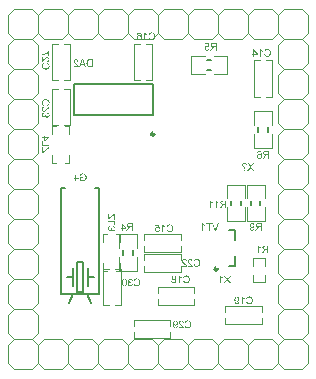
<source format=gbo>
G04*
G04 #@! TF.GenerationSoftware,Altium Limited,Altium Designer,20.0.11 (256)*
G04*
G04 Layer_Color=32896*
%FSLAX25Y25*%
%MOIN*%
G70*
G01*
G75*
%ADD10C,0.00984*%
%ADD13C,0.00394*%
%ADD14C,0.00787*%
%ADD15C,0.00500*%
G36*
X36526Y41241D02*
X36191D01*
Y42358D01*
X35761D01*
X35721Y42354D01*
X35692D01*
X35667Y42351D01*
X35648Y42347D01*
X35634D01*
X35627Y42344D01*
X35623D01*
X35565Y42325D01*
X35539Y42314D01*
X35517Y42303D01*
X35495Y42292D01*
X35481Y42285D01*
X35474Y42282D01*
X35470Y42278D01*
X35441Y42256D01*
X35412Y42231D01*
X35357Y42176D01*
X35332Y42151D01*
X35313Y42129D01*
X35303Y42114D01*
X35299Y42110D01*
X35263Y42060D01*
X35223Y42005D01*
X35182Y41947D01*
X35142Y41892D01*
X35110Y41841D01*
X35084Y41801D01*
X35073Y41787D01*
X35066Y41776D01*
X35059Y41768D01*
Y41765D01*
X34727Y41241D01*
X34312D01*
X34746Y41925D01*
X34797Y41998D01*
X34844Y42063D01*
X34891Y42118D01*
X34931Y42169D01*
X34968Y42205D01*
X34997Y42234D01*
X35015Y42252D01*
X35022Y42260D01*
X35052Y42282D01*
X35084Y42307D01*
X35150Y42347D01*
X35179Y42362D01*
X35201Y42376D01*
X35215Y42384D01*
X35223Y42387D01*
X35157Y42398D01*
X35095Y42409D01*
X35041Y42427D01*
X34986Y42442D01*
X34939Y42460D01*
X34895Y42482D01*
X34855Y42500D01*
X34819Y42518D01*
X34789Y42540D01*
X34760Y42558D01*
X34738Y42573D01*
X34720Y42587D01*
X34706Y42598D01*
X34695Y42609D01*
X34691Y42613D01*
X34688Y42617D01*
X34658Y42653D01*
X34629Y42689D01*
X34585Y42766D01*
X34556Y42842D01*
X34535Y42915D01*
X34520Y42977D01*
X34516Y43002D01*
Y43028D01*
X34513Y43046D01*
Y43061D01*
Y43068D01*
Y43071D01*
X34516Y43148D01*
X34527Y43217D01*
X34545Y43283D01*
X34564Y43337D01*
X34585Y43385D01*
X34600Y43421D01*
X34615Y43443D01*
X34618Y43446D01*
Y43450D01*
X34662Y43508D01*
X34706Y43559D01*
X34753Y43603D01*
X34797Y43636D01*
X34837Y43661D01*
X34870Y43676D01*
X34891Y43687D01*
X34895Y43690D01*
X34899D01*
X34931Y43701D01*
X34971Y43712D01*
X35052Y43730D01*
X35139Y43741D01*
X35219Y43752D01*
X35295Y43756D01*
X35328D01*
X35357Y43759D01*
X36526D01*
Y41241D01*
D02*
G37*
G36*
X34222Y42129D02*
Y41845D01*
X33126D01*
Y41241D01*
X32816D01*
Y41845D01*
X32474D01*
Y42129D01*
X32816D01*
Y43759D01*
X33068D01*
X34222Y42129D01*
D02*
G37*
G36*
X73817Y63778D02*
X73879Y63774D01*
X73988Y63752D01*
X74039Y63738D01*
X74083Y63723D01*
X74126Y63705D01*
X74166Y63687D01*
X74199Y63668D01*
X74228Y63650D01*
X74254Y63636D01*
X74276Y63621D01*
X74294Y63610D01*
X74305Y63599D01*
X74312Y63596D01*
X74316Y63592D01*
X74352Y63556D01*
X74388Y63516D01*
X74443Y63428D01*
X74487Y63337D01*
X74519Y63253D01*
X74534Y63210D01*
X74541Y63173D01*
X74552Y63141D01*
X74556Y63112D01*
X74563Y63086D01*
Y63068D01*
X74567Y63057D01*
Y63053D01*
X74250Y63013D01*
X74232Y63104D01*
X74207Y63184D01*
X74177Y63250D01*
X74148Y63304D01*
X74123Y63345D01*
X74101Y63377D01*
X74086Y63392D01*
X74079Y63399D01*
X74024Y63443D01*
X73970Y63472D01*
X73915Y63494D01*
X73864Y63512D01*
X73817Y63519D01*
X73781Y63523D01*
X73766Y63526D01*
X73748D01*
X73675Y63519D01*
X73606Y63505D01*
X73548Y63483D01*
X73497Y63457D01*
X73457Y63432D01*
X73427Y63410D01*
X73409Y63395D01*
X73402Y63388D01*
X73355Y63334D01*
X73318Y63279D01*
X73293Y63228D01*
X73278Y63177D01*
X73267Y63137D01*
X73264Y63101D01*
X73260Y63079D01*
Y63075D01*
Y63072D01*
X73264Y63035D01*
X73267Y62999D01*
X73275Y62970D01*
X73286Y62940D01*
X73296Y62919D01*
X73304Y62900D01*
X73307Y62889D01*
X73311Y62886D01*
X73333Y62853D01*
X73366Y62817D01*
X73398Y62777D01*
X73435Y62740D01*
X73468Y62711D01*
X73497Y62682D01*
X73515Y62667D01*
X73519Y62660D01*
X73522D01*
X73577Y62609D01*
X73624Y62565D01*
X73664Y62529D01*
X73693Y62500D01*
X73715Y62475D01*
X73733Y62460D01*
X73741Y62449D01*
X73744Y62445D01*
X73773Y62409D01*
X73799Y62373D01*
X73821Y62336D01*
X73839Y62307D01*
X73850Y62282D01*
X73861Y62263D01*
X73864Y62249D01*
X73868Y62245D01*
X73886Y62194D01*
X73897Y62140D01*
X73908Y62089D01*
X73912Y62041D01*
X73915Y61998D01*
X73919Y61961D01*
Y61939D01*
Y61936D01*
Y61932D01*
Y61903D01*
X73915Y61874D01*
Y61852D01*
Y61845D01*
Y61841D01*
X73617D01*
Y61903D01*
X73613Y61958D01*
X73610Y62005D01*
X73606Y62041D01*
X73602Y62067D01*
X73599Y62089D01*
X73595Y62100D01*
Y62103D01*
X73573Y62161D01*
X73562Y62187D01*
X73551Y62209D01*
X73540Y62223D01*
X73533Y62238D01*
X73526Y62245D01*
Y62249D01*
X73504Y62278D01*
X73475Y62307D01*
X73442Y62340D01*
X73409Y62373D01*
X73377Y62402D01*
X73351Y62427D01*
X73333Y62442D01*
X73326Y62449D01*
X73249Y62518D01*
X73184Y62584D01*
X73129Y62642D01*
X73089Y62689D01*
X73060Y62729D01*
X73038Y62758D01*
X73027Y62777D01*
X73023Y62784D01*
X72998Y62839D01*
X72976Y62893D01*
X72962Y62944D01*
X72954Y62991D01*
X72947Y63031D01*
X72943Y63061D01*
Y63082D01*
Y63090D01*
X72947Y63144D01*
X72954Y63192D01*
X72965Y63243D01*
X72976Y63286D01*
X73013Y63370D01*
X73053Y63443D01*
X73074Y63472D01*
X73096Y63497D01*
X73115Y63523D01*
X73129Y63541D01*
X73144Y63556D01*
X73154Y63570D01*
X73162Y63574D01*
X73165Y63577D01*
X73209Y63614D01*
X73253Y63647D01*
X73300Y63672D01*
X73351Y63694D01*
X73449Y63730D01*
X73540Y63756D01*
X73584Y63763D01*
X73628Y63770D01*
X73660Y63774D01*
X73693Y63778D01*
X73719Y63781D01*
X73755D01*
X73817Y63778D01*
D02*
G37*
G36*
X76085Y62522D02*
X77057Y61219D01*
X76656D01*
X76019Y62092D01*
X76005Y62114D01*
X75986Y62140D01*
X75946Y62198D01*
X75928Y62227D01*
X75914Y62249D01*
X75903Y62263D01*
X75899Y62267D01*
X75863Y62212D01*
X75830Y62161D01*
X75815Y62143D01*
X75808Y62129D01*
X75801Y62118D01*
X75797Y62114D01*
X75160Y61219D01*
X74749D01*
X75692Y62540D01*
X74818Y63738D01*
X75182D01*
X75684Y63068D01*
X75728Y63013D01*
X75764Y62962D01*
X75801Y62911D01*
X75830Y62871D01*
X75855Y62835D01*
X75874Y62806D01*
X75884Y62791D01*
X75888Y62784D01*
X75914Y62828D01*
X75943Y62875D01*
X75976Y62926D01*
X76008Y62977D01*
X76041Y63020D01*
X76063Y63057D01*
X76074Y63072D01*
X76081Y63082D01*
X76088Y63086D01*
Y63090D01*
X76547Y63738D01*
X76944D01*
X76085Y62522D01*
D02*
G37*
G36*
X73970Y61219D02*
X73617D01*
Y61572D01*
X73970D01*
Y61219D01*
D02*
G37*
G36*
X78449Y36203D02*
X78489Y36145D01*
X78537Y36086D01*
X78580Y36036D01*
X78624Y35992D01*
X78657Y35956D01*
X78671Y35945D01*
X78682Y35934D01*
X78686Y35930D01*
X78690Y35926D01*
X78766Y35864D01*
X78843Y35806D01*
X78915Y35755D01*
X78988Y35715D01*
X79050Y35679D01*
X79075Y35664D01*
X79097Y35653D01*
X79115Y35642D01*
X79130Y35639D01*
X79137Y35631D01*
X79141D01*
Y35333D01*
X79086Y35355D01*
X79032Y35380D01*
X78977Y35406D01*
X78926Y35431D01*
X78882Y35453D01*
X78846Y35471D01*
X78824Y35486D01*
X78821Y35490D01*
X78817D01*
X78751Y35530D01*
X78693Y35570D01*
X78642Y35606D01*
X78602Y35639D01*
X78566Y35664D01*
X78544Y35686D01*
X78526Y35701D01*
X78522Y35704D01*
Y33735D01*
X78213D01*
Y36265D01*
X78413D01*
X78449Y36203D01*
D02*
G37*
G36*
X81787Y33735D02*
X81452D01*
Y34853D01*
X81023D01*
X80983Y34849D01*
X80954D01*
X80928Y34845D01*
X80910Y34842D01*
X80895D01*
X80888Y34838D01*
X80884D01*
X80826Y34820D01*
X80801Y34809D01*
X80779Y34798D01*
X80757Y34787D01*
X80743Y34780D01*
X80735Y34776D01*
X80732Y34773D01*
X80703Y34751D01*
X80673Y34725D01*
X80619Y34671D01*
X80593Y34645D01*
X80575Y34623D01*
X80564Y34609D01*
X80561Y34605D01*
X80524Y34554D01*
X80484Y34499D01*
X80444Y34441D01*
X80404Y34387D01*
X80371Y34336D01*
X80346Y34296D01*
X80335Y34281D01*
X80328Y34270D01*
X80320Y34263D01*
Y34259D01*
X79989Y33735D01*
X79574D01*
X80007Y34419D01*
X80058Y34492D01*
X80106Y34558D01*
X80153Y34612D01*
X80193Y34663D01*
X80229Y34700D01*
X80258Y34729D01*
X80277Y34747D01*
X80284Y34754D01*
X80313Y34776D01*
X80346Y34802D01*
X80411Y34842D01*
X80440Y34856D01*
X80462Y34871D01*
X80477Y34878D01*
X80484Y34882D01*
X80419Y34893D01*
X80357Y34903D01*
X80302Y34922D01*
X80247Y34936D01*
X80200Y34955D01*
X80156Y34976D01*
X80116Y34995D01*
X80080Y35013D01*
X80051Y35035D01*
X80022Y35053D01*
X80000Y35067D01*
X79982Y35082D01*
X79967Y35093D01*
X79956Y35104D01*
X79953Y35107D01*
X79949Y35111D01*
X79920Y35147D01*
X79891Y35184D01*
X79847Y35260D01*
X79818Y35337D01*
X79796Y35410D01*
X79782Y35471D01*
X79778Y35497D01*
Y35522D01*
X79774Y35541D01*
Y35555D01*
Y35562D01*
Y35566D01*
X79778Y35642D01*
X79789Y35712D01*
X79807Y35777D01*
X79825Y35832D01*
X79847Y35879D01*
X79862Y35915D01*
X79876Y35937D01*
X79880Y35941D01*
Y35945D01*
X79924Y36003D01*
X79967Y36054D01*
X80015Y36097D01*
X80058Y36130D01*
X80098Y36156D01*
X80131Y36170D01*
X80153Y36181D01*
X80156Y36185D01*
X80160D01*
X80193Y36196D01*
X80233Y36207D01*
X80313Y36225D01*
X80400Y36236D01*
X80480Y36247D01*
X80557Y36250D01*
X80590D01*
X80619Y36254D01*
X81787D01*
Y33735D01*
D02*
G37*
G36*
X65915Y26203D02*
X65955Y26145D01*
X66002Y26087D01*
X66046Y26036D01*
X66089Y25992D01*
X66122Y25956D01*
X66137Y25945D01*
X66148Y25934D01*
X66151Y25930D01*
X66155Y25926D01*
X66232Y25864D01*
X66308Y25806D01*
X66381Y25755D01*
X66453Y25715D01*
X66515Y25679D01*
X66541Y25664D01*
X66563Y25653D01*
X66581Y25642D01*
X66596Y25639D01*
X66603Y25631D01*
X66606D01*
Y25333D01*
X66552Y25355D01*
X66497Y25380D01*
X66443Y25406D01*
X66392Y25431D01*
X66348Y25453D01*
X66312Y25471D01*
X66290Y25486D01*
X66286Y25490D01*
X66282D01*
X66217Y25530D01*
X66159Y25570D01*
X66108Y25606D01*
X66068Y25639D01*
X66031Y25664D01*
X66009Y25686D01*
X65991Y25701D01*
X65988Y25704D01*
Y23735D01*
X65678D01*
Y26265D01*
X65878D01*
X65915Y26203D01*
D02*
G37*
G36*
X68350Y25038D02*
X69322Y23735D01*
X68921D01*
X68284Y24609D01*
X68270Y24631D01*
X68252Y24656D01*
X68212Y24714D01*
X68193Y24743D01*
X68179Y24765D01*
X68168Y24780D01*
X68164Y24783D01*
X68128Y24729D01*
X68095Y24678D01*
X68081Y24660D01*
X68073Y24645D01*
X68066Y24634D01*
X68062Y24631D01*
X67425Y23735D01*
X67014D01*
X67957Y25056D01*
X67083Y26254D01*
X67447D01*
X67949Y25584D01*
X67993Y25530D01*
X68030Y25479D01*
X68066Y25428D01*
X68095Y25388D01*
X68121Y25351D01*
X68139Y25322D01*
X68150Y25308D01*
X68153Y25300D01*
X68179Y25344D01*
X68208Y25391D01*
X68241Y25442D01*
X68274Y25493D01*
X68306Y25537D01*
X68328Y25573D01*
X68339Y25588D01*
X68346Y25599D01*
X68354Y25602D01*
Y25606D01*
X68812Y26254D01*
X69209D01*
X68350Y25038D01*
D02*
G37*
G36*
X59837Y43703D02*
X59877Y43645D01*
X59925Y43587D01*
X59968Y43536D01*
X60012Y43492D01*
X60045Y43455D01*
X60059Y43445D01*
X60070Y43434D01*
X60074Y43430D01*
X60078Y43426D01*
X60154Y43365D01*
X60230Y43306D01*
X60303Y43255D01*
X60376Y43215D01*
X60438Y43179D01*
X60463Y43164D01*
X60485Y43153D01*
X60504Y43143D01*
X60518Y43139D01*
X60525Y43132D01*
X60529D01*
Y42833D01*
X60474Y42855D01*
X60420Y42880D01*
X60365Y42906D01*
X60314Y42931D01*
X60271Y42953D01*
X60234Y42971D01*
X60212Y42986D01*
X60209Y42990D01*
X60205D01*
X60140Y43030D01*
X60081Y43070D01*
X60030Y43106D01*
X59990Y43139D01*
X59954Y43164D01*
X59932Y43186D01*
X59914Y43201D01*
X59910Y43204D01*
Y41235D01*
X59601D01*
Y43765D01*
X59801D01*
X59837Y43703D01*
D02*
G37*
G36*
X64424Y41235D02*
X64074D01*
X63091Y43754D01*
X63430D01*
X64114Y41923D01*
X64144Y41847D01*
X64169Y41774D01*
X64191Y41705D01*
X64209Y41643D01*
X64227Y41588D01*
X64238Y41548D01*
X64242Y41534D01*
X64245Y41523D01*
X64249Y41515D01*
Y41512D01*
X64293Y41657D01*
X64315Y41726D01*
X64336Y41788D01*
X64355Y41843D01*
X64362Y41865D01*
X64366Y41887D01*
X64373Y41901D01*
X64376Y41912D01*
X64380Y41919D01*
Y41923D01*
X65035Y43754D01*
X65399D01*
X64424Y41235D01*
D02*
G37*
G36*
X62979Y43455D02*
X62149D01*
Y41235D01*
X61814D01*
Y43455D01*
X60984D01*
Y43754D01*
X62979D01*
Y43455D01*
D02*
G37*
G36*
X76395Y43783D02*
X76454Y43776D01*
X76512Y43765D01*
X76563Y43750D01*
X76661Y43710D01*
X76705Y43692D01*
X76741Y43670D01*
X76777Y43645D01*
X76807Y43627D01*
X76836Y43605D01*
X76858Y43587D01*
X76876Y43572D01*
X76887Y43561D01*
X76894Y43554D01*
X76898Y43550D01*
X76938Y43507D01*
X76970Y43455D01*
X77003Y43408D01*
X77029Y43357D01*
X77051Y43303D01*
X77069Y43252D01*
X77094Y43157D01*
X77105Y43110D01*
X77112Y43070D01*
X77116Y43030D01*
X77120Y42997D01*
X77123Y42971D01*
Y42953D01*
Y42939D01*
Y42935D01*
X77120Y42866D01*
X77112Y42804D01*
X77105Y42742D01*
X77091Y42684D01*
X77072Y42633D01*
X77054Y42582D01*
X77036Y42538D01*
X77014Y42498D01*
X76996Y42462D01*
X76978Y42429D01*
X76960Y42404D01*
X76941Y42378D01*
X76927Y42360D01*
X76919Y42349D01*
X76912Y42342D01*
X76908Y42338D01*
X76868Y42298D01*
X76825Y42265D01*
X76781Y42232D01*
X76734Y42207D01*
X76690Y42185D01*
X76646Y42167D01*
X76563Y42142D01*
X76526Y42131D01*
X76490Y42123D01*
X76461Y42120D01*
X76432Y42116D01*
X76410Y42112D01*
X76381D01*
X76311Y42116D01*
X76246Y42127D01*
X76188Y42142D01*
X76133Y42160D01*
X76093Y42174D01*
X76060Y42189D01*
X76038Y42200D01*
X76031Y42203D01*
X75973Y42240D01*
X75922Y42280D01*
X75878Y42320D01*
X75842Y42356D01*
X75817Y42393D01*
X75795Y42418D01*
X75780Y42436D01*
X75776Y42444D01*
Y42415D01*
Y42396D01*
Y42385D01*
Y42382D01*
X75780Y42309D01*
X75784Y42240D01*
X75791Y42178D01*
X75798Y42120D01*
X75809Y42072D01*
X75817Y42036D01*
X75820Y42021D01*
Y42010D01*
X75824Y42007D01*
Y42003D01*
X75842Y41938D01*
X75860Y41879D01*
X75878Y41828D01*
X75897Y41785D01*
X75911Y41752D01*
X75926Y41726D01*
X75933Y41708D01*
X75937Y41705D01*
X75966Y41665D01*
X75995Y41632D01*
X76024Y41603D01*
X76053Y41577D01*
X76075Y41555D01*
X76097Y41541D01*
X76111Y41534D01*
X76115Y41530D01*
X76155Y41508D01*
X76199Y41493D01*
X76239Y41483D01*
X76279Y41475D01*
X76311Y41472D01*
X76337Y41468D01*
X76363D01*
X76421Y41472D01*
X76475Y41483D01*
X76523Y41497D01*
X76563Y41515D01*
X76592Y41530D01*
X76617Y41544D01*
X76632Y41555D01*
X76635Y41559D01*
X76672Y41599D01*
X76701Y41646D01*
X76727Y41697D01*
X76745Y41748D01*
X76759Y41792D01*
X76770Y41832D01*
X76774Y41847D01*
Y41854D01*
X76777Y41861D01*
Y41865D01*
X77076Y41839D01*
X77054Y41734D01*
X77025Y41643D01*
X76989Y41563D01*
X76952Y41497D01*
X76916Y41446D01*
X76898Y41424D01*
X76883Y41406D01*
X76872Y41395D01*
X76861Y41384D01*
X76858Y41381D01*
X76854Y41377D01*
X76818Y41348D01*
X76777Y41322D01*
X76697Y41282D01*
X76617Y41253D01*
X76541Y41235D01*
X76472Y41221D01*
X76443Y41217D01*
X76417D01*
X76399Y41213D01*
X76370D01*
X76268Y41221D01*
X76177Y41235D01*
X76093Y41261D01*
X76024Y41290D01*
X75995Y41301D01*
X75966Y41315D01*
X75944Y41330D01*
X75922Y41341D01*
X75907Y41348D01*
X75897Y41355D01*
X75889Y41363D01*
X75886D01*
X75813Y41424D01*
X75747Y41493D01*
X75696Y41566D01*
X75653Y41636D01*
X75616Y41697D01*
X75602Y41726D01*
X75591Y41748D01*
X75583Y41770D01*
X75576Y41785D01*
X75573Y41792D01*
Y41796D01*
X75554Y41850D01*
X75536Y41912D01*
X75511Y42036D01*
X75493Y42167D01*
X75482Y42291D01*
X75474Y42345D01*
X75471Y42400D01*
Y42447D01*
X75467Y42487D01*
Y42520D01*
Y42546D01*
Y42564D01*
Y42567D01*
Y42651D01*
X75471Y42731D01*
X75478Y42804D01*
X75485Y42873D01*
X75493Y42935D01*
X75500Y42993D01*
X75511Y43048D01*
X75522Y43095D01*
X75533Y43135D01*
X75540Y43172D01*
X75551Y43204D01*
X75558Y43230D01*
X75565Y43248D01*
X75573Y43263D01*
X75576Y43270D01*
Y43273D01*
X75620Y43361D01*
X75667Y43437D01*
X75722Y43503D01*
X75769Y43557D01*
X75817Y43597D01*
X75853Y43627D01*
X75867Y43637D01*
X75878Y43645D01*
X75882Y43652D01*
X75886D01*
X75962Y43696D01*
X76038Y43729D01*
X76115Y43754D01*
X76184Y43769D01*
X76246Y43780D01*
X76271Y43783D01*
X76290D01*
X76308Y43787D01*
X76333D01*
X76395Y43783D01*
D02*
G37*
G36*
X79533Y41257D02*
X79198D01*
Y42374D01*
X78768D01*
X78728Y42371D01*
X78699D01*
X78674Y42367D01*
X78656Y42364D01*
X78641D01*
X78634Y42360D01*
X78630D01*
X78572Y42342D01*
X78547Y42331D01*
X78525Y42320D01*
X78503Y42309D01*
X78488Y42302D01*
X78481Y42298D01*
X78477Y42294D01*
X78448Y42272D01*
X78419Y42247D01*
X78364Y42192D01*
X78339Y42167D01*
X78321Y42145D01*
X78310Y42131D01*
X78306Y42127D01*
X78270Y42076D01*
X78230Y42021D01*
X78190Y41963D01*
X78150Y41908D01*
X78117Y41857D01*
X78092Y41818D01*
X78081Y41803D01*
X78073Y41792D01*
X78066Y41785D01*
Y41781D01*
X77735Y41257D01*
X77320D01*
X77753Y41941D01*
X77804Y42014D01*
X77851Y42080D01*
X77899Y42134D01*
X77939Y42185D01*
X77975Y42222D01*
X78004Y42251D01*
X78022Y42269D01*
X78030Y42276D01*
X78059Y42298D01*
X78092Y42323D01*
X78157Y42364D01*
X78186Y42378D01*
X78208Y42393D01*
X78223Y42400D01*
X78230Y42404D01*
X78164Y42415D01*
X78102Y42425D01*
X78048Y42444D01*
X77993Y42458D01*
X77946Y42476D01*
X77902Y42498D01*
X77862Y42516D01*
X77826Y42535D01*
X77797Y42556D01*
X77767Y42575D01*
X77746Y42589D01*
X77728Y42604D01*
X77713Y42615D01*
X77702Y42626D01*
X77698Y42629D01*
X77695Y42633D01*
X77666Y42669D01*
X77636Y42706D01*
X77593Y42782D01*
X77564Y42858D01*
X77542Y42931D01*
X77527Y42993D01*
X77524Y43019D01*
Y43044D01*
X77520Y43062D01*
Y43077D01*
Y43084D01*
Y43088D01*
X77524Y43164D01*
X77535Y43233D01*
X77553Y43299D01*
X77571Y43354D01*
X77593Y43401D01*
X77607Y43437D01*
X77622Y43459D01*
X77626Y43463D01*
Y43466D01*
X77669Y43525D01*
X77713Y43576D01*
X77760Y43619D01*
X77804Y43652D01*
X77844Y43677D01*
X77877Y43692D01*
X77899Y43703D01*
X77902Y43707D01*
X77906D01*
X77939Y43718D01*
X77979Y43729D01*
X78059Y43747D01*
X78146Y43758D01*
X78226Y43769D01*
X78303Y43772D01*
X78335D01*
X78364Y43776D01*
X79533D01*
Y41257D01*
D02*
G37*
G36*
X20045Y60296D02*
X20172Y60278D01*
X20230Y60267D01*
X20285Y60252D01*
X20336Y60241D01*
X20383Y60227D01*
X20427Y60212D01*
X20463Y60198D01*
X20496Y60183D01*
X20525Y60172D01*
X20547Y60161D01*
X20562Y60154D01*
X20572Y60150D01*
X20576Y60147D01*
X20627Y60114D01*
X20678Y60081D01*
X20765Y60005D01*
X20842Y59928D01*
X20904Y59848D01*
X20955Y59779D01*
X20973Y59750D01*
X20987Y59721D01*
X21002Y59699D01*
X21009Y59684D01*
X21013Y59673D01*
X21017Y59670D01*
X21068Y59550D01*
X21104Y59430D01*
X21133Y59313D01*
X21140Y59258D01*
X21151Y59207D01*
X21155Y59160D01*
X21162Y59120D01*
X21166Y59080D01*
Y59047D01*
X21169Y59022D01*
Y59004D01*
Y58989D01*
Y58985D01*
X21162Y58851D01*
X21144Y58723D01*
X21133Y58665D01*
X21122Y58610D01*
X21108Y58556D01*
X21093Y58509D01*
X21078Y58465D01*
X21064Y58429D01*
X21053Y58392D01*
X21042Y58367D01*
X21031Y58341D01*
X21024Y58327D01*
X21017Y58316D01*
Y58312D01*
X20951Y58206D01*
X20878Y58116D01*
X20802Y58035D01*
X20729Y57970D01*
X20660Y57919D01*
X20634Y57901D01*
X20609Y57882D01*
X20587Y57872D01*
X20572Y57861D01*
X20562Y57857D01*
X20558Y57853D01*
X20500Y57824D01*
X20441Y57802D01*
X20325Y57762D01*
X20212Y57737D01*
X20107Y57715D01*
X20059Y57711D01*
X20016Y57704D01*
X19975Y57701D01*
X19943D01*
X19917Y57697D01*
X19881D01*
X19779Y57701D01*
X19681Y57711D01*
X19590Y57730D01*
X19510Y57748D01*
X19477Y57755D01*
X19444Y57762D01*
X19415Y57773D01*
X19389Y57781D01*
X19371Y57788D01*
X19357Y57792D01*
X19349Y57795D01*
X19346D01*
X19248Y57835D01*
X19157Y57882D01*
X19069Y57933D01*
X18993Y57981D01*
X18960Y58003D01*
X18927Y58025D01*
X18902Y58043D01*
X18880Y58057D01*
X18862Y58072D01*
X18847Y58083D01*
X18840Y58086D01*
X18836Y58090D01*
Y59026D01*
X19906D01*
Y58727D01*
X19164D01*
Y58254D01*
X19207Y58217D01*
X19258Y58185D01*
X19313Y58156D01*
X19364Y58130D01*
X19408Y58108D01*
X19448Y58090D01*
X19462Y58083D01*
X19470Y58079D01*
X19477Y58075D01*
X19480D01*
X19557Y58050D01*
X19633Y58028D01*
X19703Y58014D01*
X19768Y58006D01*
X19823Y57999D01*
X19845D01*
X19866Y57995D01*
X19903D01*
X19994Y57999D01*
X20081Y58014D01*
X20161Y58032D01*
X20234Y58050D01*
X20292Y58072D01*
X20318Y58079D01*
X20336Y58086D01*
X20354Y58094D01*
X20365Y58101D01*
X20372Y58105D01*
X20376D01*
X20452Y58152D01*
X20522Y58203D01*
X20580Y58257D01*
X20627Y58312D01*
X20667Y58363D01*
X20693Y58403D01*
X20704Y58418D01*
X20707Y58429D01*
X20714Y58436D01*
Y58439D01*
X20751Y58530D01*
X20780Y58625D01*
X20798Y58720D01*
X20813Y58811D01*
X20816Y58851D01*
X20820Y58887D01*
X20824Y58924D01*
Y58953D01*
X20827Y58974D01*
Y58993D01*
Y59004D01*
Y59007D01*
X20824Y59109D01*
X20813Y59200D01*
X20798Y59288D01*
X20780Y59364D01*
X20773Y59397D01*
X20762Y59426D01*
X20754Y59451D01*
X20747Y59473D01*
X20740Y59491D01*
X20736Y59502D01*
X20733Y59510D01*
Y59513D01*
X20707Y59564D01*
X20682Y59611D01*
X20656Y59655D01*
X20631Y59692D01*
X20609Y59721D01*
X20591Y59746D01*
X20576Y59761D01*
X20572Y59764D01*
X20532Y59804D01*
X20489Y59841D01*
X20441Y59870D01*
X20398Y59899D01*
X20361Y59917D01*
X20332Y59935D01*
X20310Y59943D01*
X20303Y59946D01*
X20238Y59972D01*
X20172Y59990D01*
X20103Y60001D01*
X20041Y60012D01*
X19986Y60016D01*
X19965D01*
X19946Y60019D01*
X19906D01*
X19837Y60016D01*
X19772Y60008D01*
X19713Y59997D01*
X19662Y59986D01*
X19619Y59972D01*
X19586Y59961D01*
X19568Y59954D01*
X19561Y59950D01*
X19506Y59925D01*
X19459Y59895D01*
X19415Y59866D01*
X19382Y59837D01*
X19357Y59812D01*
X19335Y59794D01*
X19324Y59779D01*
X19320Y59775D01*
X19288Y59732D01*
X19262Y59681D01*
X19237Y59633D01*
X19215Y59582D01*
X19200Y59539D01*
X19189Y59506D01*
X19186Y59491D01*
X19182Y59481D01*
X19178Y59477D01*
Y59473D01*
X18876Y59553D01*
X18902Y59644D01*
X18935Y59724D01*
X18967Y59797D01*
X18996Y59855D01*
X19026Y59903D01*
X19047Y59935D01*
X19062Y59957D01*
X19069Y59965D01*
X19120Y60023D01*
X19175Y60070D01*
X19233Y60114D01*
X19288Y60150D01*
X19339Y60176D01*
X19379Y60198D01*
X19393Y60205D01*
X19404Y60208D01*
X19411Y60212D01*
X19415D01*
X19499Y60241D01*
X19586Y60263D01*
X19666Y60281D01*
X19743Y60292D01*
X19812Y60299D01*
X19841D01*
X19863Y60303D01*
X19979D01*
X20045Y60296D01*
D02*
G37*
G36*
X18578Y58629D02*
Y58345D01*
X17482D01*
Y57741D01*
X17173D01*
Y58345D01*
X16831D01*
Y58629D01*
X17173D01*
Y60259D01*
X17424D01*
X18578Y58629D01*
D02*
G37*
G36*
X73123Y19208D02*
X73163Y19150D01*
X73211Y19092D01*
X73254Y19041D01*
X73298Y18997D01*
X73331Y18961D01*
X73345Y18950D01*
X73356Y18939D01*
X73360Y18936D01*
X73364Y18932D01*
X73440Y18870D01*
X73516Y18812D01*
X73589Y18761D01*
X73662Y18721D01*
X73724Y18684D01*
X73749Y18670D01*
X73771Y18659D01*
X73789Y18648D01*
X73804Y18644D01*
X73811Y18637D01*
X73815D01*
Y18338D01*
X73760Y18360D01*
X73706Y18386D01*
X73651Y18411D01*
X73600Y18437D01*
X73556Y18459D01*
X73520Y18477D01*
X73498Y18491D01*
X73494Y18495D01*
X73491D01*
X73425Y18535D01*
X73367Y18575D01*
X73316Y18611D01*
X73276Y18644D01*
X73240Y18670D01*
X73218Y18692D01*
X73200Y18706D01*
X73196Y18710D01*
Y16741D01*
X72887D01*
Y19270D01*
X73087D01*
X73123Y19208D01*
D02*
G37*
G36*
X71365Y19267D02*
X71423Y19259D01*
X71482Y19249D01*
X71533Y19234D01*
X71631Y19194D01*
X71675Y19176D01*
X71711Y19154D01*
X71747Y19128D01*
X71776Y19110D01*
X71806Y19088D01*
X71827Y19070D01*
X71846Y19056D01*
X71856Y19045D01*
X71864Y19037D01*
X71868Y19034D01*
X71908Y18990D01*
X71940Y18939D01*
X71973Y18892D01*
X71999Y18841D01*
X72020Y18786D01*
X72039Y18735D01*
X72064Y18641D01*
X72075Y18593D01*
X72082Y18553D01*
X72086Y18513D01*
X72089Y18481D01*
X72093Y18455D01*
Y18437D01*
Y18422D01*
Y18419D01*
X72089Y18349D01*
X72082Y18288D01*
X72075Y18226D01*
X72060Y18167D01*
X72042Y18116D01*
X72024Y18066D01*
X72006Y18022D01*
X71984Y17982D01*
X71966Y17945D01*
X71947Y17913D01*
X71929Y17887D01*
X71911Y17862D01*
X71897Y17843D01*
X71889Y17833D01*
X71882Y17825D01*
X71878Y17822D01*
X71838Y17782D01*
X71795Y17749D01*
X71751Y17716D01*
X71704Y17691D01*
X71660Y17669D01*
X71616Y17651D01*
X71533Y17625D01*
X71496Y17614D01*
X71460Y17607D01*
X71431Y17603D01*
X71402Y17600D01*
X71380Y17596D01*
X71351D01*
X71281Y17600D01*
X71216Y17610D01*
X71158Y17625D01*
X71103Y17643D01*
X71063Y17658D01*
X71030Y17672D01*
X71008Y17683D01*
X71001Y17687D01*
X70943Y17723D01*
X70892Y17763D01*
X70848Y17803D01*
X70812Y17840D01*
X70786Y17876D01*
X70764Y17902D01*
X70750Y17920D01*
X70746Y17927D01*
Y17898D01*
Y17880D01*
Y17869D01*
Y17865D01*
X70750Y17793D01*
X70754Y17723D01*
X70761Y17661D01*
X70768Y17603D01*
X70779Y17556D01*
X70786Y17519D01*
X70790Y17505D01*
Y17494D01*
X70794Y17490D01*
Y17487D01*
X70812Y17421D01*
X70830Y17363D01*
X70848Y17312D01*
X70867Y17268D01*
X70881Y17236D01*
X70896Y17210D01*
X70903Y17192D01*
X70907Y17188D01*
X70936Y17148D01*
X70965Y17116D01*
X70994Y17086D01*
X71023Y17061D01*
X71045Y17039D01*
X71067Y17025D01*
X71081Y17017D01*
X71085Y17014D01*
X71125Y16992D01*
X71169Y16977D01*
X71209Y16966D01*
X71249Y16959D01*
X71281Y16955D01*
X71307Y16952D01*
X71332D01*
X71391Y16955D01*
X71445Y16966D01*
X71492Y16981D01*
X71533Y16999D01*
X71562Y17014D01*
X71587Y17028D01*
X71602Y17039D01*
X71605Y17043D01*
X71642Y17083D01*
X71671Y17130D01*
X71696Y17181D01*
X71715Y17232D01*
X71729Y17276D01*
X71740Y17316D01*
X71744Y17330D01*
Y17337D01*
X71747Y17345D01*
Y17348D01*
X72046Y17323D01*
X72024Y17217D01*
X71995Y17126D01*
X71959Y17046D01*
X71922Y16981D01*
X71886Y16930D01*
X71868Y16908D01*
X71853Y16890D01*
X71842Y16879D01*
X71831Y16868D01*
X71827Y16864D01*
X71824Y16861D01*
X71787Y16832D01*
X71747Y16806D01*
X71667Y16766D01*
X71587Y16737D01*
X71511Y16719D01*
X71442Y16704D01*
X71412Y16701D01*
X71387D01*
X71369Y16697D01*
X71340D01*
X71238Y16704D01*
X71147Y16719D01*
X71063Y16744D01*
X70994Y16773D01*
X70965Y16784D01*
X70936Y16799D01*
X70914Y16813D01*
X70892Y16824D01*
X70877Y16832D01*
X70867Y16839D01*
X70859Y16846D01*
X70855D01*
X70783Y16908D01*
X70717Y16977D01*
X70666Y17050D01*
X70623Y17119D01*
X70586Y17181D01*
X70572Y17210D01*
X70561Y17232D01*
X70553Y17254D01*
X70546Y17268D01*
X70543Y17276D01*
Y17279D01*
X70524Y17334D01*
X70506Y17396D01*
X70481Y17519D01*
X70462Y17651D01*
X70451Y17774D01*
X70444Y17829D01*
X70441Y17884D01*
Y17931D01*
X70437Y17971D01*
Y18004D01*
Y18029D01*
Y18047D01*
Y18051D01*
Y18135D01*
X70441Y18215D01*
X70448Y18288D01*
X70455Y18357D01*
X70462Y18419D01*
X70470Y18477D01*
X70481Y18531D01*
X70491Y18579D01*
X70503Y18619D01*
X70510Y18655D01*
X70521Y18688D01*
X70528Y18713D01*
X70535Y18732D01*
X70543Y18746D01*
X70546Y18754D01*
Y18757D01*
X70590Y18845D01*
X70637Y18921D01*
X70692Y18986D01*
X70739Y19041D01*
X70786Y19081D01*
X70823Y19110D01*
X70837Y19121D01*
X70848Y19128D01*
X70852Y19136D01*
X70855D01*
X70932Y19179D01*
X71008Y19212D01*
X71085Y19238D01*
X71154Y19252D01*
X71216Y19263D01*
X71241Y19267D01*
X71260D01*
X71278Y19270D01*
X71303D01*
X71365Y19267D01*
D02*
G37*
G36*
X75497Y19296D02*
X75613Y19278D01*
X75715Y19256D01*
X75762Y19241D01*
X75806Y19227D01*
X75846Y19212D01*
X75882Y19198D01*
X75911Y19187D01*
X75941Y19176D01*
X75959Y19165D01*
X75973Y19158D01*
X75984Y19154D01*
X75988Y19150D01*
X76086Y19088D01*
X76170Y19016D01*
X76243Y18943D01*
X76305Y18870D01*
X76352Y18804D01*
X76370Y18775D01*
X76385Y18750D01*
X76399Y18732D01*
X76407Y18717D01*
X76410Y18706D01*
X76414Y18702D01*
X76465Y18590D01*
X76501Y18473D01*
X76527Y18357D01*
X76545Y18251D01*
X76552Y18204D01*
X76556Y18157D01*
X76559Y18120D01*
Y18084D01*
X76563Y18058D01*
Y18036D01*
Y18022D01*
Y18018D01*
X76556Y17887D01*
X76541Y17760D01*
X76523Y17647D01*
X76508Y17592D01*
X76498Y17545D01*
X76487Y17501D01*
X76472Y17461D01*
X76461Y17425D01*
X76454Y17396D01*
X76443Y17374D01*
X76439Y17356D01*
X76432Y17345D01*
Y17341D01*
X76377Y17232D01*
X76315Y17134D01*
X76250Y17050D01*
X76217Y17017D01*
X76188Y16984D01*
X76159Y16955D01*
X76130Y16930D01*
X76104Y16908D01*
X76083Y16893D01*
X76068Y16879D01*
X76054Y16868D01*
X76046Y16864D01*
X76042Y16861D01*
X75992Y16832D01*
X75941Y16806D01*
X75831Y16766D01*
X75722Y16737D01*
X75617Y16719D01*
X75566Y16711D01*
X75522Y16704D01*
X75482Y16701D01*
X75449D01*
X75420Y16697D01*
X75380D01*
X75307Y16701D01*
X75238Y16708D01*
X75173Y16715D01*
X75111Y16730D01*
X75052Y16748D01*
X74998Y16766D01*
X74947Y16784D01*
X74900Y16806D01*
X74859Y16824D01*
X74819Y16842D01*
X74790Y16861D01*
X74761Y16879D01*
X74743Y16893D01*
X74725Y16901D01*
X74718Y16908D01*
X74714Y16912D01*
X74663Y16955D01*
X74619Y16999D01*
X74579Y17050D01*
X74539Y17101D01*
X74474Y17203D01*
X74423Y17305D01*
X74401Y17352D01*
X74383Y17396D01*
X74368Y17436D01*
X74357Y17469D01*
X74346Y17498D01*
X74339Y17519D01*
X74335Y17534D01*
Y17538D01*
X74670Y17621D01*
X74685Y17563D01*
X74703Y17509D01*
X74721Y17458D01*
X74739Y17410D01*
X74761Y17367D01*
X74783Y17330D01*
X74809Y17294D01*
X74830Y17261D01*
X74849Y17232D01*
X74871Y17210D01*
X74889Y17188D01*
X74903Y17170D01*
X74918Y17159D01*
X74929Y17148D01*
X74932Y17145D01*
X74936Y17141D01*
X74972Y17112D01*
X75012Y17090D01*
X75093Y17050D01*
X75169Y17021D01*
X75245Y17003D01*
X75311Y16988D01*
X75336Y16984D01*
X75362D01*
X75384Y16981D01*
X75409D01*
X75493Y16984D01*
X75573Y16999D01*
X75646Y17017D01*
X75711Y17039D01*
X75762Y17061D01*
X75784Y17072D01*
X75802Y17079D01*
X75817Y17086D01*
X75828Y17094D01*
X75835Y17097D01*
X75839D01*
X75908Y17148D01*
X75966Y17203D01*
X76017Y17265D01*
X76057Y17323D01*
X76090Y17374D01*
X76112Y17418D01*
X76119Y17436D01*
X76126Y17447D01*
X76130Y17454D01*
Y17458D01*
X76159Y17552D01*
X76181Y17647D01*
X76199Y17742D01*
X76210Y17829D01*
X76214Y17869D01*
X76217Y17905D01*
Y17938D01*
X76221Y17964D01*
Y17985D01*
Y18004D01*
Y18015D01*
Y18018D01*
X76217Y18113D01*
X76210Y18200D01*
X76195Y18280D01*
X76181Y18353D01*
X76170Y18415D01*
X76163Y18440D01*
X76155Y18462D01*
X76152Y18481D01*
X76148Y18491D01*
X76144Y18499D01*
Y18502D01*
X76108Y18586D01*
X76068Y18663D01*
X76024Y18724D01*
X75977Y18779D01*
X75937Y18823D01*
X75904Y18852D01*
X75879Y18870D01*
X75875Y18877D01*
X75871D01*
X75795Y18925D01*
X75711Y18961D01*
X75631Y18986D01*
X75555Y19001D01*
X75486Y19012D01*
X75457Y19016D01*
X75431D01*
X75413Y19019D01*
X75384D01*
X75293Y19016D01*
X75209Y19001D01*
X75140Y18979D01*
X75078Y18957D01*
X75031Y18932D01*
X74994Y18914D01*
X74972Y18899D01*
X74965Y18892D01*
X74907Y18837D01*
X74852Y18775D01*
X74809Y18710D01*
X74772Y18644D01*
X74743Y18586D01*
X74732Y18557D01*
X74725Y18535D01*
X74718Y18517D01*
X74710Y18502D01*
X74707Y18495D01*
Y18491D01*
X74379Y18568D01*
X74401Y18633D01*
X74423Y18692D01*
X74452Y18746D01*
X74477Y18801D01*
X74506Y18848D01*
X74539Y18892D01*
X74568Y18936D01*
X74598Y18972D01*
X74627Y19001D01*
X74652Y19030D01*
X74677Y19056D01*
X74696Y19074D01*
X74714Y19092D01*
X74729Y19103D01*
X74736Y19107D01*
X74739Y19110D01*
X74790Y19143D01*
X74841Y19176D01*
X74892Y19201D01*
X74947Y19223D01*
X75056Y19256D01*
X75154Y19278D01*
X75202Y19289D01*
X75242Y19292D01*
X75282Y19296D01*
X75314Y19299D01*
X75340Y19303D01*
X75376D01*
X75497Y19296D01*
D02*
G37*
G36*
X52123Y26208D02*
X52163Y26150D01*
X52211Y26092D01*
X52254Y26041D01*
X52298Y25997D01*
X52331Y25961D01*
X52345Y25950D01*
X52356Y25939D01*
X52360Y25936D01*
X52364Y25932D01*
X52440Y25870D01*
X52516Y25812D01*
X52589Y25761D01*
X52662Y25721D01*
X52724Y25684D01*
X52749Y25670D01*
X52771Y25659D01*
X52789Y25648D01*
X52804Y25644D01*
X52811Y25637D01*
X52815D01*
Y25339D01*
X52760Y25360D01*
X52706Y25386D01*
X52651Y25411D01*
X52600Y25437D01*
X52556Y25459D01*
X52520Y25477D01*
X52498Y25491D01*
X52495Y25495D01*
X52491D01*
X52425Y25535D01*
X52367Y25575D01*
X52316Y25611D01*
X52276Y25644D01*
X52240Y25670D01*
X52218Y25692D01*
X52200Y25706D01*
X52196Y25710D01*
Y23741D01*
X51887D01*
Y26270D01*
X52087D01*
X52123Y26208D01*
D02*
G37*
G36*
X54497Y26296D02*
X54613Y26278D01*
X54715Y26256D01*
X54762Y26241D01*
X54806Y26227D01*
X54846Y26212D01*
X54882Y26198D01*
X54912Y26187D01*
X54941Y26176D01*
X54959Y26165D01*
X54973Y26158D01*
X54984Y26154D01*
X54988Y26150D01*
X55086Y26088D01*
X55170Y26016D01*
X55243Y25943D01*
X55305Y25870D01*
X55352Y25804D01*
X55370Y25775D01*
X55385Y25750D01*
X55399Y25732D01*
X55406Y25717D01*
X55410Y25706D01*
X55414Y25703D01*
X55465Y25590D01*
X55501Y25473D01*
X55527Y25357D01*
X55545Y25251D01*
X55552Y25204D01*
X55556Y25157D01*
X55559Y25120D01*
Y25084D01*
X55563Y25058D01*
Y25036D01*
Y25022D01*
Y25018D01*
X55556Y24887D01*
X55541Y24760D01*
X55523Y24647D01*
X55509Y24592D01*
X55497Y24545D01*
X55487Y24501D01*
X55472Y24461D01*
X55461Y24425D01*
X55454Y24396D01*
X55443Y24374D01*
X55439Y24356D01*
X55432Y24345D01*
Y24341D01*
X55377Y24232D01*
X55316Y24134D01*
X55250Y24050D01*
X55217Y24017D01*
X55188Y23984D01*
X55159Y23955D01*
X55130Y23930D01*
X55104Y23908D01*
X55083Y23893D01*
X55068Y23879D01*
X55054Y23868D01*
X55046Y23864D01*
X55042Y23861D01*
X54992Y23832D01*
X54941Y23806D01*
X54831Y23766D01*
X54722Y23737D01*
X54617Y23719D01*
X54566Y23711D01*
X54522Y23704D01*
X54482Y23700D01*
X54449D01*
X54420Y23697D01*
X54380D01*
X54307Y23700D01*
X54238Y23708D01*
X54173Y23715D01*
X54111Y23730D01*
X54053Y23748D01*
X53998Y23766D01*
X53947Y23784D01*
X53900Y23806D01*
X53860Y23824D01*
X53820Y23843D01*
X53790Y23861D01*
X53761Y23879D01*
X53743Y23893D01*
X53725Y23901D01*
X53718Y23908D01*
X53714Y23912D01*
X53663Y23955D01*
X53619Y23999D01*
X53579Y24050D01*
X53539Y24101D01*
X53474Y24203D01*
X53423Y24305D01*
X53401Y24352D01*
X53383Y24396D01*
X53368Y24436D01*
X53357Y24469D01*
X53346Y24498D01*
X53339Y24520D01*
X53335Y24534D01*
Y24538D01*
X53670Y24621D01*
X53685Y24563D01*
X53703Y24509D01*
X53721Y24458D01*
X53739Y24410D01*
X53761Y24367D01*
X53783Y24330D01*
X53809Y24294D01*
X53830Y24261D01*
X53849Y24232D01*
X53870Y24210D01*
X53889Y24188D01*
X53903Y24170D01*
X53918Y24159D01*
X53929Y24148D01*
X53932Y24145D01*
X53936Y24141D01*
X53972Y24112D01*
X54012Y24090D01*
X54093Y24050D01*
X54169Y24021D01*
X54245Y24003D01*
X54311Y23988D01*
X54336Y23984D01*
X54362D01*
X54384Y23981D01*
X54409D01*
X54493Y23984D01*
X54573Y23999D01*
X54646Y24017D01*
X54711Y24039D01*
X54762Y24061D01*
X54784Y24072D01*
X54802Y24079D01*
X54817Y24086D01*
X54828Y24094D01*
X54835Y24097D01*
X54839D01*
X54908Y24148D01*
X54966Y24203D01*
X55017Y24265D01*
X55057Y24323D01*
X55090Y24374D01*
X55112Y24418D01*
X55119Y24436D01*
X55126Y24447D01*
X55130Y24454D01*
Y24458D01*
X55159Y24552D01*
X55181Y24647D01*
X55199Y24742D01*
X55210Y24829D01*
X55214Y24869D01*
X55217Y24905D01*
Y24938D01*
X55221Y24964D01*
Y24985D01*
Y25004D01*
Y25015D01*
Y25018D01*
X55217Y25113D01*
X55210Y25200D01*
X55195Y25280D01*
X55181Y25353D01*
X55170Y25415D01*
X55163Y25440D01*
X55155Y25462D01*
X55152Y25480D01*
X55148Y25491D01*
X55145Y25499D01*
Y25502D01*
X55108Y25586D01*
X55068Y25662D01*
X55024Y25724D01*
X54977Y25779D01*
X54937Y25823D01*
X54904Y25852D01*
X54879Y25870D01*
X54875Y25877D01*
X54871D01*
X54795Y25925D01*
X54711Y25961D01*
X54631Y25986D01*
X54555Y26001D01*
X54486Y26012D01*
X54457Y26016D01*
X54431D01*
X54413Y26019D01*
X54384D01*
X54293Y26016D01*
X54209Y26001D01*
X54140Y25979D01*
X54078Y25957D01*
X54031Y25932D01*
X53994Y25914D01*
X53972Y25899D01*
X53965Y25892D01*
X53907Y25837D01*
X53852Y25775D01*
X53809Y25710D01*
X53772Y25644D01*
X53743Y25586D01*
X53732Y25557D01*
X53725Y25535D01*
X53718Y25517D01*
X53710Y25502D01*
X53707Y25495D01*
Y25491D01*
X53379Y25568D01*
X53401Y25633D01*
X53423Y25692D01*
X53452Y25746D01*
X53477Y25801D01*
X53506Y25848D01*
X53539Y25892D01*
X53568Y25936D01*
X53597Y25972D01*
X53627Y26001D01*
X53652Y26030D01*
X53677Y26056D01*
X53696Y26074D01*
X53714Y26092D01*
X53728Y26103D01*
X53736Y26107D01*
X53739Y26110D01*
X53790Y26143D01*
X53841Y26176D01*
X53892Y26201D01*
X53947Y26223D01*
X54056Y26256D01*
X54154Y26278D01*
X54202Y26289D01*
X54242Y26292D01*
X54282Y26296D01*
X54315Y26300D01*
X54340Y26303D01*
X54376D01*
X54497Y26296D01*
D02*
G37*
G36*
X50332Y26267D02*
X50391Y26263D01*
X50493Y26241D01*
X50540Y26227D01*
X50583Y26212D01*
X50624Y26194D01*
X50660Y26176D01*
X50689Y26158D01*
X50718Y26139D01*
X50744Y26125D01*
X50762Y26110D01*
X50776Y26099D01*
X50787Y26088D01*
X50795Y26085D01*
X50798Y26081D01*
X50831Y26045D01*
X50864Y26008D01*
X50889Y25968D01*
X50911Y25928D01*
X50947Y25852D01*
X50969Y25779D01*
X50984Y25717D01*
X50988Y25688D01*
X50991Y25666D01*
X50995Y25644D01*
Y25630D01*
Y25622D01*
Y25619D01*
X50991Y25553D01*
X50980Y25491D01*
X50966Y25437D01*
X50947Y25390D01*
X50933Y25353D01*
X50918Y25324D01*
X50907Y25309D01*
X50904Y25302D01*
X50864Y25258D01*
X50820Y25218D01*
X50773Y25182D01*
X50726Y25153D01*
X50682Y25131D01*
X50649Y25117D01*
X50634Y25109D01*
X50624Y25106D01*
X50620Y25102D01*
X50616D01*
X50700Y25076D01*
X50769Y25044D01*
X50831Y25004D01*
X50882Y24967D01*
X50922Y24931D01*
X50951Y24902D01*
X50966Y24883D01*
X50973Y24880D01*
Y24876D01*
X51013Y24811D01*
X51046Y24742D01*
X51068Y24676D01*
X51082Y24611D01*
X51090Y24552D01*
X51093Y24527D01*
Y24505D01*
X51097Y24490D01*
Y24476D01*
Y24469D01*
Y24465D01*
X51093Y24407D01*
X51086Y24348D01*
X51075Y24294D01*
X51060Y24239D01*
X51024Y24148D01*
X51006Y24105D01*
X50984Y24068D01*
X50962Y24032D01*
X50944Y24003D01*
X50922Y23977D01*
X50907Y23955D01*
X50893Y23937D01*
X50882Y23926D01*
X50875Y23919D01*
X50871Y23915D01*
X50827Y23875D01*
X50780Y23843D01*
X50729Y23813D01*
X50678Y23788D01*
X50631Y23770D01*
X50580Y23752D01*
X50482Y23726D01*
X50438Y23715D01*
X50398Y23708D01*
X50362Y23704D01*
X50329Y23700D01*
X50303Y23697D01*
X50267D01*
X50198Y23700D01*
X50136Y23708D01*
X50074Y23719D01*
X50016Y23730D01*
X49965Y23748D01*
X49914Y23766D01*
X49867Y23784D01*
X49826Y23806D01*
X49790Y23828D01*
X49757Y23846D01*
X49732Y23864D01*
X49706Y23882D01*
X49688Y23893D01*
X49677Y23904D01*
X49670Y23912D01*
X49666Y23915D01*
X49626Y23959D01*
X49590Y24003D01*
X49561Y24046D01*
X49535Y24094D01*
X49510Y24137D01*
X49492Y24185D01*
X49466Y24268D01*
X49455Y24308D01*
X49448Y24345D01*
X49444Y24378D01*
X49441Y24403D01*
X49437Y24425D01*
Y24443D01*
Y24454D01*
Y24458D01*
X49441Y24541D01*
X49455Y24618D01*
X49477Y24687D01*
X49499Y24745D01*
X49521Y24792D01*
X49542Y24829D01*
X49557Y24851D01*
X49561Y24854D01*
Y24858D01*
X49612Y24916D01*
X49666Y24967D01*
X49725Y25007D01*
X49779Y25044D01*
X49830Y25069D01*
X49874Y25087D01*
X49888Y25095D01*
X49899Y25098D01*
X49907Y25102D01*
X49910D01*
X49845Y25131D01*
X49790Y25164D01*
X49743Y25197D01*
X49703Y25229D01*
X49674Y25258D01*
X49652Y25280D01*
X49637Y25295D01*
X49633Y25302D01*
X49601Y25353D01*
X49579Y25404D01*
X49561Y25455D01*
X49550Y25506D01*
X49542Y25546D01*
X49539Y25579D01*
Y25601D01*
Y25604D01*
Y25608D01*
X49542Y25659D01*
X49546Y25706D01*
X49572Y25797D01*
X49604Y25877D01*
X49641Y25946D01*
X49677Y26001D01*
X49695Y26023D01*
X49710Y26045D01*
X49725Y26059D01*
X49735Y26070D01*
X49739Y26074D01*
X49743Y26077D01*
X49783Y26110D01*
X49823Y26143D01*
X49867Y26168D01*
X49910Y26190D01*
X49997Y26223D01*
X50085Y26245D01*
X50121Y26256D01*
X50158Y26259D01*
X50190Y26263D01*
X50220Y26267D01*
X50241Y26270D01*
X50274D01*
X50332Y26267D01*
D02*
G37*
G36*
X7129Y72572D02*
X8759D01*
Y72320D01*
X7129Y71167D01*
X6845D01*
Y72262D01*
X6241D01*
Y72572D01*
X6845D01*
Y72914D01*
X7129D01*
Y72572D01*
D02*
G37*
G36*
X6539Y69762D02*
X8759D01*
Y69427D01*
X6241D01*
Y71003D01*
X6539D01*
Y69762D01*
D02*
G37*
G36*
Y67468D02*
X6717Y67618D01*
X8461Y69041D01*
X8759D01*
Y67232D01*
X8461D01*
Y68641D01*
X8410Y68593D01*
X8359Y68546D01*
X8308Y68502D01*
X8261Y68462D01*
X8221Y68429D01*
X8188Y68404D01*
X8166Y68386D01*
X8162Y68378D01*
X8159D01*
X6550Y67086D01*
X6241D01*
Y69081D01*
X6539D01*
Y67468D01*
D02*
G37*
G36*
X30743Y44925D02*
X30445D01*
Y46537D01*
X30266Y46388D01*
X28523Y44965D01*
X28224D01*
Y46774D01*
X28523D01*
Y45365D01*
X28574Y45412D01*
X28625Y45460D01*
X28675Y45503D01*
X28723Y45543D01*
X28763Y45576D01*
X28796Y45602D01*
X28817Y45620D01*
X28821Y45627D01*
X28825D01*
X30434Y46919D01*
X30743D01*
Y44925D01*
D02*
G37*
G36*
Y43003D02*
X30445D01*
Y44244D01*
X28224D01*
Y44579D01*
X30743D01*
Y43003D01*
D02*
G37*
G36*
X30135Y42722D02*
X30190Y42711D01*
X30292Y42679D01*
X30379Y42639D01*
X30415Y42617D01*
X30452Y42595D01*
X30485Y42573D01*
X30510Y42551D01*
X30536Y42533D01*
X30554Y42515D01*
X30568Y42504D01*
X30579Y42493D01*
X30586Y42486D01*
X30590Y42482D01*
X30623Y42438D01*
X30656Y42395D01*
X30681Y42351D01*
X30703Y42304D01*
X30739Y42213D01*
X30761Y42125D01*
X30768Y42085D01*
X30776Y42049D01*
X30779Y42016D01*
X30783Y41987D01*
X30787Y41965D01*
Y41932D01*
X30783Y41863D01*
X30776Y41801D01*
X30765Y41740D01*
X30750Y41681D01*
X30732Y41627D01*
X30714Y41579D01*
X30692Y41532D01*
X30670Y41492D01*
X30652Y41452D01*
X30630Y41419D01*
X30612Y41390D01*
X30594Y41368D01*
X30579Y41350D01*
X30568Y41335D01*
X30561Y41328D01*
X30557Y41325D01*
X30514Y41281D01*
X30466Y41245D01*
X30419Y41212D01*
X30372Y41183D01*
X30328Y41161D01*
X30281Y41139D01*
X30193Y41110D01*
X30153Y41103D01*
X30117Y41095D01*
X30084Y41088D01*
X30055Y41084D01*
X30033Y41081D01*
X30015D01*
X30004D01*
X30000D01*
X29913Y41084D01*
X29833Y41099D01*
X29764Y41121D01*
X29706Y41143D01*
X29658Y41164D01*
X29622Y41186D01*
X29600Y41201D01*
X29593Y41205D01*
X29538Y41255D01*
X29491Y41310D01*
X29454Y41368D01*
X29425Y41427D01*
X29403Y41478D01*
X29389Y41517D01*
X29385Y41532D01*
X29382Y41543D01*
X29378Y41550D01*
Y41554D01*
X29345Y41492D01*
X29313Y41441D01*
X29276Y41397D01*
X29243Y41361D01*
X29214Y41332D01*
X29189Y41310D01*
X29174Y41299D01*
X29167Y41295D01*
X29116Y41266D01*
X29065Y41245D01*
X29014Y41226D01*
X28967Y41215D01*
X28927Y41208D01*
X28898Y41205D01*
X28876D01*
X28868D01*
X28807Y41208D01*
X28745Y41219D01*
X28690Y41234D01*
X28643Y41252D01*
X28603Y41270D01*
X28570Y41285D01*
X28552Y41295D01*
X28545Y41299D01*
X28490Y41335D01*
X28443Y41379D01*
X28403Y41423D01*
X28366Y41467D01*
X28341Y41503D01*
X28319Y41536D01*
X28308Y41558D01*
X28304Y41561D01*
Y41565D01*
X28275Y41630D01*
X28253Y41696D01*
X28235Y41761D01*
X28224Y41820D01*
X28217Y41867D01*
X28213Y41907D01*
Y41998D01*
X28220Y42049D01*
X28239Y42147D01*
X28268Y42231D01*
X28297Y42304D01*
X28315Y42336D01*
X28330Y42362D01*
X28344Y42388D01*
X28359Y42406D01*
X28370Y42420D01*
X28377Y42431D01*
X28381Y42438D01*
X28384Y42442D01*
X28453Y42511D01*
X28530Y42566D01*
X28610Y42610D01*
X28690Y42646D01*
X28759Y42668D01*
X28788Y42679D01*
X28814Y42686D01*
X28836Y42690D01*
X28850Y42693D01*
X28861Y42697D01*
X28865D01*
X28919Y42388D01*
X28839Y42373D01*
X28770Y42351D01*
X28712Y42326D01*
X28665Y42300D01*
X28628Y42275D01*
X28603Y42253D01*
X28585Y42238D01*
X28581Y42235D01*
X28545Y42187D01*
X28515Y42136D01*
X28497Y42089D01*
X28483Y42042D01*
X28475Y41998D01*
X28468Y41965D01*
Y41936D01*
X28472Y41871D01*
X28486Y41812D01*
X28504Y41761D01*
X28523Y41718D01*
X28545Y41685D01*
X28563Y41660D01*
X28577Y41641D01*
X28581Y41638D01*
X28625Y41598D01*
X28672Y41568D01*
X28719Y41550D01*
X28763Y41536D01*
X28803Y41528D01*
X28832Y41521D01*
X28854D01*
X28857D01*
X28861D01*
X28901D01*
X28938Y41528D01*
X29000Y41547D01*
X29054Y41572D01*
X29101Y41601D01*
X29134Y41630D01*
X29160Y41656D01*
X29174Y41674D01*
X29178Y41678D01*
Y41681D01*
X29211Y41743D01*
X29236Y41801D01*
X29254Y41863D01*
X29265Y41918D01*
X29272Y41965D01*
X29280Y42005D01*
Y42053D01*
X29276Y42067D01*
Y42085D01*
X29549Y42122D01*
X29538Y42074D01*
X29531Y42031D01*
X29524Y41994D01*
X29520Y41962D01*
X29516Y41936D01*
Y41903D01*
X29524Y41827D01*
X29538Y41758D01*
X29560Y41696D01*
X29585Y41645D01*
X29611Y41605D01*
X29633Y41576D01*
X29647Y41558D01*
X29655Y41550D01*
X29709Y41503D01*
X29768Y41467D01*
X29826Y41441D01*
X29884Y41427D01*
X29931Y41416D01*
X29971Y41412D01*
X29986Y41408D01*
X29997D01*
X30004D01*
X30008D01*
X30088Y41416D01*
X30161Y41434D01*
X30222Y41456D01*
X30277Y41485D01*
X30321Y41514D01*
X30354Y41536D01*
X30375Y41554D01*
X30383Y41561D01*
X30434Y41619D01*
X30470Y41681D01*
X30496Y41743D01*
X30514Y41801D01*
X30525Y41852D01*
X30528Y41892D01*
X30532Y41907D01*
Y41929D01*
X30528Y41994D01*
X30514Y42056D01*
X30496Y42111D01*
X30474Y42154D01*
X30455Y42191D01*
X30437Y42220D01*
X30423Y42235D01*
X30419Y42242D01*
X30368Y42286D01*
X30310Y42322D01*
X30248Y42355D01*
X30182Y42380D01*
X30128Y42398D01*
X30102Y42406D01*
X30081Y42409D01*
X30062Y42413D01*
X30048Y42417D01*
X30040Y42420D01*
X30037D01*
X30077Y42730D01*
X30135Y42722D01*
D02*
G37*
G36*
X78802Y67783D02*
X78872Y67776D01*
X78937Y67761D01*
X78999Y67743D01*
X79054Y67718D01*
X79108Y67696D01*
X79155Y67667D01*
X79199Y67641D01*
X79236Y67616D01*
X79272Y67586D01*
X79301Y67565D01*
X79323Y67543D01*
X79341Y67521D01*
X79356Y67506D01*
X79363Y67499D01*
X79367Y67496D01*
X79414Y67430D01*
X79454Y67354D01*
X79490Y67273D01*
X79523Y67190D01*
X79549Y67102D01*
X79571Y67015D01*
X79589Y66924D01*
X79603Y66840D01*
X79614Y66757D01*
X79621Y66680D01*
X79629Y66611D01*
X79632Y66553D01*
Y66502D01*
X79636Y66465D01*
Y66451D01*
Y66440D01*
Y66436D01*
Y66433D01*
X79632Y66316D01*
X79625Y66207D01*
X79614Y66105D01*
X79596Y66010D01*
X79578Y65927D01*
X79560Y65850D01*
X79538Y65781D01*
X79512Y65719D01*
X79490Y65668D01*
X79469Y65621D01*
X79450Y65584D01*
X79428Y65552D01*
X79414Y65526D01*
X79403Y65512D01*
X79396Y65501D01*
X79392Y65497D01*
X79345Y65446D01*
X79294Y65403D01*
X79243Y65366D01*
X79192Y65333D01*
X79137Y65304D01*
X79086Y65282D01*
X79035Y65264D01*
X78984Y65250D01*
X78941Y65239D01*
X78897Y65228D01*
X78861Y65220D01*
X78828Y65217D01*
X78799D01*
X78781Y65213D01*
X78762D01*
X78679Y65217D01*
X78602Y65232D01*
X78533Y65246D01*
X78471Y65268D01*
X78424Y65286D01*
X78387Y65304D01*
X78373Y65308D01*
X78362Y65315D01*
X78358Y65319D01*
X78355D01*
X78293Y65363D01*
X78235Y65413D01*
X78187Y65464D01*
X78147Y65515D01*
X78114Y65563D01*
X78093Y65599D01*
X78085Y65614D01*
X78078Y65625D01*
X78074Y65628D01*
Y65632D01*
X78038Y65708D01*
X78013Y65788D01*
X77994Y65861D01*
X77983Y65930D01*
X77973Y65989D01*
Y66010D01*
X77969Y66032D01*
Y66050D01*
Y66061D01*
Y66069D01*
Y66072D01*
X77973Y66138D01*
X77980Y66200D01*
X77991Y66262D01*
X78002Y66316D01*
X78020Y66367D01*
X78038Y66418D01*
X78056Y66462D01*
X78078Y66502D01*
X78100Y66538D01*
X78118Y66571D01*
X78136Y66597D01*
X78154Y66622D01*
X78165Y66640D01*
X78176Y66651D01*
X78184Y66658D01*
X78187Y66662D01*
X78227Y66702D01*
X78271Y66738D01*
X78318Y66768D01*
X78362Y66793D01*
X78406Y66818D01*
X78449Y66837D01*
X78533Y66862D01*
X78570Y66873D01*
X78606Y66880D01*
X78635Y66884D01*
X78664Y66888D01*
X78686Y66891D01*
X78715D01*
X78781Y66888D01*
X78843Y66877D01*
X78901Y66866D01*
X78952Y66851D01*
X78995Y66833D01*
X79028Y66822D01*
X79050Y66811D01*
X79054Y66808D01*
X79057D01*
X79115Y66771D01*
X79166Y66731D01*
X79214Y66691D01*
X79250Y66647D01*
X79283Y66611D01*
X79308Y66582D01*
X79323Y66560D01*
X79327Y66556D01*
Y66622D01*
X79323Y66688D01*
X79319Y66746D01*
X79312Y66804D01*
X79308Y66855D01*
X79301Y66902D01*
X79294Y66946D01*
X79283Y66986D01*
X79276Y67022D01*
X79268Y67052D01*
X79261Y67077D01*
X79257Y67099D01*
X79250Y67113D01*
X79246Y67124D01*
X79243Y67132D01*
Y67135D01*
X79207Y67208D01*
X79170Y67273D01*
X79130Y67325D01*
X79094Y67368D01*
X79061Y67405D01*
X79035Y67430D01*
X79017Y67445D01*
X79010Y67448D01*
X78966Y67477D01*
X78923Y67496D01*
X78879Y67510D01*
X78835Y67521D01*
X78802Y67528D01*
X78773Y67532D01*
X78748D01*
X78682Y67525D01*
X78620Y67510D01*
X78570Y67488D01*
X78522Y67466D01*
X78486Y67441D01*
X78460Y67419D01*
X78446Y67405D01*
X78438Y67397D01*
X78413Y67365D01*
X78387Y67325D01*
X78366Y67281D01*
X78351Y67237D01*
X78337Y67197D01*
X78326Y67164D01*
X78322Y67142D01*
X78318Y67139D01*
Y67135D01*
X78009Y67161D01*
X78031Y67263D01*
X78063Y67354D01*
X78100Y67434D01*
X78140Y67499D01*
X78180Y67550D01*
X78195Y67572D01*
X78213Y67590D01*
X78224Y67601D01*
X78235Y67612D01*
X78238Y67616D01*
X78242Y67619D01*
X78278Y67648D01*
X78318Y67674D01*
X78398Y67718D01*
X78478Y67747D01*
X78555Y67765D01*
X78624Y67779D01*
X78653Y67783D01*
X78679D01*
X78701Y67787D01*
X78730D01*
X78802Y67783D01*
D02*
G37*
G36*
X82031Y65257D02*
X81696D01*
Y66374D01*
X81267D01*
X81227Y66371D01*
X81198D01*
X81172Y66367D01*
X81154Y66364D01*
X81139D01*
X81132Y66360D01*
X81128D01*
X81070Y66342D01*
X81045Y66331D01*
X81023Y66320D01*
X81001Y66309D01*
X80986Y66302D01*
X80979Y66298D01*
X80976Y66294D01*
X80946Y66272D01*
X80917Y66247D01*
X80863Y66192D01*
X80837Y66167D01*
X80819Y66145D01*
X80808Y66131D01*
X80804Y66127D01*
X80768Y66076D01*
X80728Y66021D01*
X80688Y65963D01*
X80648Y65908D01*
X80615Y65857D01*
X80590Y65817D01*
X80579Y65803D01*
X80572Y65792D01*
X80564Y65785D01*
Y65781D01*
X80233Y65257D01*
X79818D01*
X80251Y65941D01*
X80302Y66014D01*
X80349Y66080D01*
X80397Y66134D01*
X80437Y66185D01*
X80473Y66221D01*
X80502Y66251D01*
X80520Y66269D01*
X80528Y66276D01*
X80557Y66298D01*
X80590Y66324D01*
X80655Y66364D01*
X80684Y66378D01*
X80706Y66393D01*
X80721Y66400D01*
X80728Y66404D01*
X80663Y66414D01*
X80601Y66425D01*
X80546Y66444D01*
X80491Y66458D01*
X80444Y66476D01*
X80400Y66498D01*
X80360Y66516D01*
X80324Y66535D01*
X80295Y66556D01*
X80266Y66575D01*
X80244Y66589D01*
X80226Y66604D01*
X80211Y66615D01*
X80200Y66626D01*
X80197Y66629D01*
X80193Y66633D01*
X80164Y66669D01*
X80135Y66706D01*
X80091Y66782D01*
X80062Y66859D01*
X80040Y66931D01*
X80026Y66993D01*
X80022Y67019D01*
Y67044D01*
X80018Y67062D01*
Y67077D01*
Y67084D01*
Y67088D01*
X80022Y67164D01*
X80033Y67234D01*
X80051Y67299D01*
X80069Y67354D01*
X80091Y67401D01*
X80106Y67437D01*
X80120Y67459D01*
X80124Y67463D01*
Y67466D01*
X80167Y67525D01*
X80211Y67576D01*
X80258Y67619D01*
X80302Y67652D01*
X80342Y67677D01*
X80375Y67692D01*
X80397Y67703D01*
X80400Y67707D01*
X80404D01*
X80437Y67718D01*
X80477Y67729D01*
X80557Y67747D01*
X80644Y67758D01*
X80724Y67769D01*
X80801Y67772D01*
X80834D01*
X80863Y67776D01*
X82031D01*
Y65257D01*
D02*
G37*
G36*
X62076Y102453D02*
X61785Y102413D01*
X61759Y102453D01*
X61726Y102485D01*
X61697Y102518D01*
X61668Y102544D01*
X61639Y102562D01*
X61617Y102580D01*
X61603Y102587D01*
X61599Y102591D01*
X61552Y102613D01*
X61505Y102631D01*
X61461Y102642D01*
X61417Y102653D01*
X61381Y102656D01*
X61352Y102660D01*
X61282D01*
X61239Y102653D01*
X61162Y102635D01*
X61097Y102609D01*
X61039Y102584D01*
X60995Y102555D01*
X60962Y102529D01*
X60944Y102511D01*
X60937Y102507D01*
Y102504D01*
X60886Y102442D01*
X60849Y102376D01*
X60824Y102307D01*
X60806Y102238D01*
X60795Y102180D01*
X60791Y102154D01*
Y102132D01*
X60787Y102114D01*
Y102100D01*
Y102092D01*
Y102089D01*
Y102038D01*
X60795Y101990D01*
X60813Y101899D01*
X60838Y101823D01*
X60864Y101761D01*
X60893Y101710D01*
X60918Y101670D01*
X60929Y101659D01*
X60937Y101648D01*
X60940Y101645D01*
X60944Y101641D01*
X60973Y101612D01*
X61002Y101586D01*
X61068Y101543D01*
X61129Y101514D01*
X61191Y101495D01*
X61242Y101481D01*
X61286Y101477D01*
X61301Y101473D01*
X61322D01*
X61392Y101477D01*
X61453Y101492D01*
X61508Y101510D01*
X61552Y101532D01*
X61592Y101554D01*
X61621Y101572D01*
X61636Y101586D01*
X61643Y101590D01*
X61686Y101641D01*
X61723Y101696D01*
X61752Y101757D01*
X61774Y101812D01*
X61788Y101867D01*
X61799Y101907D01*
X61803Y101925D01*
X61807Y101936D01*
Y101943D01*
Y101947D01*
X62130Y101921D01*
X62123Y101863D01*
X62112Y101808D01*
X62080Y101707D01*
X62040Y101619D01*
X62018Y101579D01*
X61996Y101546D01*
X61978Y101514D01*
X61956Y101484D01*
X61938Y101463D01*
X61919Y101444D01*
X61905Y101430D01*
X61898Y101415D01*
X61890Y101412D01*
X61887Y101408D01*
X61843Y101375D01*
X61799Y101346D01*
X61752Y101321D01*
X61705Y101299D01*
X61614Y101266D01*
X61523Y101244D01*
X61483Y101233D01*
X61443Y101230D01*
X61410Y101226D01*
X61381Y101222D01*
X61355Y101219D01*
X61322D01*
X61246Y101222D01*
X61173Y101233D01*
X61104Y101248D01*
X61042Y101266D01*
X60984Y101292D01*
X60929Y101317D01*
X60878Y101342D01*
X60835Y101372D01*
X60795Y101401D01*
X60758Y101426D01*
X60729Y101455D01*
X60704Y101477D01*
X60685Y101495D01*
X60671Y101510D01*
X60664Y101521D01*
X60660Y101524D01*
X60624Y101572D01*
X60594Y101623D01*
X60565Y101670D01*
X60544Y101721D01*
X60507Y101819D01*
X60485Y101914D01*
X60478Y101954D01*
X60471Y101994D01*
X60467Y102027D01*
X60463Y102056D01*
X60460Y102081D01*
Y102100D01*
Y102111D01*
Y102114D01*
X60463Y102180D01*
X60471Y102242D01*
X60482Y102303D01*
X60496Y102358D01*
X60514Y102409D01*
X60533Y102460D01*
X60554Y102504D01*
X60573Y102544D01*
X60594Y102580D01*
X60616Y102613D01*
X60634Y102638D01*
X60653Y102664D01*
X60667Y102682D01*
X60678Y102693D01*
X60685Y102700D01*
X60689Y102704D01*
X60733Y102744D01*
X60777Y102780D01*
X60824Y102809D01*
X60871Y102835D01*
X60918Y102860D01*
X60966Y102879D01*
X61053Y102904D01*
X61093Y102915D01*
X61129Y102922D01*
X61162Y102926D01*
X61191Y102929D01*
X61213Y102933D01*
X61293D01*
X61337Y102926D01*
X61424Y102908D01*
X61505Y102882D01*
X61577Y102853D01*
X61636Y102824D01*
X61661Y102809D01*
X61683Y102798D01*
X61701Y102788D01*
X61712Y102780D01*
X61719Y102777D01*
X61723Y102773D01*
X61588Y103454D01*
X60580D01*
Y103749D01*
X61832D01*
X62076Y102453D01*
D02*
G37*
G36*
X64540Y101262D02*
X64205D01*
Y102380D01*
X63776D01*
X63736Y102376D01*
X63707D01*
X63681Y102373D01*
X63663Y102369D01*
X63648D01*
X63641Y102365D01*
X63638D01*
X63579Y102347D01*
X63554Y102336D01*
X63532Y102325D01*
X63510Y102314D01*
X63495Y102307D01*
X63488Y102303D01*
X63485Y102300D01*
X63455Y102278D01*
X63426Y102252D01*
X63372Y102198D01*
X63346Y102172D01*
X63328Y102151D01*
X63317Y102136D01*
X63314Y102132D01*
X63277Y102081D01*
X63237Y102027D01*
X63197Y101969D01*
X63157Y101914D01*
X63124Y101863D01*
X63099Y101823D01*
X63088Y101808D01*
X63081Y101797D01*
X63073Y101790D01*
Y101787D01*
X62742Y101262D01*
X62327D01*
X62760Y101947D01*
X62811Y102020D01*
X62858Y102085D01*
X62906Y102140D01*
X62946Y102191D01*
X62982Y102227D01*
X63011Y102256D01*
X63030Y102274D01*
X63037Y102282D01*
X63066Y102303D01*
X63099Y102329D01*
X63164Y102369D01*
X63193Y102383D01*
X63215Y102398D01*
X63230Y102405D01*
X63237Y102409D01*
X63172Y102420D01*
X63110Y102431D01*
X63055Y102449D01*
X63001Y102464D01*
X62953Y102482D01*
X62910Y102504D01*
X62870Y102522D01*
X62833Y102540D01*
X62804Y102562D01*
X62775Y102580D01*
X62753Y102595D01*
X62735Y102609D01*
X62720Y102620D01*
X62709Y102631D01*
X62706Y102635D01*
X62702Y102638D01*
X62673Y102675D01*
X62644Y102711D01*
X62600Y102788D01*
X62571Y102864D01*
X62549Y102937D01*
X62535Y102999D01*
X62531Y103024D01*
Y103050D01*
X62527Y103068D01*
Y103082D01*
Y103090D01*
Y103093D01*
X62531Y103170D01*
X62542Y103239D01*
X62560Y103304D01*
X62578Y103359D01*
X62600Y103406D01*
X62615Y103443D01*
X62629Y103465D01*
X62633Y103468D01*
Y103472D01*
X62677Y103530D01*
X62720Y103581D01*
X62767Y103625D01*
X62811Y103657D01*
X62851Y103683D01*
X62884Y103698D01*
X62906Y103709D01*
X62910Y103712D01*
X62913D01*
X62946Y103723D01*
X62986Y103734D01*
X63066Y103752D01*
X63153Y103763D01*
X63234Y103774D01*
X63310Y103778D01*
X63343D01*
X63372Y103781D01*
X64540D01*
Y101262D01*
D02*
G37*
G36*
X17665Y98375D02*
X17727Y98372D01*
X17785Y98361D01*
X17840Y98350D01*
X17891Y98335D01*
X17938Y98321D01*
X17982Y98303D01*
X18022Y98284D01*
X18058Y98266D01*
X18087Y98248D01*
X18113Y98233D01*
X18135Y98219D01*
X18153Y98208D01*
X18164Y98197D01*
X18171Y98193D01*
X18174Y98190D01*
X18211Y98153D01*
X18244Y98113D01*
X18277Y98070D01*
X18302Y98026D01*
X18346Y97939D01*
X18375Y97851D01*
X18386Y97811D01*
X18397Y97771D01*
X18404Y97738D01*
X18411Y97709D01*
X18415Y97684D01*
Y97666D01*
X18418Y97655D01*
Y97651D01*
X18102Y97618D01*
X18094Y97702D01*
X18080Y97775D01*
X18058Y97840D01*
X18033Y97891D01*
X18011Y97935D01*
X17989Y97964D01*
X17974Y97982D01*
X17967Y97990D01*
X17912Y98033D01*
X17854Y98066D01*
X17792Y98092D01*
X17738Y98106D01*
X17687Y98117D01*
X17643Y98121D01*
X17628Y98124D01*
X17607D01*
X17530Y98121D01*
X17461Y98106D01*
X17403Y98084D01*
X17352Y98062D01*
X17312Y98037D01*
X17286Y98019D01*
X17268Y98004D01*
X17261Y97997D01*
X17217Y97946D01*
X17185Y97895D01*
X17159Y97844D01*
X17144Y97793D01*
X17133Y97753D01*
X17130Y97717D01*
X17126Y97695D01*
Y97691D01*
Y97688D01*
X17133Y97622D01*
X17148Y97553D01*
X17174Y97491D01*
X17199Y97433D01*
X17228Y97385D01*
X17254Y97345D01*
X17261Y97331D01*
X17268Y97320D01*
X17276Y97316D01*
Y97313D01*
X17305Y97272D01*
X17341Y97233D01*
X17381Y97189D01*
X17425Y97145D01*
X17516Y97058D01*
X17607Y96970D01*
X17654Y96930D01*
X17694Y96894D01*
X17734Y96861D01*
X17767Y96832D01*
X17792Y96810D01*
X17814Y96792D01*
X17829Y96781D01*
X17832Y96777D01*
X17923Y96701D01*
X18007Y96628D01*
X18076Y96563D01*
X18131Y96508D01*
X18178Y96461D01*
X18211Y96428D01*
X18229Y96406D01*
X18236Y96403D01*
Y96399D01*
X18287Y96337D01*
X18327Y96279D01*
X18364Y96221D01*
X18393Y96170D01*
X18415Y96126D01*
X18429Y96093D01*
X18437Y96071D01*
X18440Y96068D01*
Y96064D01*
X18455Y96024D01*
X18462Y95988D01*
X18469Y95951D01*
X18473Y95918D01*
X18477Y95889D01*
Y95868D01*
Y95853D01*
Y95849D01*
X16806D01*
Y96148D01*
X18047D01*
X18003Y96210D01*
X17982Y96235D01*
X17963Y96261D01*
X17945Y96282D01*
X17931Y96297D01*
X17920Y96308D01*
X17916Y96312D01*
X17898Y96330D01*
X17876Y96348D01*
X17825Y96395D01*
X17767Y96450D01*
X17705Y96504D01*
X17647Y96552D01*
X17621Y96574D01*
X17599Y96596D01*
X17581Y96610D01*
X17567Y96621D01*
X17559Y96628D01*
X17556Y96632D01*
X17497Y96683D01*
X17439Y96730D01*
X17388Y96777D01*
X17341Y96817D01*
X17297Y96858D01*
X17261Y96894D01*
X17224Y96927D01*
X17195Y96956D01*
X17166Y96985D01*
X17144Y97007D01*
X17126Y97025D01*
X17108Y97043D01*
X17090Y97065D01*
X17083Y97072D01*
X17032Y97134D01*
X16988Y97189D01*
X16951Y97243D01*
X16922Y97287D01*
X16901Y97327D01*
X16886Y97356D01*
X16879Y97374D01*
X16875Y97382D01*
X16853Y97436D01*
X16839Y97491D01*
X16824Y97542D01*
X16817Y97586D01*
X16813Y97626D01*
X16809Y97655D01*
Y97673D01*
Y97680D01*
X16813Y97735D01*
X16820Y97786D01*
X16828Y97837D01*
X16842Y97880D01*
X16879Y97968D01*
X16915Y98037D01*
X16937Y98070D01*
X16955Y98095D01*
X16973Y98121D01*
X16992Y98139D01*
X17006Y98153D01*
X17013Y98168D01*
X17021Y98172D01*
X17024Y98175D01*
X17064Y98212D01*
X17108Y98244D01*
X17155Y98270D01*
X17203Y98292D01*
X17297Y98328D01*
X17392Y98354D01*
X17432Y98361D01*
X17472Y98368D01*
X17508Y98372D01*
X17537Y98375D01*
X17563Y98379D01*
X17599D01*
X17665Y98375D01*
D02*
G37*
G36*
X23194Y95849D02*
X22288D01*
X22204Y95853D01*
X22128Y95857D01*
X22058Y95864D01*
X22000Y95871D01*
X21949Y95878D01*
X21913Y95882D01*
X21902Y95886D01*
X21891Y95889D01*
X21884D01*
X21818Y95907D01*
X21760Y95929D01*
X21709Y95948D01*
X21665Y95969D01*
X21629Y95988D01*
X21603Y96002D01*
X21589Y96013D01*
X21582Y96017D01*
X21534Y96049D01*
X21494Y96090D01*
X21454Y96126D01*
X21421Y96162D01*
X21392Y96195D01*
X21371Y96221D01*
X21356Y96239D01*
X21352Y96246D01*
X21316Y96304D01*
X21280Y96366D01*
X21250Y96424D01*
X21228Y96483D01*
X21207Y96534D01*
X21192Y96574D01*
X21189Y96588D01*
X21185Y96599D01*
X21181Y96606D01*
Y96610D01*
X21159Y96697D01*
X21141Y96785D01*
X21130Y96868D01*
X21119Y96949D01*
X21116Y97018D01*
Y97047D01*
X21112Y97072D01*
Y97091D01*
Y97109D01*
Y97116D01*
Y97120D01*
X21116Y97243D01*
X21127Y97356D01*
X21145Y97458D01*
X21152Y97505D01*
X21163Y97545D01*
X21174Y97586D01*
X21181Y97618D01*
X21189Y97647D01*
X21199Y97673D01*
X21203Y97695D01*
X21210Y97709D01*
X21214Y97717D01*
Y97720D01*
X21254Y97815D01*
X21301Y97899D01*
X21352Y97971D01*
X21400Y98033D01*
X21443Y98084D01*
X21480Y98121D01*
X21494Y98132D01*
X21505Y98142D01*
X21509Y98146D01*
X21512Y98150D01*
X21571Y98197D01*
X21632Y98233D01*
X21694Y98266D01*
X21753Y98292D01*
X21804Y98310D01*
X21844Y98321D01*
X21858Y98328D01*
X21869D01*
X21876Y98332D01*
X21880D01*
X21942Y98343D01*
X22015Y98354D01*
X22087Y98361D01*
X22160Y98365D01*
X22226Y98368D01*
X23194D01*
Y95849D01*
D02*
G37*
G36*
X20930D02*
X20577D01*
X20304Y96614D01*
X19248D01*
X18954Y95849D01*
X18575D01*
X19605Y98368D01*
X19969D01*
X20930Y95849D01*
D02*
G37*
G36*
X8727Y99431D02*
X8428D01*
Y100664D01*
X8323Y100577D01*
X8210Y100493D01*
X8101Y100421D01*
X7995Y100351D01*
X7948Y100322D01*
X7904Y100297D01*
X7864Y100271D01*
X7831Y100253D01*
X7802Y100239D01*
X7784Y100228D01*
X7769Y100220D01*
X7766Y100217D01*
X7620Y100144D01*
X7474Y100078D01*
X7336Y100024D01*
X7274Y100002D01*
X7212Y99980D01*
X7158Y99958D01*
X7107Y99944D01*
X7063Y99929D01*
X7027Y99918D01*
X6994Y99907D01*
X6972Y99900D01*
X6958Y99896D01*
X6954D01*
X6805Y99860D01*
X6732Y99845D01*
X6666Y99835D01*
X6605Y99824D01*
X6543Y99813D01*
X6492Y99805D01*
X6441Y99798D01*
X6397Y99795D01*
X6357Y99791D01*
X6321Y99787D01*
X6291D01*
X6270Y99784D01*
X6255D01*
X6244D01*
X6241D01*
Y100100D01*
X6379Y100111D01*
X6506Y100129D01*
X6623Y100148D01*
X6677Y100159D01*
X6728Y100169D01*
X6772Y100177D01*
X6812Y100188D01*
X6848Y100195D01*
X6878Y100202D01*
X6899Y100209D01*
X6918Y100213D01*
X6928Y100217D01*
X6932D01*
X7100Y100271D01*
X7256Y100330D01*
X7333Y100359D01*
X7405Y100388D01*
X7471Y100421D01*
X7536Y100450D01*
X7595Y100475D01*
X7646Y100501D01*
X7689Y100522D01*
X7729Y100541D01*
X7762Y100559D01*
X7784Y100570D01*
X7799Y100577D01*
X7802Y100581D01*
X7879Y100624D01*
X7955Y100668D01*
X8024Y100712D01*
X8090Y100756D01*
X8148Y100795D01*
X8206Y100836D01*
X8257Y100876D01*
X8301Y100908D01*
X8344Y100941D01*
X8381Y100970D01*
X8410Y100999D01*
X8435Y101021D01*
X8457Y101036D01*
X8472Y101050D01*
X8479Y101058D01*
X8483Y101061D01*
X8727D01*
Y99431D01*
D02*
G37*
G36*
X6539Y97836D02*
X6601Y97880D01*
X6626Y97902D01*
X6652Y97920D01*
X6674Y97938D01*
X6688Y97953D01*
X6699Y97964D01*
X6703Y97967D01*
X6721Y97985D01*
X6739Y98007D01*
X6787Y98058D01*
X6841Y98116D01*
X6896Y98178D01*
X6943Y98237D01*
X6965Y98262D01*
X6987Y98284D01*
X7001Y98302D01*
X7012Y98317D01*
X7019Y98324D01*
X7023Y98328D01*
X7074Y98386D01*
X7121Y98444D01*
X7169Y98495D01*
X7209Y98542D01*
X7249Y98586D01*
X7285Y98622D01*
X7318Y98659D01*
X7347Y98688D01*
X7376Y98717D01*
X7398Y98739D01*
X7416Y98757D01*
X7435Y98775D01*
X7456Y98794D01*
X7464Y98801D01*
X7525Y98852D01*
X7580Y98895D01*
X7635Y98932D01*
X7678Y98961D01*
X7718Y98983D01*
X7747Y98997D01*
X7766Y99005D01*
X7773Y99008D01*
X7828Y99030D01*
X7882Y99045D01*
X7933Y99059D01*
X7977Y99067D01*
X8017Y99070D01*
X8046Y99074D01*
X8064D01*
X8072D01*
X8126Y99070D01*
X8177Y99063D01*
X8228Y99056D01*
X8272Y99041D01*
X8359Y99005D01*
X8428Y98968D01*
X8461Y98946D01*
X8486Y98928D01*
X8512Y98910D01*
X8530Y98892D01*
X8545Y98877D01*
X8559Y98870D01*
X8563Y98863D01*
X8567Y98859D01*
X8603Y98819D01*
X8636Y98775D01*
X8661Y98728D01*
X8683Y98681D01*
X8719Y98586D01*
X8745Y98491D01*
X8752Y98451D01*
X8759Y98411D01*
X8763Y98375D01*
X8767Y98346D01*
X8770Y98320D01*
Y98284D01*
X8767Y98218D01*
X8763Y98156D01*
X8752Y98098D01*
X8741Y98044D01*
X8727Y97993D01*
X8712Y97945D01*
X8694Y97902D01*
X8676Y97862D01*
X8658Y97825D01*
X8639Y97796D01*
X8625Y97771D01*
X8610Y97749D01*
X8599Y97731D01*
X8588Y97720D01*
X8585Y97712D01*
X8581Y97709D01*
X8545Y97672D01*
X8505Y97640D01*
X8461Y97607D01*
X8417Y97581D01*
X8330Y97538D01*
X8243Y97509D01*
X8202Y97498D01*
X8162Y97487D01*
X8130Y97479D01*
X8101Y97472D01*
X8075Y97469D01*
X8057D01*
X8046Y97465D01*
X8042D01*
X8010Y97782D01*
X8093Y97789D01*
X8166Y97803D01*
X8232Y97825D01*
X8283Y97851D01*
X8326Y97873D01*
X8355Y97894D01*
X8374Y97909D01*
X8381Y97916D01*
X8425Y97971D01*
X8457Y98029D01*
X8483Y98091D01*
X8497Y98146D01*
X8508Y98197D01*
X8512Y98240D01*
X8516Y98255D01*
Y98277D01*
X8512Y98353D01*
X8497Y98422D01*
X8476Y98480D01*
X8454Y98531D01*
X8428Y98571D01*
X8410Y98597D01*
X8395Y98615D01*
X8388Y98622D01*
X8337Y98666D01*
X8286Y98699D01*
X8235Y98724D01*
X8184Y98739D01*
X8144Y98750D01*
X8108Y98753D01*
X8086Y98757D01*
X8082D01*
X8079D01*
X8013Y98750D01*
X7944Y98735D01*
X7882Y98710D01*
X7824Y98684D01*
X7777Y98655D01*
X7737Y98630D01*
X7722Y98622D01*
X7711Y98615D01*
X7707Y98608D01*
X7704D01*
X7664Y98579D01*
X7624Y98542D01*
X7580Y98502D01*
X7536Y98459D01*
X7449Y98368D01*
X7362Y98277D01*
X7322Y98229D01*
X7285Y98189D01*
X7253Y98149D01*
X7223Y98116D01*
X7202Y98091D01*
X7183Y98069D01*
X7172Y98055D01*
X7169Y98051D01*
X7092Y97960D01*
X7019Y97876D01*
X6954Y97807D01*
X6899Y97752D01*
X6852Y97705D01*
X6819Y97672D01*
X6797Y97654D01*
X6794Y97647D01*
X6790D01*
X6728Y97596D01*
X6670Y97556D01*
X6612Y97519D01*
X6561Y97490D01*
X6517Y97469D01*
X6484Y97454D01*
X6463Y97447D01*
X6459Y97443D01*
X6455D01*
X6415Y97429D01*
X6379Y97421D01*
X6342Y97414D01*
X6310Y97410D01*
X6281Y97407D01*
X6259D01*
X6244D01*
X6241D01*
Y99077D01*
X6539D01*
Y97836D01*
D02*
G37*
G36*
X7121Y96832D02*
X7063Y96817D01*
X7009Y96799D01*
X6958Y96781D01*
X6910Y96762D01*
X6867Y96741D01*
X6830Y96719D01*
X6794Y96693D01*
X6761Y96671D01*
X6732Y96653D01*
X6710Y96631D01*
X6688Y96613D01*
X6670Y96599D01*
X6659Y96584D01*
X6648Y96573D01*
X6645Y96570D01*
X6641Y96566D01*
X6612Y96529D01*
X6590Y96489D01*
X6550Y96409D01*
X6521Y96333D01*
X6503Y96256D01*
X6488Y96191D01*
X6484Y96165D01*
Y96140D01*
X6481Y96118D01*
Y96093D01*
X6484Y96009D01*
X6499Y95929D01*
X6517Y95856D01*
X6539Y95790D01*
X6561Y95740D01*
X6572Y95718D01*
X6579Y95700D01*
X6586Y95685D01*
X6594Y95674D01*
X6597Y95667D01*
Y95663D01*
X6648Y95594D01*
X6703Y95536D01*
X6765Y95485D01*
X6823Y95445D01*
X6874Y95412D01*
X6918Y95390D01*
X6936Y95383D01*
X6947Y95376D01*
X6954Y95372D01*
X6958D01*
X7052Y95343D01*
X7147Y95321D01*
X7242Y95303D01*
X7329Y95292D01*
X7369Y95288D01*
X7405Y95285D01*
X7438D01*
X7464Y95281D01*
X7485D01*
X7504D01*
X7515D01*
X7518D01*
X7613Y95285D01*
X7700Y95292D01*
X7780Y95306D01*
X7853Y95321D01*
X7915Y95332D01*
X7940Y95339D01*
X7962Y95346D01*
X7981Y95350D01*
X7991Y95354D01*
X7999Y95357D01*
X8002D01*
X8086Y95394D01*
X8162Y95434D01*
X8224Y95477D01*
X8279Y95525D01*
X8323Y95565D01*
X8352Y95598D01*
X8370Y95623D01*
X8377Y95627D01*
Y95630D01*
X8425Y95707D01*
X8461Y95790D01*
X8486Y95871D01*
X8501Y95947D01*
X8512Y96016D01*
X8516Y96045D01*
Y96071D01*
X8519Y96089D01*
Y96118D01*
X8516Y96209D01*
X8501Y96293D01*
X8479Y96362D01*
X8457Y96424D01*
X8432Y96471D01*
X8414Y96508D01*
X8399Y96529D01*
X8392Y96537D01*
X8337Y96595D01*
X8275Y96650D01*
X8210Y96693D01*
X8144Y96730D01*
X8086Y96759D01*
X8057Y96770D01*
X8035Y96777D01*
X8017Y96784D01*
X8002Y96791D01*
X7995Y96795D01*
X7991D01*
X8068Y97123D01*
X8133Y97101D01*
X8192Y97079D01*
X8246Y97050D01*
X8301Y97025D01*
X8348Y96995D01*
X8392Y96963D01*
X8435Y96934D01*
X8472Y96904D01*
X8501Y96875D01*
X8530Y96850D01*
X8556Y96824D01*
X8574Y96806D01*
X8592Y96788D01*
X8603Y96773D01*
X8607Y96766D01*
X8610Y96762D01*
X8643Y96711D01*
X8676Y96661D01*
X8701Y96609D01*
X8723Y96555D01*
X8756Y96446D01*
X8778Y96347D01*
X8789Y96300D01*
X8792Y96260D01*
X8796Y96220D01*
X8800Y96187D01*
X8803Y96162D01*
Y96125D01*
X8796Y96005D01*
X8778Y95889D01*
X8756Y95787D01*
X8741Y95740D01*
X8727Y95696D01*
X8712Y95656D01*
X8698Y95619D01*
X8687Y95590D01*
X8676Y95561D01*
X8665Y95543D01*
X8658Y95528D01*
X8654Y95517D01*
X8650Y95514D01*
X8588Y95416D01*
X8516Y95332D01*
X8443Y95259D01*
X8370Y95197D01*
X8304Y95150D01*
X8275Y95132D01*
X8250Y95117D01*
X8232Y95103D01*
X8217Y95095D01*
X8206Y95092D01*
X8202Y95088D01*
X8090Y95037D01*
X7973Y95001D01*
X7857Y94975D01*
X7751Y94957D01*
X7704Y94950D01*
X7656Y94946D01*
X7620Y94942D01*
X7584D01*
X7558Y94939D01*
X7536D01*
X7522D01*
X7518D01*
X7387Y94946D01*
X7260Y94961D01*
X7147Y94979D01*
X7092Y94993D01*
X7045Y95004D01*
X7001Y95015D01*
X6961Y95030D01*
X6925Y95041D01*
X6896Y95048D01*
X6874Y95059D01*
X6856Y95063D01*
X6845Y95070D01*
X6841D01*
X6732Y95124D01*
X6634Y95186D01*
X6550Y95252D01*
X6517Y95285D01*
X6484Y95314D01*
X6455Y95343D01*
X6430Y95372D01*
X6408Y95397D01*
X6393Y95419D01*
X6379Y95434D01*
X6368Y95448D01*
X6364Y95456D01*
X6361Y95459D01*
X6332Y95510D01*
X6306Y95561D01*
X6266Y95670D01*
X6237Y95780D01*
X6219Y95885D01*
X6211Y95936D01*
X6204Y95980D01*
X6200Y96020D01*
Y96053D01*
X6197Y96082D01*
Y96122D01*
X6200Y96195D01*
X6208Y96264D01*
X6215Y96329D01*
X6230Y96391D01*
X6248Y96449D01*
X6266Y96504D01*
X6284Y96555D01*
X6306Y96602D01*
X6324Y96642D01*
X6342Y96682D01*
X6361Y96711D01*
X6379Y96741D01*
X6393Y96759D01*
X6401Y96777D01*
X6408Y96784D01*
X6412Y96788D01*
X6455Y96839D01*
X6499Y96882D01*
X6550Y96923D01*
X6601Y96963D01*
X6703Y97028D01*
X6805Y97079D01*
X6852Y97101D01*
X6896Y97119D01*
X6936Y97134D01*
X6969Y97145D01*
X6998Y97155D01*
X7019Y97163D01*
X7034Y97166D01*
X7038D01*
X7121Y96832D01*
D02*
G37*
G36*
X7613Y85054D02*
X7740Y85039D01*
X7853Y85021D01*
X7908Y85007D01*
X7955Y84996D01*
X7999Y84985D01*
X8039Y84970D01*
X8075Y84959D01*
X8104Y84952D01*
X8126Y84941D01*
X8144Y84938D01*
X8155Y84930D01*
X8159D01*
X8268Y84876D01*
X8366Y84814D01*
X8450Y84748D01*
X8483Y84715D01*
X8516Y84686D01*
X8545Y84657D01*
X8570Y84628D01*
X8592Y84603D01*
X8607Y84581D01*
X8621Y84566D01*
X8632Y84552D01*
X8636Y84544D01*
X8639Y84541D01*
X8668Y84490D01*
X8694Y84439D01*
X8734Y84330D01*
X8763Y84220D01*
X8781Y84115D01*
X8789Y84064D01*
X8796Y84020D01*
X8800Y83980D01*
Y83947D01*
X8803Y83918D01*
Y83878D01*
X8800Y83805D01*
X8792Y83736D01*
X8785Y83671D01*
X8770Y83609D01*
X8752Y83551D01*
X8734Y83496D01*
X8716Y83445D01*
X8694Y83398D01*
X8676Y83358D01*
X8658Y83318D01*
X8639Y83289D01*
X8621Y83259D01*
X8607Y83241D01*
X8599Y83223D01*
X8592Y83216D01*
X8588Y83212D01*
X8545Y83161D01*
X8501Y83118D01*
X8450Y83077D01*
X8399Y83037D01*
X8297Y82972D01*
X8195Y82921D01*
X8148Y82899D01*
X8104Y82881D01*
X8064Y82866D01*
X8031Y82855D01*
X8002Y82845D01*
X7981Y82837D01*
X7966Y82834D01*
X7962D01*
X7879Y83168D01*
X7937Y83183D01*
X7991Y83201D01*
X8042Y83219D01*
X8090Y83238D01*
X8133Y83259D01*
X8170Y83281D01*
X8206Y83307D01*
X8239Y83329D01*
X8268Y83347D01*
X8290Y83369D01*
X8312Y83387D01*
X8330Y83401D01*
X8341Y83416D01*
X8352Y83427D01*
X8355Y83430D01*
X8359Y83434D01*
X8388Y83471D01*
X8410Y83511D01*
X8450Y83591D01*
X8479Y83667D01*
X8497Y83744D01*
X8512Y83809D01*
X8516Y83835D01*
Y83860D01*
X8519Y83882D01*
Y83907D01*
X8516Y83991D01*
X8501Y84071D01*
X8483Y84144D01*
X8461Y84210D01*
X8439Y84260D01*
X8428Y84282D01*
X8421Y84301D01*
X8414Y84315D01*
X8406Y84326D01*
X8403Y84333D01*
Y84337D01*
X8352Y84406D01*
X8297Y84464D01*
X8235Y84515D01*
X8177Y84555D01*
X8126Y84588D01*
X8082Y84610D01*
X8064Y84617D01*
X8053Y84624D01*
X8046Y84628D01*
X8042D01*
X7948Y84657D01*
X7853Y84679D01*
X7758Y84697D01*
X7671Y84708D01*
X7631Y84712D01*
X7595Y84715D01*
X7562D01*
X7536Y84719D01*
X7515D01*
X7496D01*
X7485D01*
X7482D01*
X7387Y84715D01*
X7300Y84708D01*
X7220Y84694D01*
X7147Y84679D01*
X7085Y84668D01*
X7060Y84661D01*
X7038Y84654D01*
X7019Y84650D01*
X7009Y84646D01*
X7001Y84643D01*
X6998D01*
X6914Y84606D01*
X6837Y84566D01*
X6776Y84522D01*
X6721Y84475D01*
X6677Y84435D01*
X6648Y84402D01*
X6630Y84377D01*
X6623Y84373D01*
Y84370D01*
X6575Y84293D01*
X6539Y84210D01*
X6514Y84129D01*
X6499Y84053D01*
X6488Y83984D01*
X6484Y83955D01*
Y83929D01*
X6481Y83911D01*
Y83882D01*
X6484Y83791D01*
X6499Y83707D01*
X6521Y83638D01*
X6543Y83576D01*
X6568Y83529D01*
X6586Y83492D01*
X6601Y83471D01*
X6608Y83463D01*
X6663Y83405D01*
X6725Y83350D01*
X6790Y83307D01*
X6856Y83270D01*
X6914Y83241D01*
X6943Y83230D01*
X6965Y83223D01*
X6983Y83216D01*
X6998Y83209D01*
X7005Y83205D01*
X7009D01*
X6932Y82877D01*
X6867Y82899D01*
X6808Y82921D01*
X6754Y82950D01*
X6699Y82976D01*
X6652Y83005D01*
X6608Y83037D01*
X6565Y83066D01*
X6528Y83096D01*
X6499Y83125D01*
X6470Y83150D01*
X6444Y83176D01*
X6426Y83194D01*
X6408Y83212D01*
X6397Y83227D01*
X6393Y83234D01*
X6390Y83238D01*
X6357Y83289D01*
X6324Y83340D01*
X6299Y83390D01*
X6277Y83445D01*
X6244Y83554D01*
X6222Y83653D01*
X6211Y83700D01*
X6208Y83740D01*
X6204Y83780D01*
X6200Y83813D01*
X6197Y83838D01*
Y83875D01*
X6204Y83995D01*
X6222Y84111D01*
X6244Y84213D01*
X6259Y84260D01*
X6273Y84304D01*
X6288Y84344D01*
X6302Y84381D01*
X6313Y84410D01*
X6324Y84439D01*
X6335Y84457D01*
X6342Y84472D01*
X6346Y84483D01*
X6350Y84486D01*
X6412Y84584D01*
X6484Y84668D01*
X6557Y84741D01*
X6630Y84803D01*
X6696Y84850D01*
X6725Y84868D01*
X6750Y84883D01*
X6768Y84897D01*
X6783Y84905D01*
X6794Y84908D01*
X6797Y84912D01*
X6910Y84963D01*
X7027Y84999D01*
X7143Y85025D01*
X7249Y85043D01*
X7296Y85050D01*
X7344Y85054D01*
X7380Y85058D01*
X7416D01*
X7442Y85061D01*
X7464D01*
X7478D01*
X7482D01*
X7613Y85054D01*
D02*
G37*
G36*
X8759Y80923D02*
X8461D01*
Y82164D01*
X8399Y82120D01*
X8374Y82098D01*
X8348Y82080D01*
X8326Y82062D01*
X8312Y82047D01*
X8301Y82036D01*
X8297Y82033D01*
X8279Y82015D01*
X8261Y81993D01*
X8213Y81942D01*
X8159Y81884D01*
X8104Y81822D01*
X8057Y81763D01*
X8035Y81738D01*
X8013Y81716D01*
X7999Y81698D01*
X7988Y81683D01*
X7981Y81676D01*
X7977Y81672D01*
X7926Y81614D01*
X7879Y81556D01*
X7831Y81505D01*
X7791Y81458D01*
X7751Y81414D01*
X7715Y81378D01*
X7682Y81341D01*
X7653Y81312D01*
X7624Y81283D01*
X7602Y81261D01*
X7584Y81243D01*
X7565Y81225D01*
X7544Y81207D01*
X7536Y81199D01*
X7474Y81148D01*
X7420Y81105D01*
X7365Y81068D01*
X7322Y81039D01*
X7282Y81017D01*
X7253Y81003D01*
X7234Y80995D01*
X7227Y80992D01*
X7172Y80970D01*
X7118Y80955D01*
X7067Y80941D01*
X7023Y80933D01*
X6983Y80930D01*
X6954Y80926D01*
X6936D01*
X6928D01*
X6874Y80930D01*
X6823Y80937D01*
X6772Y80944D01*
X6728Y80959D01*
X6641Y80995D01*
X6572Y81032D01*
X6539Y81054D01*
X6514Y81072D01*
X6488Y81090D01*
X6470Y81108D01*
X6455Y81123D01*
X6441Y81130D01*
X6437Y81137D01*
X6434Y81141D01*
X6397Y81181D01*
X6364Y81225D01*
X6339Y81272D01*
X6317Y81319D01*
X6281Y81414D01*
X6255Y81509D01*
X6248Y81549D01*
X6241Y81589D01*
X6237Y81625D01*
X6233Y81654D01*
X6230Y81680D01*
Y81716D01*
X6233Y81782D01*
X6237Y81844D01*
X6248Y81902D01*
X6259Y81956D01*
X6273Y82007D01*
X6288Y82055D01*
X6306Y82098D01*
X6324Y82138D01*
X6342Y82175D01*
X6361Y82204D01*
X6375Y82229D01*
X6390Y82251D01*
X6401Y82269D01*
X6412Y82280D01*
X6415Y82288D01*
X6419Y82291D01*
X6455Y82328D01*
X6495Y82360D01*
X6539Y82393D01*
X6583Y82419D01*
X6670Y82462D01*
X6757Y82491D01*
X6797Y82502D01*
X6837Y82513D01*
X6870Y82521D01*
X6899Y82528D01*
X6925Y82531D01*
X6943D01*
X6954Y82535D01*
X6958D01*
X6990Y82218D01*
X6907Y82211D01*
X6834Y82197D01*
X6768Y82175D01*
X6717Y82149D01*
X6674Y82127D01*
X6645Y82106D01*
X6626Y82091D01*
X6619Y82084D01*
X6575Y82029D01*
X6543Y81971D01*
X6517Y81909D01*
X6503Y81854D01*
X6492Y81803D01*
X6488Y81760D01*
X6484Y81745D01*
Y81723D01*
X6488Y81647D01*
X6503Y81578D01*
X6525Y81520D01*
X6546Y81469D01*
X6572Y81428D01*
X6590Y81403D01*
X6605Y81385D01*
X6612Y81378D01*
X6663Y81334D01*
X6714Y81301D01*
X6765Y81276D01*
X6816Y81261D01*
X6856Y81250D01*
X6892Y81247D01*
X6914Y81243D01*
X6918D01*
X6921D01*
X6987Y81250D01*
X7056Y81265D01*
X7118Y81290D01*
X7176Y81316D01*
X7223Y81345D01*
X7263Y81370D01*
X7278Y81378D01*
X7289Y81385D01*
X7293Y81392D01*
X7296D01*
X7336Y81421D01*
X7376Y81458D01*
X7420Y81498D01*
X7464Y81541D01*
X7551Y81632D01*
X7638Y81723D01*
X7678Y81771D01*
X7715Y81811D01*
X7747Y81851D01*
X7777Y81884D01*
X7799Y81909D01*
X7817Y81931D01*
X7828Y81945D01*
X7831Y81949D01*
X7908Y82040D01*
X7981Y82124D01*
X8046Y82193D01*
X8101Y82248D01*
X8148Y82295D01*
X8181Y82328D01*
X8202Y82346D01*
X8206Y82353D01*
X8210D01*
X8272Y82404D01*
X8330Y82444D01*
X8388Y82481D01*
X8439Y82510D01*
X8483Y82531D01*
X8516Y82546D01*
X8537Y82553D01*
X8541Y82557D01*
X8545D01*
X8585Y82572D01*
X8621Y82579D01*
X8658Y82586D01*
X8690Y82590D01*
X8719Y82593D01*
X8741D01*
X8756D01*
X8759D01*
Y80923D01*
D02*
G37*
G36*
X8152Y80580D02*
X8206Y80569D01*
X8308Y80537D01*
X8395Y80497D01*
X8432Y80475D01*
X8468Y80453D01*
X8501Y80431D01*
X8527Y80409D01*
X8552Y80391D01*
X8570Y80373D01*
X8585Y80362D01*
X8596Y80351D01*
X8603Y80344D01*
X8607Y80340D01*
X8639Y80296D01*
X8672Y80253D01*
X8698Y80209D01*
X8719Y80162D01*
X8756Y80071D01*
X8778Y79983D01*
X8785Y79943D01*
X8792Y79907D01*
X8796Y79874D01*
X8800Y79845D01*
X8803Y79823D01*
Y79791D01*
X8800Y79721D01*
X8792Y79659D01*
X8781Y79598D01*
X8767Y79539D01*
X8749Y79485D01*
X8730Y79437D01*
X8709Y79390D01*
X8687Y79350D01*
X8668Y79310D01*
X8647Y79277D01*
X8628Y79248D01*
X8610Y79226D01*
X8596Y79208D01*
X8585Y79194D01*
X8577Y79186D01*
X8574Y79183D01*
X8530Y79139D01*
X8483Y79103D01*
X8435Y79070D01*
X8388Y79041D01*
X8344Y79019D01*
X8297Y78997D01*
X8210Y78968D01*
X8170Y78961D01*
X8133Y78953D01*
X8101Y78946D01*
X8072Y78942D01*
X8050Y78939D01*
X8031D01*
X8021D01*
X8017D01*
X7930Y78942D01*
X7849Y78957D01*
X7780Y78979D01*
X7722Y79001D01*
X7675Y79023D01*
X7638Y79044D01*
X7616Y79059D01*
X7609Y79062D01*
X7555Y79114D01*
X7507Y79168D01*
X7471Y79226D01*
X7442Y79285D01*
X7420Y79335D01*
X7405Y79376D01*
X7402Y79390D01*
X7398Y79401D01*
X7394Y79408D01*
Y79412D01*
X7362Y79350D01*
X7329Y79299D01*
X7293Y79255D01*
X7260Y79219D01*
X7231Y79190D01*
X7205Y79168D01*
X7191Y79157D01*
X7183Y79154D01*
X7132Y79124D01*
X7081Y79103D01*
X7030Y79084D01*
X6983Y79073D01*
X6943Y79066D01*
X6914Y79062D01*
X6892D01*
X6885D01*
X6823Y79066D01*
X6761Y79077D01*
X6707Y79092D01*
X6659Y79110D01*
X6619Y79128D01*
X6586Y79143D01*
X6568Y79154D01*
X6561Y79157D01*
X6506Y79194D01*
X6459Y79237D01*
X6419Y79281D01*
X6382Y79325D01*
X6357Y79361D01*
X6335Y79394D01*
X6324Y79416D01*
X6321Y79419D01*
Y79423D01*
X6291Y79488D01*
X6270Y79554D01*
X6251Y79619D01*
X6241Y79678D01*
X6233Y79725D01*
X6230Y79765D01*
Y79856D01*
X6237Y79907D01*
X6255Y80005D01*
X6284Y80089D01*
X6313Y80162D01*
X6332Y80195D01*
X6346Y80220D01*
X6361Y80246D01*
X6375Y80264D01*
X6386Y80278D01*
X6393Y80289D01*
X6397Y80296D01*
X6401Y80300D01*
X6470Y80369D01*
X6546Y80424D01*
X6626Y80468D01*
X6707Y80504D01*
X6776Y80526D01*
X6805Y80537D01*
X6830Y80544D01*
X6852Y80548D01*
X6867Y80551D01*
X6878Y80555D01*
X6881D01*
X6936Y80246D01*
X6856Y80231D01*
X6787Y80209D01*
X6728Y80184D01*
X6681Y80158D01*
X6645Y80133D01*
X6619Y80111D01*
X6601Y80096D01*
X6597Y80093D01*
X6561Y80045D01*
X6532Y79994D01*
X6514Y79947D01*
X6499Y79900D01*
X6492Y79856D01*
X6484Y79823D01*
Y79794D01*
X6488Y79729D01*
X6503Y79670D01*
X6521Y79619D01*
X6539Y79576D01*
X6561Y79543D01*
X6579Y79518D01*
X6594Y79499D01*
X6597Y79496D01*
X6641Y79456D01*
X6688Y79426D01*
X6736Y79408D01*
X6779Y79394D01*
X6819Y79387D01*
X6848Y79379D01*
X6870D01*
X6874D01*
X6878D01*
X6918D01*
X6954Y79387D01*
X7016Y79405D01*
X7070Y79430D01*
X7118Y79459D01*
X7151Y79488D01*
X7176Y79514D01*
X7191Y79532D01*
X7194Y79536D01*
Y79539D01*
X7227Y79601D01*
X7253Y79659D01*
X7271Y79721D01*
X7282Y79776D01*
X7289Y79823D01*
X7296Y79863D01*
Y79911D01*
X7293Y79925D01*
Y79943D01*
X7565Y79980D01*
X7555Y79932D01*
X7547Y79889D01*
X7540Y79852D01*
X7536Y79820D01*
X7533Y79794D01*
Y79761D01*
X7540Y79685D01*
X7555Y79616D01*
X7576Y79554D01*
X7602Y79503D01*
X7627Y79463D01*
X7649Y79434D01*
X7664Y79416D01*
X7671Y79408D01*
X7726Y79361D01*
X7784Y79325D01*
X7842Y79299D01*
X7900Y79285D01*
X7948Y79274D01*
X7988Y79270D01*
X8002Y79266D01*
X8013D01*
X8021D01*
X8024D01*
X8104Y79274D01*
X8177Y79292D01*
X8239Y79314D01*
X8293Y79343D01*
X8337Y79372D01*
X8370Y79394D01*
X8392Y79412D01*
X8399Y79419D01*
X8450Y79478D01*
X8486Y79539D01*
X8512Y79601D01*
X8530Y79659D01*
X8541Y79710D01*
X8545Y79751D01*
X8548Y79765D01*
Y79787D01*
X8545Y79852D01*
X8530Y79914D01*
X8512Y79969D01*
X8490Y80013D01*
X8472Y80049D01*
X8454Y80078D01*
X8439Y80093D01*
X8435Y80100D01*
X8384Y80144D01*
X8326Y80180D01*
X8264Y80213D01*
X8199Y80238D01*
X8144Y80256D01*
X8119Y80264D01*
X8097Y80267D01*
X8079Y80271D01*
X8064Y80275D01*
X8057Y80278D01*
X8053D01*
X8093Y80588D01*
X8152Y80580D01*
D02*
G37*
G36*
X35862Y25263D02*
X35960Y25245D01*
X36044Y25216D01*
X36116Y25187D01*
X36149Y25168D01*
X36175Y25154D01*
X36200Y25139D01*
X36218Y25125D01*
X36233Y25114D01*
X36244Y25107D01*
X36251Y25103D01*
X36255Y25099D01*
X36324Y25030D01*
X36379Y24954D01*
X36422Y24874D01*
X36459Y24793D01*
X36481Y24724D01*
X36491Y24695D01*
X36499Y24670D01*
X36502Y24648D01*
X36506Y24633D01*
X36510Y24622D01*
Y24619D01*
X36200Y24564D01*
X36186Y24644D01*
X36164Y24713D01*
X36138Y24772D01*
X36113Y24819D01*
X36087Y24855D01*
X36066Y24881D01*
X36051Y24899D01*
X36047Y24903D01*
X36000Y24939D01*
X35949Y24968D01*
X35902Y24986D01*
X35854Y25001D01*
X35811Y25008D01*
X35778Y25016D01*
X35749D01*
X35683Y25012D01*
X35625Y24997D01*
X35574Y24979D01*
X35530Y24961D01*
X35498Y24939D01*
X35472Y24921D01*
X35454Y24906D01*
X35450Y24903D01*
X35410Y24859D01*
X35381Y24812D01*
X35363Y24764D01*
X35348Y24721D01*
X35341Y24681D01*
X35334Y24652D01*
Y24630D01*
Y24626D01*
Y24622D01*
Y24582D01*
X35341Y24546D01*
X35359Y24484D01*
X35385Y24430D01*
X35414Y24382D01*
X35443Y24349D01*
X35469Y24324D01*
X35487Y24309D01*
X35490Y24306D01*
X35494D01*
X35556Y24273D01*
X35614Y24248D01*
X35676Y24229D01*
X35731Y24218D01*
X35778Y24211D01*
X35818Y24204D01*
X35865D01*
X35880Y24207D01*
X35898D01*
X35934Y23934D01*
X35887Y23945D01*
X35844Y23953D01*
X35807Y23960D01*
X35774Y23964D01*
X35749Y23967D01*
X35716D01*
X35640Y23960D01*
X35570Y23945D01*
X35509Y23924D01*
X35458Y23898D01*
X35418Y23873D01*
X35388Y23851D01*
X35370Y23836D01*
X35363Y23829D01*
X35316Y23774D01*
X35279Y23716D01*
X35254Y23658D01*
X35239Y23600D01*
X35228Y23552D01*
X35225Y23512D01*
X35221Y23498D01*
Y23487D01*
Y23480D01*
Y23476D01*
X35228Y23396D01*
X35247Y23323D01*
X35268Y23261D01*
X35298Y23207D01*
X35327Y23163D01*
X35348Y23130D01*
X35367Y23108D01*
X35374Y23101D01*
X35432Y23050D01*
X35494Y23014D01*
X35556Y22988D01*
X35614Y22970D01*
X35665Y22959D01*
X35705Y22955D01*
X35720Y22952D01*
X35742D01*
X35807Y22955D01*
X35869Y22970D01*
X35924Y22988D01*
X35967Y23010D01*
X36004Y23028D01*
X36033Y23046D01*
X36047Y23061D01*
X36055Y23065D01*
X36098Y23115D01*
X36135Y23174D01*
X36167Y23236D01*
X36193Y23301D01*
X36211Y23356D01*
X36218Y23381D01*
X36222Y23403D01*
X36226Y23421D01*
X36229Y23436D01*
X36233Y23443D01*
Y23447D01*
X36542Y23407D01*
X36535Y23348D01*
X36524Y23294D01*
X36491Y23192D01*
X36451Y23105D01*
X36430Y23068D01*
X36408Y23032D01*
X36386Y22999D01*
X36364Y22974D01*
X36346Y22948D01*
X36328Y22930D01*
X36317Y22915D01*
X36306Y22904D01*
X36298Y22897D01*
X36295Y22893D01*
X36251Y22861D01*
X36208Y22828D01*
X36164Y22802D01*
X36116Y22781D01*
X36026Y22744D01*
X35938Y22722D01*
X35898Y22715D01*
X35862Y22708D01*
X35829Y22704D01*
X35800Y22701D01*
X35778Y22697D01*
X35745D01*
X35676Y22701D01*
X35614Y22708D01*
X35552Y22719D01*
X35494Y22733D01*
X35439Y22751D01*
X35392Y22770D01*
X35345Y22792D01*
X35305Y22813D01*
X35265Y22832D01*
X35232Y22853D01*
X35203Y22872D01*
X35181Y22890D01*
X35163Y22904D01*
X35148Y22915D01*
X35141Y22923D01*
X35137Y22926D01*
X35094Y22970D01*
X35057Y23017D01*
X35024Y23065D01*
X34995Y23112D01*
X34973Y23155D01*
X34952Y23203D01*
X34923Y23290D01*
X34915Y23330D01*
X34908Y23367D01*
X34901Y23399D01*
X34897Y23428D01*
X34893Y23450D01*
Y23469D01*
Y23480D01*
Y23483D01*
X34897Y23571D01*
X34912Y23651D01*
X34934Y23720D01*
X34955Y23778D01*
X34977Y23825D01*
X34999Y23862D01*
X35014Y23884D01*
X35017Y23891D01*
X35068Y23945D01*
X35123Y23993D01*
X35181Y24029D01*
X35239Y24058D01*
X35290Y24080D01*
X35330Y24095D01*
X35345Y24098D01*
X35356Y24102D01*
X35363Y24106D01*
X35367D01*
X35305Y24138D01*
X35254Y24171D01*
X35210Y24207D01*
X35174Y24240D01*
X35145Y24269D01*
X35123Y24295D01*
X35112Y24309D01*
X35108Y24317D01*
X35079Y24368D01*
X35057Y24419D01*
X35039Y24470D01*
X35028Y24517D01*
X35021Y24557D01*
X35017Y24586D01*
Y24608D01*
Y24615D01*
X35021Y24677D01*
X35032Y24739D01*
X35046Y24793D01*
X35065Y24841D01*
X35083Y24881D01*
X35097Y24914D01*
X35108Y24932D01*
X35112Y24939D01*
X35148Y24994D01*
X35192Y25041D01*
X35236Y25081D01*
X35279Y25117D01*
X35316Y25143D01*
X35348Y25165D01*
X35370Y25176D01*
X35374Y25179D01*
X35378D01*
X35443Y25209D01*
X35509Y25230D01*
X35574Y25249D01*
X35632Y25259D01*
X35680Y25267D01*
X35720Y25270D01*
X35811D01*
X35862Y25263D01*
D02*
G37*
G36*
X37991Y25296D02*
X38108Y25278D01*
X38210Y25256D01*
X38257Y25241D01*
X38300Y25227D01*
X38340Y25212D01*
X38377Y25198D01*
X38406Y25187D01*
X38435Y25176D01*
X38453Y25165D01*
X38468Y25157D01*
X38479Y25154D01*
X38482Y25150D01*
X38581Y25088D01*
X38664Y25016D01*
X38737Y24943D01*
X38799Y24870D01*
X38846Y24804D01*
X38865Y24775D01*
X38879Y24750D01*
X38894Y24732D01*
X38901Y24717D01*
X38905Y24706D01*
X38908Y24702D01*
X38959Y24590D01*
X38996Y24473D01*
X39021Y24357D01*
X39039Y24251D01*
X39047Y24204D01*
X39050Y24157D01*
X39054Y24120D01*
Y24084D01*
X39058Y24058D01*
Y24036D01*
Y24022D01*
Y24018D01*
X39050Y23887D01*
X39036Y23760D01*
X39018Y23647D01*
X39003Y23592D01*
X38992Y23545D01*
X38981Y23501D01*
X38967Y23461D01*
X38956Y23425D01*
X38948Y23396D01*
X38938Y23374D01*
X38934Y23356D01*
X38927Y23345D01*
Y23341D01*
X38872Y23232D01*
X38810Y23134D01*
X38745Y23050D01*
X38712Y23017D01*
X38683Y22984D01*
X38654Y22955D01*
X38624Y22930D01*
X38599Y22908D01*
X38577Y22893D01*
X38563Y22879D01*
X38548Y22868D01*
X38541Y22864D01*
X38537Y22861D01*
X38486Y22832D01*
X38435Y22806D01*
X38326Y22766D01*
X38217Y22737D01*
X38111Y22719D01*
X38060Y22711D01*
X38017Y22704D01*
X37977Y22701D01*
X37944D01*
X37915Y22697D01*
X37875D01*
X37802Y22701D01*
X37733Y22708D01*
X37667Y22715D01*
X37605Y22730D01*
X37547Y22748D01*
X37492Y22766D01*
X37441Y22784D01*
X37394Y22806D01*
X37354Y22824D01*
X37314Y22842D01*
X37285Y22861D01*
X37256Y22879D01*
X37238Y22893D01*
X37219Y22901D01*
X37212Y22908D01*
X37209Y22912D01*
X37157Y22955D01*
X37114Y22999D01*
X37074Y23050D01*
X37034Y23101D01*
X36968Y23203D01*
X36917Y23305D01*
X36895Y23352D01*
X36877Y23396D01*
X36863Y23436D01*
X36852Y23469D01*
X36841Y23498D01*
X36834Y23519D01*
X36830Y23534D01*
Y23538D01*
X37165Y23621D01*
X37179Y23563D01*
X37198Y23509D01*
X37216Y23458D01*
X37234Y23410D01*
X37256Y23367D01*
X37278Y23330D01*
X37303Y23294D01*
X37325Y23261D01*
X37343Y23232D01*
X37365Y23210D01*
X37383Y23188D01*
X37398Y23170D01*
X37412Y23159D01*
X37423Y23148D01*
X37427Y23145D01*
X37431Y23141D01*
X37467Y23112D01*
X37507Y23090D01*
X37587Y23050D01*
X37663Y23021D01*
X37740Y23003D01*
X37805Y22988D01*
X37831Y22984D01*
X37856D01*
X37878Y22981D01*
X37904D01*
X37987Y22984D01*
X38067Y22999D01*
X38140Y23017D01*
X38206Y23039D01*
X38257Y23061D01*
X38279Y23072D01*
X38297Y23079D01*
X38311Y23086D01*
X38322Y23094D01*
X38330Y23097D01*
X38333D01*
X38402Y23148D01*
X38461Y23203D01*
X38512Y23265D01*
X38552Y23323D01*
X38584Y23374D01*
X38606Y23418D01*
X38614Y23436D01*
X38621Y23447D01*
X38624Y23454D01*
Y23458D01*
X38654Y23552D01*
X38675Y23647D01*
X38694Y23742D01*
X38704Y23829D01*
X38708Y23869D01*
X38712Y23905D01*
Y23938D01*
X38715Y23964D01*
Y23985D01*
Y24004D01*
Y24015D01*
Y24018D01*
X38712Y24113D01*
X38704Y24200D01*
X38690Y24280D01*
X38675Y24353D01*
X38664Y24415D01*
X38657Y24440D01*
X38650Y24462D01*
X38646Y24480D01*
X38643Y24491D01*
X38639Y24499D01*
Y24502D01*
X38603Y24586D01*
X38563Y24663D01*
X38519Y24724D01*
X38472Y24779D01*
X38432Y24823D01*
X38399Y24852D01*
X38373Y24870D01*
X38370Y24877D01*
X38366D01*
X38290Y24925D01*
X38206Y24961D01*
X38126Y24986D01*
X38049Y25001D01*
X37980Y25012D01*
X37951Y25016D01*
X37926D01*
X37907Y25019D01*
X37878D01*
X37787Y25016D01*
X37703Y25001D01*
X37634Y24979D01*
X37573Y24957D01*
X37525Y24932D01*
X37489Y24914D01*
X37467Y24899D01*
X37460Y24892D01*
X37401Y24837D01*
X37347Y24775D01*
X37303Y24710D01*
X37267Y24644D01*
X37238Y24586D01*
X37227Y24557D01*
X37219Y24535D01*
X37212Y24517D01*
X37205Y24502D01*
X37201Y24495D01*
Y24491D01*
X36874Y24568D01*
X36895Y24633D01*
X36917Y24692D01*
X36946Y24746D01*
X36972Y24801D01*
X37001Y24848D01*
X37034Y24892D01*
X37063Y24936D01*
X37092Y24972D01*
X37121Y25001D01*
X37147Y25030D01*
X37172Y25056D01*
X37190Y25074D01*
X37209Y25092D01*
X37223Y25103D01*
X37230Y25107D01*
X37234Y25110D01*
X37285Y25143D01*
X37336Y25176D01*
X37387Y25201D01*
X37441Y25223D01*
X37551Y25256D01*
X37649Y25278D01*
X37696Y25289D01*
X37736Y25292D01*
X37776Y25296D01*
X37809Y25300D01*
X37835Y25303D01*
X37871D01*
X37991Y25296D01*
D02*
G37*
G36*
X33863Y25263D02*
X33954Y25249D01*
X34031Y25223D01*
X34096Y25198D01*
X34151Y25168D01*
X34173Y25157D01*
X34191Y25143D01*
X34205Y25136D01*
X34216Y25128D01*
X34220Y25121D01*
X34224D01*
X34289Y25063D01*
X34344Y24994D01*
X34391Y24925D01*
X34427Y24859D01*
X34457Y24797D01*
X34471Y24772D01*
X34479Y24746D01*
X34486Y24728D01*
X34493Y24713D01*
X34497Y24706D01*
Y24702D01*
X34511Y24648D01*
X34526Y24593D01*
X34548Y24473D01*
X34566Y24353D01*
X34577Y24240D01*
X34580Y24186D01*
X34584Y24138D01*
Y24095D01*
X34588Y24055D01*
Y24025D01*
Y24000D01*
Y23985D01*
Y23982D01*
X34584Y23854D01*
X34577Y23734D01*
X34566Y23625D01*
X34548Y23523D01*
X34529Y23428D01*
X34508Y23345D01*
X34486Y23268D01*
X34464Y23203D01*
X34442Y23145D01*
X34417Y23094D01*
X34398Y23050D01*
X34380Y23017D01*
X34362Y22988D01*
X34351Y22970D01*
X34344Y22959D01*
X34340Y22955D01*
X34300Y22912D01*
X34256Y22872D01*
X34209Y22835D01*
X34162Y22806D01*
X34115Y22781D01*
X34067Y22759D01*
X34020Y22744D01*
X33976Y22730D01*
X33933Y22719D01*
X33892Y22711D01*
X33856Y22704D01*
X33827Y22701D01*
X33801Y22697D01*
X33765D01*
X33667Y22704D01*
X33576Y22719D01*
X33499Y22744D01*
X33434Y22770D01*
X33379Y22795D01*
X33361Y22810D01*
X33343Y22821D01*
X33328Y22828D01*
X33317Y22835D01*
X33314Y22842D01*
X33310D01*
X33244Y22904D01*
X33190Y22970D01*
X33143Y23043D01*
X33106Y23108D01*
X33077Y23170D01*
X33062Y23196D01*
X33055Y23221D01*
X33048Y23239D01*
X33041Y23254D01*
X33037Y23261D01*
Y23265D01*
X33019Y23319D01*
X33004Y23374D01*
X32982Y23490D01*
X32964Y23610D01*
X32953Y23727D01*
X32950Y23778D01*
X32946Y23825D01*
Y23869D01*
X32942Y23909D01*
Y23938D01*
Y23964D01*
Y23978D01*
Y23982D01*
Y24051D01*
X32946Y24116D01*
Y24175D01*
X32950Y24233D01*
X32957Y24284D01*
X32961Y24335D01*
X32964Y24379D01*
X32972Y24419D01*
X32975Y24455D01*
X32982Y24488D01*
X32986Y24513D01*
X32990Y24535D01*
X32993Y24553D01*
X32997Y24564D01*
X33001Y24572D01*
Y24575D01*
X33022Y24655D01*
X33048Y24728D01*
X33077Y24790D01*
X33099Y24845D01*
X33124Y24892D01*
X33139Y24925D01*
X33154Y24943D01*
X33157Y24950D01*
X33197Y25005D01*
X33237Y25052D01*
X33281Y25092D01*
X33321Y25128D01*
X33357Y25154D01*
X33386Y25172D01*
X33405Y25183D01*
X33408Y25187D01*
X33412D01*
X33470Y25216D01*
X33532Y25234D01*
X33590Y25249D01*
X33645Y25259D01*
X33692Y25267D01*
X33732Y25270D01*
X33765D01*
X33863Y25263D01*
D02*
G37*
G36*
X52783Y11267D02*
X52845Y11263D01*
X52903Y11252D01*
X52958Y11241D01*
X53009Y11227D01*
X53056Y11212D01*
X53100Y11194D01*
X53140Y11176D01*
X53176Y11157D01*
X53206Y11139D01*
X53231Y11125D01*
X53253Y11110D01*
X53271Y11099D01*
X53282Y11088D01*
X53289Y11085D01*
X53293Y11081D01*
X53329Y11045D01*
X53362Y11005D01*
X53395Y10961D01*
X53420Y10917D01*
X53464Y10830D01*
X53493Y10743D01*
X53504Y10702D01*
X53515Y10662D01*
X53522Y10630D01*
X53530Y10601D01*
X53533Y10575D01*
Y10557D01*
X53537Y10546D01*
Y10542D01*
X53220Y10510D01*
X53213Y10593D01*
X53198Y10666D01*
X53176Y10732D01*
X53151Y10783D01*
X53129Y10826D01*
X53107Y10855D01*
X53093Y10874D01*
X53086Y10881D01*
X53031Y10925D01*
X52973Y10957D01*
X52911Y10983D01*
X52856Y10997D01*
X52805Y11008D01*
X52762Y11012D01*
X52747Y11016D01*
X52725D01*
X52649Y11012D01*
X52580Y10997D01*
X52521Y10976D01*
X52470Y10954D01*
X52430Y10928D01*
X52405Y10910D01*
X52387Y10895D01*
X52379Y10888D01*
X52336Y10837D01*
X52303Y10786D01*
X52277Y10735D01*
X52263Y10684D01*
X52252Y10644D01*
X52248Y10608D01*
X52245Y10586D01*
Y10582D01*
Y10579D01*
X52252Y10513D01*
X52267Y10444D01*
X52292Y10382D01*
X52318Y10324D01*
X52347Y10277D01*
X52372Y10237D01*
X52379Y10222D01*
X52387Y10211D01*
X52394Y10208D01*
Y10204D01*
X52423Y10164D01*
X52460Y10124D01*
X52500Y10080D01*
X52543Y10036D01*
X52634Y9949D01*
X52725Y9862D01*
X52772Y9822D01*
X52812Y9785D01*
X52853Y9753D01*
X52885Y9723D01*
X52911Y9702D01*
X52933Y9683D01*
X52947Y9672D01*
X52951Y9669D01*
X53042Y9592D01*
X53126Y9520D01*
X53195Y9454D01*
X53249Y9399D01*
X53297Y9352D01*
X53329Y9319D01*
X53348Y9297D01*
X53355Y9294D01*
Y9290D01*
X53406Y9228D01*
X53446Y9170D01*
X53482Y9112D01*
X53511Y9061D01*
X53533Y9017D01*
X53548Y8984D01*
X53555Y8963D01*
X53559Y8959D01*
Y8955D01*
X53573Y8915D01*
X53581Y8879D01*
X53588Y8843D01*
X53592Y8810D01*
X53595Y8781D01*
Y8759D01*
Y8744D01*
Y8741D01*
X51924D01*
Y9039D01*
X53166D01*
X53122Y9101D01*
X53100Y9126D01*
X53082Y9152D01*
X53064Y9174D01*
X53049Y9188D01*
X53038Y9199D01*
X53035Y9203D01*
X53016Y9221D01*
X52995Y9239D01*
X52944Y9287D01*
X52885Y9341D01*
X52824Y9396D01*
X52765Y9443D01*
X52740Y9465D01*
X52718Y9487D01*
X52700Y9501D01*
X52685Y9512D01*
X52678Y9520D01*
X52674Y9523D01*
X52616Y9574D01*
X52558Y9621D01*
X52507Y9669D01*
X52460Y9709D01*
X52416Y9749D01*
X52379Y9785D01*
X52343Y9818D01*
X52314Y9847D01*
X52285Y9876D01*
X52263Y9898D01*
X52245Y9916D01*
X52227Y9934D01*
X52208Y9956D01*
X52201Y9964D01*
X52150Y10025D01*
X52106Y10080D01*
X52070Y10135D01*
X52041Y10178D01*
X52019Y10218D01*
X52004Y10248D01*
X51997Y10266D01*
X51994Y10273D01*
X51972Y10328D01*
X51957Y10382D01*
X51943Y10433D01*
X51935Y10477D01*
X51932Y10517D01*
X51928Y10546D01*
Y10564D01*
Y10571D01*
X51932Y10626D01*
X51939Y10677D01*
X51946Y10728D01*
X51961Y10772D01*
X51997Y10859D01*
X52034Y10928D01*
X52055Y10961D01*
X52074Y10986D01*
X52092Y11012D01*
X52110Y11030D01*
X52125Y11045D01*
X52132Y11059D01*
X52139Y11063D01*
X52143Y11067D01*
X52183Y11103D01*
X52227Y11136D01*
X52274Y11161D01*
X52321Y11183D01*
X52416Y11219D01*
X52510Y11245D01*
X52551Y11252D01*
X52591Y11259D01*
X52627Y11263D01*
X52656Y11267D01*
X52681Y11270D01*
X52718D01*
X52783Y11267D01*
D02*
G37*
G36*
X50865D02*
X50923Y11259D01*
X50982Y11248D01*
X51033Y11234D01*
X51131Y11194D01*
X51174Y11176D01*
X51211Y11154D01*
X51247Y11128D01*
X51276Y11110D01*
X51306Y11088D01*
X51327Y11070D01*
X51346Y11056D01*
X51357Y11045D01*
X51364Y11037D01*
X51367Y11034D01*
X51407Y10990D01*
X51440Y10939D01*
X51473Y10892D01*
X51499Y10841D01*
X51520Y10786D01*
X51538Y10735D01*
X51564Y10641D01*
X51575Y10593D01*
X51582Y10553D01*
X51586Y10513D01*
X51590Y10481D01*
X51593Y10455D01*
Y10437D01*
Y10422D01*
Y10419D01*
X51590Y10349D01*
X51582Y10288D01*
X51575Y10226D01*
X51560Y10167D01*
X51542Y10116D01*
X51524Y10065D01*
X51506Y10022D01*
X51484Y9982D01*
X51466Y9945D01*
X51447Y9913D01*
X51429Y9887D01*
X51411Y9862D01*
X51397Y9843D01*
X51389Y9833D01*
X51382Y9825D01*
X51378Y9822D01*
X51338Y9782D01*
X51295Y9749D01*
X51251Y9716D01*
X51204Y9691D01*
X51160Y9669D01*
X51116Y9651D01*
X51033Y9625D01*
X50996Y9614D01*
X50960Y9607D01*
X50931Y9603D01*
X50902Y9600D01*
X50880Y9596D01*
X50851D01*
X50781Y9600D01*
X50716Y9611D01*
X50658Y9625D01*
X50603Y9643D01*
X50563Y9658D01*
X50530Y9672D01*
X50508Y9683D01*
X50501Y9687D01*
X50443Y9723D01*
X50392Y9763D01*
X50348Y9803D01*
X50312Y9840D01*
X50286Y9876D01*
X50265Y9902D01*
X50250Y9920D01*
X50246Y9927D01*
Y9898D01*
Y9880D01*
Y9869D01*
Y9865D01*
X50250Y9792D01*
X50254Y9723D01*
X50261Y9662D01*
X50268Y9603D01*
X50279Y9556D01*
X50286Y9520D01*
X50290Y9505D01*
Y9494D01*
X50294Y9490D01*
Y9487D01*
X50312Y9421D01*
X50330Y9363D01*
X50348Y9312D01*
X50366Y9268D01*
X50381Y9236D01*
X50396Y9210D01*
X50403Y9192D01*
X50406Y9188D01*
X50436Y9148D01*
X50465Y9116D01*
X50494Y9086D01*
X50523Y9061D01*
X50545Y9039D01*
X50567Y9025D01*
X50581Y9017D01*
X50585Y9014D01*
X50625Y8992D01*
X50669Y8977D01*
X50709Y8966D01*
X50749Y8959D01*
X50781Y8955D01*
X50807Y8952D01*
X50832D01*
X50891Y8955D01*
X50945Y8966D01*
X50993Y8981D01*
X51033Y8999D01*
X51062Y9014D01*
X51087Y9028D01*
X51102Y9039D01*
X51105Y9043D01*
X51142Y9083D01*
X51171Y9130D01*
X51196Y9181D01*
X51215Y9232D01*
X51229Y9276D01*
X51240Y9316D01*
X51244Y9330D01*
Y9337D01*
X51247Y9345D01*
Y9348D01*
X51546Y9323D01*
X51524Y9217D01*
X51495Y9126D01*
X51459Y9046D01*
X51422Y8981D01*
X51386Y8930D01*
X51367Y8908D01*
X51353Y8890D01*
X51342Y8879D01*
X51331Y8868D01*
X51327Y8864D01*
X51324Y8861D01*
X51287Y8832D01*
X51247Y8806D01*
X51167Y8766D01*
X51087Y8737D01*
X51011Y8719D01*
X50942Y8704D01*
X50912Y8700D01*
X50887D01*
X50869Y8697D01*
X50840D01*
X50738Y8704D01*
X50647Y8719D01*
X50563Y8744D01*
X50494Y8773D01*
X50465Y8784D01*
X50436Y8799D01*
X50414Y8813D01*
X50392Y8824D01*
X50377Y8832D01*
X50366Y8839D01*
X50359Y8846D01*
X50355D01*
X50283Y8908D01*
X50217Y8977D01*
X50166Y9050D01*
X50123Y9119D01*
X50086Y9181D01*
X50072Y9210D01*
X50061Y9232D01*
X50053Y9254D01*
X50046Y9268D01*
X50042Y9276D01*
Y9279D01*
X50024Y9334D01*
X50006Y9396D01*
X49981Y9520D01*
X49962Y9651D01*
X49951Y9774D01*
X49944Y9829D01*
X49941Y9883D01*
Y9931D01*
X49937Y9971D01*
Y10004D01*
Y10029D01*
Y10047D01*
Y10051D01*
Y10135D01*
X49941Y10215D01*
X49948Y10288D01*
X49955Y10357D01*
X49962Y10419D01*
X49970Y10477D01*
X49981Y10531D01*
X49992Y10579D01*
X50002Y10619D01*
X50010Y10655D01*
X50021Y10688D01*
X50028Y10713D01*
X50035Y10732D01*
X50042Y10746D01*
X50046Y10753D01*
Y10757D01*
X50090Y10845D01*
X50137Y10921D01*
X50192Y10986D01*
X50239Y11041D01*
X50286Y11081D01*
X50323Y11110D01*
X50337Y11121D01*
X50348Y11128D01*
X50352Y11136D01*
X50355D01*
X50432Y11179D01*
X50508Y11212D01*
X50585Y11238D01*
X50654Y11252D01*
X50716Y11263D01*
X50741Y11267D01*
X50760D01*
X50778Y11270D01*
X50803D01*
X50865Y11267D01*
D02*
G37*
G36*
X54997Y11296D02*
X55113Y11278D01*
X55215Y11256D01*
X55262Y11241D01*
X55306Y11227D01*
X55346Y11212D01*
X55382Y11198D01*
X55411Y11187D01*
X55441Y11176D01*
X55459Y11165D01*
X55473Y11157D01*
X55484Y11154D01*
X55488Y11150D01*
X55586Y11088D01*
X55670Y11016D01*
X55743Y10943D01*
X55805Y10870D01*
X55852Y10804D01*
X55870Y10775D01*
X55885Y10750D01*
X55899Y10732D01*
X55906Y10717D01*
X55910Y10706D01*
X55914Y10702D01*
X55965Y10590D01*
X56001Y10473D01*
X56027Y10357D01*
X56045Y10251D01*
X56052Y10204D01*
X56056Y10157D01*
X56059Y10120D01*
Y10084D01*
X56063Y10058D01*
Y10036D01*
Y10022D01*
Y10018D01*
X56056Y9887D01*
X56041Y9760D01*
X56023Y9647D01*
X56008Y9592D01*
X55998Y9545D01*
X55987Y9501D01*
X55972Y9461D01*
X55961Y9425D01*
X55954Y9396D01*
X55943Y9374D01*
X55939Y9356D01*
X55932Y9345D01*
Y9341D01*
X55877Y9232D01*
X55816Y9134D01*
X55750Y9050D01*
X55717Y9017D01*
X55688Y8984D01*
X55659Y8955D01*
X55630Y8930D01*
X55604Y8908D01*
X55583Y8893D01*
X55568Y8879D01*
X55554Y8868D01*
X55546Y8864D01*
X55542Y8861D01*
X55492Y8832D01*
X55441Y8806D01*
X55331Y8766D01*
X55222Y8737D01*
X55117Y8719D01*
X55066Y8711D01*
X55022Y8704D01*
X54982Y8700D01*
X54949D01*
X54920Y8697D01*
X54880D01*
X54807Y8700D01*
X54738Y8708D01*
X54673Y8715D01*
X54611Y8730D01*
X54553Y8748D01*
X54498Y8766D01*
X54447Y8784D01*
X54400Y8806D01*
X54360Y8824D01*
X54320Y8843D01*
X54290Y8861D01*
X54261Y8879D01*
X54243Y8893D01*
X54225Y8901D01*
X54218Y8908D01*
X54214Y8912D01*
X54163Y8955D01*
X54119Y8999D01*
X54079Y9050D01*
X54039Y9101D01*
X53974Y9203D01*
X53923Y9305D01*
X53901Y9352D01*
X53883Y9396D01*
X53868Y9436D01*
X53857Y9469D01*
X53846Y9498D01*
X53839Y9520D01*
X53835Y9534D01*
Y9538D01*
X54170Y9621D01*
X54185Y9563D01*
X54203Y9509D01*
X54221Y9458D01*
X54239Y9410D01*
X54261Y9367D01*
X54283Y9330D01*
X54309Y9294D01*
X54330Y9261D01*
X54349Y9232D01*
X54370Y9210D01*
X54389Y9188D01*
X54403Y9170D01*
X54418Y9159D01*
X54429Y9148D01*
X54432Y9145D01*
X54436Y9141D01*
X54472Y9112D01*
X54512Y9090D01*
X54593Y9050D01*
X54669Y9021D01*
X54745Y9003D01*
X54811Y8988D01*
X54836Y8984D01*
X54862D01*
X54884Y8981D01*
X54909D01*
X54993Y8984D01*
X55073Y8999D01*
X55146Y9017D01*
X55211Y9039D01*
X55262Y9061D01*
X55284Y9072D01*
X55302Y9079D01*
X55317Y9086D01*
X55328Y9094D01*
X55335Y9097D01*
X55339D01*
X55408Y9148D01*
X55466Y9203D01*
X55517Y9265D01*
X55557Y9323D01*
X55590Y9374D01*
X55612Y9418D01*
X55619Y9436D01*
X55626Y9447D01*
X55630Y9454D01*
Y9458D01*
X55659Y9552D01*
X55681Y9647D01*
X55699Y9742D01*
X55710Y9829D01*
X55714Y9869D01*
X55717Y9905D01*
Y9938D01*
X55721Y9964D01*
Y9985D01*
Y10004D01*
Y10015D01*
Y10018D01*
X55717Y10113D01*
X55710Y10200D01*
X55695Y10280D01*
X55681Y10353D01*
X55670Y10415D01*
X55663Y10440D01*
X55655Y10462D01*
X55652Y10481D01*
X55648Y10491D01*
X55645Y10499D01*
Y10502D01*
X55608Y10586D01*
X55568Y10662D01*
X55524Y10724D01*
X55477Y10779D01*
X55437Y10823D01*
X55404Y10852D01*
X55379Y10870D01*
X55375Y10877D01*
X55371D01*
X55295Y10925D01*
X55211Y10961D01*
X55131Y10986D01*
X55055Y11001D01*
X54986Y11012D01*
X54957Y11016D01*
X54931D01*
X54913Y11019D01*
X54884D01*
X54793Y11016D01*
X54709Y11001D01*
X54640Y10979D01*
X54578Y10957D01*
X54531Y10932D01*
X54494Y10914D01*
X54472Y10899D01*
X54465Y10892D01*
X54407Y10837D01*
X54352Y10775D01*
X54309Y10710D01*
X54272Y10644D01*
X54243Y10586D01*
X54232Y10557D01*
X54225Y10535D01*
X54218Y10517D01*
X54210Y10502D01*
X54207Y10495D01*
Y10491D01*
X53879Y10568D01*
X53901Y10633D01*
X53923Y10692D01*
X53952Y10746D01*
X53977Y10801D01*
X54006Y10848D01*
X54039Y10892D01*
X54068Y10936D01*
X54097Y10972D01*
X54127Y11001D01*
X54152Y11030D01*
X54177Y11056D01*
X54196Y11074D01*
X54214Y11092D01*
X54229Y11103D01*
X54236Y11107D01*
X54239Y11110D01*
X54290Y11143D01*
X54341Y11176D01*
X54392Y11201D01*
X54447Y11223D01*
X54556Y11256D01*
X54654Y11278D01*
X54702Y11289D01*
X54742Y11292D01*
X54782Y11296D01*
X54814Y11299D01*
X54840Y11303D01*
X54876D01*
X54997Y11296D01*
D02*
G37*
G36*
X55769Y31767D02*
X55831Y31763D01*
X55889Y31752D01*
X55944Y31741D01*
X55994Y31727D01*
X56042Y31712D01*
X56085Y31694D01*
X56126Y31676D01*
X56162Y31657D01*
X56191Y31639D01*
X56217Y31625D01*
X56238Y31610D01*
X56257Y31599D01*
X56267Y31588D01*
X56275Y31585D01*
X56279Y31581D01*
X56315Y31545D01*
X56348Y31505D01*
X56380Y31461D01*
X56406Y31417D01*
X56450Y31330D01*
X56479Y31243D01*
X56490Y31203D01*
X56501Y31163D01*
X56508Y31130D01*
X56515Y31101D01*
X56519Y31075D01*
Y31057D01*
X56522Y31046D01*
Y31042D01*
X56206Y31010D01*
X56198Y31093D01*
X56184Y31166D01*
X56162Y31232D01*
X56137Y31283D01*
X56115Y31326D01*
X56093Y31355D01*
X56078Y31374D01*
X56071Y31381D01*
X56016Y31425D01*
X55958Y31457D01*
X55896Y31483D01*
X55842Y31497D01*
X55791Y31508D01*
X55747Y31512D01*
X55733Y31516D01*
X55711D01*
X55634Y31512D01*
X55565Y31497D01*
X55507Y31475D01*
X55456Y31454D01*
X55416Y31428D01*
X55390Y31410D01*
X55372Y31395D01*
X55365Y31388D01*
X55321Y31337D01*
X55288Y31286D01*
X55263Y31235D01*
X55248Y31184D01*
X55237Y31144D01*
X55234Y31108D01*
X55230Y31086D01*
Y31082D01*
Y31079D01*
X55237Y31013D01*
X55252Y30944D01*
X55278Y30882D01*
X55303Y30824D01*
X55332Y30777D01*
X55357Y30737D01*
X55365Y30722D01*
X55372Y30711D01*
X55379Y30707D01*
Y30704D01*
X55409Y30664D01*
X55445Y30624D01*
X55485Y30580D01*
X55529Y30536D01*
X55620Y30449D01*
X55711Y30362D01*
X55758Y30322D01*
X55798Y30285D01*
X55838Y30253D01*
X55871Y30223D01*
X55896Y30202D01*
X55918Y30183D01*
X55933Y30172D01*
X55936Y30169D01*
X56027Y30092D01*
X56111Y30020D01*
X56180Y29954D01*
X56235Y29899D01*
X56282Y29852D01*
X56315Y29819D01*
X56333Y29798D01*
X56340Y29794D01*
Y29790D01*
X56391Y29728D01*
X56431Y29670D01*
X56468Y29612D01*
X56497Y29561D01*
X56519Y29517D01*
X56533Y29484D01*
X56541Y29463D01*
X56544Y29459D01*
Y29455D01*
X56559Y29415D01*
X56566Y29379D01*
X56573Y29342D01*
X56577Y29310D01*
X56581Y29281D01*
Y29259D01*
Y29244D01*
Y29241D01*
X54910D01*
Y29539D01*
X56151D01*
X56107Y29601D01*
X56085Y29626D01*
X56067Y29652D01*
X56049Y29674D01*
X56035Y29688D01*
X56024Y29699D01*
X56020Y29703D01*
X56002Y29721D01*
X55980Y29739D01*
X55929Y29787D01*
X55871Y29841D01*
X55809Y29896D01*
X55751Y29943D01*
X55725Y29965D01*
X55703Y29987D01*
X55685Y30001D01*
X55671Y30012D01*
X55663Y30020D01*
X55660Y30023D01*
X55601Y30074D01*
X55543Y30121D01*
X55492Y30169D01*
X55445Y30209D01*
X55401Y30249D01*
X55365Y30285D01*
X55328Y30318D01*
X55299Y30347D01*
X55270Y30376D01*
X55248Y30398D01*
X55230Y30416D01*
X55212Y30435D01*
X55194Y30456D01*
X55186Y30464D01*
X55136Y30525D01*
X55092Y30580D01*
X55055Y30635D01*
X55026Y30678D01*
X55005Y30718D01*
X54990Y30748D01*
X54983Y30766D01*
X54979Y30773D01*
X54957Y30828D01*
X54943Y30882D01*
X54928Y30933D01*
X54921Y30977D01*
X54917Y31017D01*
X54914Y31046D01*
Y31064D01*
Y31071D01*
X54917Y31126D01*
X54924Y31177D01*
X54932Y31228D01*
X54946Y31272D01*
X54983Y31359D01*
X55019Y31428D01*
X55041Y31461D01*
X55059Y31486D01*
X55077Y31512D01*
X55095Y31530D01*
X55110Y31545D01*
X55117Y31559D01*
X55125Y31563D01*
X55128Y31567D01*
X55168Y31603D01*
X55212Y31636D01*
X55259Y31661D01*
X55307Y31683D01*
X55401Y31719D01*
X55496Y31745D01*
X55536Y31752D01*
X55576Y31759D01*
X55612Y31763D01*
X55642Y31767D01*
X55667Y31770D01*
X55703D01*
X55769Y31767D01*
D02*
G37*
G36*
X53811D02*
X53872Y31763D01*
X53931Y31752D01*
X53985Y31741D01*
X54036Y31727D01*
X54084Y31712D01*
X54127Y31694D01*
X54167Y31676D01*
X54204Y31657D01*
X54233Y31639D01*
X54258Y31625D01*
X54280Y31610D01*
X54298Y31599D01*
X54309Y31588D01*
X54317Y31585D01*
X54320Y31581D01*
X54356Y31545D01*
X54389Y31505D01*
X54422Y31461D01*
X54448Y31417D01*
X54491Y31330D01*
X54520Y31243D01*
X54531Y31203D01*
X54542Y31163D01*
X54549Y31130D01*
X54557Y31101D01*
X54560Y31075D01*
Y31057D01*
X54564Y31046D01*
Y31042D01*
X54247Y31010D01*
X54240Y31093D01*
X54225Y31166D01*
X54204Y31232D01*
X54178Y31283D01*
X54156Y31326D01*
X54135Y31355D01*
X54120Y31374D01*
X54113Y31381D01*
X54058Y31425D01*
X54000Y31457D01*
X53938Y31483D01*
X53883Y31497D01*
X53832Y31508D01*
X53789Y31512D01*
X53774Y31516D01*
X53752D01*
X53676Y31512D01*
X53607Y31497D01*
X53549Y31475D01*
X53497Y31454D01*
X53457Y31428D01*
X53432Y31410D01*
X53414Y31395D01*
X53407Y31388D01*
X53363Y31337D01*
X53330Y31286D01*
X53305Y31235D01*
X53290Y31184D01*
X53279Y31144D01*
X53276Y31108D01*
X53272Y31086D01*
Y31082D01*
Y31079D01*
X53279Y31013D01*
X53294Y30944D01*
X53319Y30882D01*
X53345Y30824D01*
X53374Y30777D01*
X53399Y30737D01*
X53407Y30722D01*
X53414Y30711D01*
X53421Y30707D01*
Y30704D01*
X53450Y30664D01*
X53487Y30624D01*
X53527Y30580D01*
X53570Y30536D01*
X53661Y30449D01*
X53752Y30362D01*
X53800Y30322D01*
X53840Y30285D01*
X53880Y30253D01*
X53913Y30223D01*
X53938Y30202D01*
X53960Y30183D01*
X53974Y30172D01*
X53978Y30169D01*
X54069Y30092D01*
X54153Y30020D01*
X54222Y29954D01*
X54277Y29899D01*
X54324Y29852D01*
X54356Y29819D01*
X54375Y29798D01*
X54382Y29794D01*
Y29790D01*
X54433Y29728D01*
X54473Y29670D01*
X54509Y29612D01*
X54539Y29561D01*
X54560Y29517D01*
X54575Y29484D01*
X54582Y29463D01*
X54586Y29459D01*
Y29455D01*
X54600Y29415D01*
X54608Y29379D01*
X54615Y29342D01*
X54619Y29310D01*
X54622Y29281D01*
Y29259D01*
Y29244D01*
Y29241D01*
X52952D01*
Y29539D01*
X54193D01*
X54149Y29601D01*
X54127Y29626D01*
X54109Y29652D01*
X54091Y29674D01*
X54076Y29688D01*
X54065Y29699D01*
X54062Y29703D01*
X54044Y29721D01*
X54022Y29739D01*
X53971Y29787D01*
X53913Y29841D01*
X53851Y29896D01*
X53792Y29943D01*
X53767Y29965D01*
X53745Y29987D01*
X53727Y30001D01*
X53712Y30012D01*
X53705Y30020D01*
X53701Y30023D01*
X53643Y30074D01*
X53585Y30121D01*
X53534Y30169D01*
X53487Y30209D01*
X53443Y30249D01*
X53407Y30285D01*
X53370Y30318D01*
X53341Y30347D01*
X53312Y30376D01*
X53290Y30398D01*
X53272Y30416D01*
X53254Y30435D01*
X53235Y30456D01*
X53228Y30464D01*
X53177Y30525D01*
X53133Y30580D01*
X53097Y30635D01*
X53068Y30678D01*
X53046Y30718D01*
X53032Y30748D01*
X53024Y30766D01*
X53021Y30773D01*
X52999Y30828D01*
X52984Y30882D01*
X52970Y30933D01*
X52962Y30977D01*
X52959Y31017D01*
X52955Y31046D01*
Y31064D01*
Y31071D01*
X52959Y31126D01*
X52966Y31177D01*
X52973Y31228D01*
X52988Y31272D01*
X53024Y31359D01*
X53061Y31428D01*
X53083Y31461D01*
X53101Y31486D01*
X53119Y31512D01*
X53137Y31530D01*
X53152Y31545D01*
X53159Y31559D01*
X53166Y31563D01*
X53170Y31567D01*
X53210Y31603D01*
X53254Y31636D01*
X53301Y31661D01*
X53348Y31683D01*
X53443Y31719D01*
X53537Y31745D01*
X53578Y31752D01*
X53618Y31759D01*
X53654Y31763D01*
X53683Y31767D01*
X53709Y31770D01*
X53745D01*
X53811Y31767D01*
D02*
G37*
G36*
X57982Y31796D02*
X58099Y31778D01*
X58200Y31756D01*
X58248Y31741D01*
X58291Y31727D01*
X58331Y31712D01*
X58368Y31698D01*
X58397Y31687D01*
X58426Y31676D01*
X58444Y31665D01*
X58459Y31657D01*
X58470Y31654D01*
X58473Y31650D01*
X58572Y31588D01*
X58655Y31516D01*
X58728Y31443D01*
X58790Y31370D01*
X58837Y31304D01*
X58856Y31275D01*
X58870Y31250D01*
X58885Y31232D01*
X58892Y31217D01*
X58896Y31206D01*
X58899Y31203D01*
X58950Y31090D01*
X58987Y30973D01*
X59012Y30857D01*
X59030Y30751D01*
X59038Y30704D01*
X59041Y30656D01*
X59045Y30620D01*
Y30584D01*
X59048Y30558D01*
Y30536D01*
Y30522D01*
Y30518D01*
X59041Y30387D01*
X59027Y30260D01*
X59009Y30147D01*
X58994Y30092D01*
X58983Y30045D01*
X58972Y30001D01*
X58957Y29961D01*
X58947Y29925D01*
X58939Y29896D01*
X58928Y29874D01*
X58925Y29856D01*
X58917Y29845D01*
Y29841D01*
X58863Y29732D01*
X58801Y29634D01*
X58736Y29550D01*
X58703Y29517D01*
X58674Y29484D01*
X58644Y29455D01*
X58615Y29430D01*
X58590Y29408D01*
X58568Y29393D01*
X58553Y29379D01*
X58539Y29368D01*
X58532Y29364D01*
X58528Y29361D01*
X58477Y29332D01*
X58426Y29306D01*
X58317Y29266D01*
X58208Y29237D01*
X58102Y29219D01*
X58051Y29211D01*
X58008Y29204D01*
X57967Y29201D01*
X57935D01*
X57906Y29197D01*
X57866D01*
X57793Y29201D01*
X57723Y29208D01*
X57658Y29215D01*
X57596Y29230D01*
X57538Y29248D01*
X57483Y29266D01*
X57432Y29284D01*
X57385Y29306D01*
X57345Y29324D01*
X57305Y29342D01*
X57276Y29361D01*
X57247Y29379D01*
X57228Y29393D01*
X57210Y29401D01*
X57203Y29408D01*
X57199Y29412D01*
X57148Y29455D01*
X57105Y29499D01*
X57065Y29550D01*
X57025Y29601D01*
X56959Y29703D01*
X56908Y29805D01*
X56886Y29852D01*
X56868Y29896D01*
X56854Y29936D01*
X56843Y29969D01*
X56832Y29998D01*
X56824Y30020D01*
X56821Y30034D01*
Y30038D01*
X57156Y30121D01*
X57170Y30063D01*
X57188Y30009D01*
X57207Y29958D01*
X57225Y29910D01*
X57247Y29867D01*
X57269Y29830D01*
X57294Y29794D01*
X57316Y29761D01*
X57334Y29732D01*
X57356Y29710D01*
X57374Y29688D01*
X57389Y29670D01*
X57403Y29659D01*
X57414Y29648D01*
X57418Y29645D01*
X57421Y29641D01*
X57458Y29612D01*
X57498Y29590D01*
X57578Y29550D01*
X57654Y29521D01*
X57731Y29503D01*
X57796Y29488D01*
X57822Y29484D01*
X57847D01*
X57869Y29481D01*
X57895D01*
X57978Y29484D01*
X58058Y29499D01*
X58131Y29517D01*
X58197Y29539D01*
X58248Y29561D01*
X58270Y29572D01*
X58288Y29579D01*
X58302Y29586D01*
X58313Y29594D01*
X58320Y29597D01*
X58324D01*
X58393Y29648D01*
X58451Y29703D01*
X58503Y29765D01*
X58543Y29823D01*
X58575Y29874D01*
X58597Y29918D01*
X58604Y29936D01*
X58612Y29947D01*
X58615Y29954D01*
Y29958D01*
X58644Y30052D01*
X58666Y30147D01*
X58684Y30242D01*
X58695Y30329D01*
X58699Y30369D01*
X58703Y30405D01*
Y30438D01*
X58706Y30464D01*
Y30485D01*
Y30504D01*
Y30515D01*
Y30518D01*
X58703Y30613D01*
X58695Y30700D01*
X58681Y30780D01*
X58666Y30853D01*
X58655Y30915D01*
X58648Y30940D01*
X58641Y30962D01*
X58637Y30981D01*
X58634Y30991D01*
X58630Y30999D01*
Y31002D01*
X58593Y31086D01*
X58553Y31163D01*
X58510Y31224D01*
X58463Y31279D01*
X58422Y31323D01*
X58390Y31352D01*
X58364Y31370D01*
X58360Y31377D01*
X58357D01*
X58280Y31425D01*
X58197Y31461D01*
X58117Y31486D01*
X58040Y31501D01*
X57971Y31512D01*
X57942Y31516D01*
X57916D01*
X57898Y31519D01*
X57869D01*
X57778Y31516D01*
X57694Y31501D01*
X57625Y31479D01*
X57563Y31457D01*
X57516Y31432D01*
X57480Y31414D01*
X57458Y31399D01*
X57450Y31392D01*
X57392Y31337D01*
X57338Y31275D01*
X57294Y31210D01*
X57258Y31144D01*
X57228Y31086D01*
X57218Y31057D01*
X57210Y31035D01*
X57203Y31017D01*
X57196Y31002D01*
X57192Y30995D01*
Y30991D01*
X56865Y31068D01*
X56886Y31133D01*
X56908Y31192D01*
X56937Y31246D01*
X56963Y31301D01*
X56992Y31348D01*
X57025Y31392D01*
X57054Y31435D01*
X57083Y31472D01*
X57112Y31501D01*
X57138Y31530D01*
X57163Y31556D01*
X57181Y31574D01*
X57199Y31592D01*
X57214Y31603D01*
X57221Y31607D01*
X57225Y31610D01*
X57276Y31643D01*
X57327Y31676D01*
X57378Y31701D01*
X57432Y31723D01*
X57542Y31756D01*
X57640Y31778D01*
X57687Y31789D01*
X57727Y31792D01*
X57767Y31796D01*
X57800Y31800D01*
X57825Y31803D01*
X57862D01*
X57982Y31796D01*
D02*
G37*
G36*
X40621Y107209D02*
X40661Y107150D01*
X40709Y107092D01*
X40753Y107041D01*
X40796Y106997D01*
X40829Y106961D01*
X40843Y106950D01*
X40854Y106939D01*
X40858Y106936D01*
X40862Y106932D01*
X40938Y106870D01*
X41015Y106812D01*
X41087Y106761D01*
X41160Y106721D01*
X41222Y106684D01*
X41247Y106670D01*
X41269Y106659D01*
X41288Y106648D01*
X41302Y106644D01*
X41309Y106637D01*
X41313D01*
Y106339D01*
X41258Y106360D01*
X41204Y106386D01*
X41149Y106411D01*
X41098Y106437D01*
X41055Y106459D01*
X41018Y106477D01*
X40996Y106491D01*
X40993Y106495D01*
X40989D01*
X40924Y106535D01*
X40865Y106575D01*
X40814Y106612D01*
X40774Y106644D01*
X40738Y106670D01*
X40716Y106692D01*
X40698Y106706D01*
X40694Y106710D01*
Y104741D01*
X40385D01*
Y107270D01*
X40585D01*
X40621Y107209D01*
D02*
G37*
G36*
X38772Y107267D02*
X38842Y107259D01*
X38907Y107245D01*
X38969Y107227D01*
X39024Y107201D01*
X39078Y107179D01*
X39125Y107150D01*
X39169Y107125D01*
X39206Y107099D01*
X39242Y107070D01*
X39271Y107048D01*
X39293Y107027D01*
X39311Y107005D01*
X39326Y106990D01*
X39333Y106983D01*
X39336Y106979D01*
X39384Y106914D01*
X39424Y106837D01*
X39460Y106757D01*
X39493Y106673D01*
X39518Y106586D01*
X39540Y106499D01*
X39559Y106408D01*
X39573Y106324D01*
X39584Y106240D01*
X39591Y106164D01*
X39599Y106095D01*
X39602Y106036D01*
Y105985D01*
X39606Y105949D01*
Y105935D01*
Y105924D01*
Y105920D01*
Y105916D01*
X39602Y105800D01*
X39595Y105691D01*
X39584Y105589D01*
X39566Y105494D01*
X39548Y105410D01*
X39529Y105334D01*
X39508Y105265D01*
X39482Y105203D01*
X39460Y105152D01*
X39438Y105105D01*
X39420Y105068D01*
X39398Y105035D01*
X39384Y105010D01*
X39373Y104995D01*
X39366Y104984D01*
X39362Y104981D01*
X39315Y104930D01*
X39264Y104886D01*
X39213Y104850D01*
X39162Y104817D01*
X39107Y104788D01*
X39056Y104766D01*
X39005Y104748D01*
X38954Y104733D01*
X38911Y104722D01*
X38867Y104711D01*
X38831Y104704D01*
X38798Y104701D01*
X38769D01*
X38750Y104697D01*
X38732D01*
X38649Y104701D01*
X38572Y104715D01*
X38503Y104730D01*
X38441Y104752D01*
X38394Y104770D01*
X38357Y104788D01*
X38343Y104791D01*
X38332Y104799D01*
X38328Y104802D01*
X38325D01*
X38263Y104846D01*
X38205Y104897D01*
X38157Y104948D01*
X38117Y104999D01*
X38084Y105046D01*
X38063Y105083D01*
X38055Y105097D01*
X38048Y105108D01*
X38044Y105112D01*
Y105115D01*
X38008Y105192D01*
X37982Y105272D01*
X37964Y105345D01*
X37953Y105414D01*
X37942Y105472D01*
Y105494D01*
X37939Y105516D01*
Y105534D01*
Y105545D01*
Y105552D01*
Y105556D01*
X37942Y105621D01*
X37950Y105683D01*
X37961Y105745D01*
X37971Y105800D01*
X37990Y105851D01*
X38008Y105902D01*
X38026Y105945D01*
X38048Y105985D01*
X38070Y106022D01*
X38088Y106055D01*
X38106Y106080D01*
X38124Y106106D01*
X38135Y106124D01*
X38146Y106135D01*
X38153Y106142D01*
X38157Y106146D01*
X38197Y106186D01*
X38241Y106222D01*
X38288Y106251D01*
X38332Y106277D01*
X38376Y106302D01*
X38419Y106320D01*
X38503Y106346D01*
X38539Y106357D01*
X38576Y106364D01*
X38605Y106368D01*
X38634Y106371D01*
X38656Y106375D01*
X38685D01*
X38750Y106371D01*
X38812Y106360D01*
X38871Y106349D01*
X38922Y106335D01*
X38965Y106317D01*
X38998Y106306D01*
X39020Y106295D01*
X39024Y106291D01*
X39027D01*
X39085Y106255D01*
X39136Y106215D01*
X39184Y106175D01*
X39220Y106131D01*
X39253Y106095D01*
X39278Y106065D01*
X39293Y106044D01*
X39296Y106040D01*
Y106106D01*
X39293Y106171D01*
X39289Y106229D01*
X39282Y106288D01*
X39278Y106339D01*
X39271Y106386D01*
X39264Y106430D01*
X39253Y106470D01*
X39246Y106506D01*
X39238Y106535D01*
X39231Y106561D01*
X39227Y106582D01*
X39220Y106597D01*
X39216Y106608D01*
X39213Y106615D01*
Y106619D01*
X39176Y106692D01*
X39140Y106757D01*
X39100Y106808D01*
X39064Y106852D01*
X39031Y106888D01*
X39005Y106914D01*
X38987Y106928D01*
X38980Y106932D01*
X38936Y106961D01*
X38892Y106979D01*
X38849Y106994D01*
X38805Y107005D01*
X38772Y107012D01*
X38743Y107016D01*
X38718D01*
X38652Y107008D01*
X38590Y106994D01*
X38539Y106972D01*
X38492Y106950D01*
X38456Y106925D01*
X38430Y106903D01*
X38416Y106888D01*
X38408Y106881D01*
X38383Y106848D01*
X38357Y106808D01*
X38335Y106764D01*
X38321Y106721D01*
X38306Y106681D01*
X38296Y106648D01*
X38292Y106626D01*
X38288Y106622D01*
Y106619D01*
X37979Y106644D01*
X38001Y106746D01*
X38033Y106837D01*
X38070Y106917D01*
X38110Y106983D01*
X38150Y107034D01*
X38164Y107056D01*
X38183Y107074D01*
X38194Y107085D01*
X38205Y107096D01*
X38208Y107099D01*
X38212Y107103D01*
X38248Y107132D01*
X38288Y107158D01*
X38368Y107201D01*
X38448Y107230D01*
X38525Y107248D01*
X38594Y107263D01*
X38623Y107267D01*
X38649D01*
X38670Y107270D01*
X38699D01*
X38772Y107267D01*
D02*
G37*
G36*
X42995Y107296D02*
X43111Y107278D01*
X43213Y107256D01*
X43260Y107241D01*
X43304Y107227D01*
X43344Y107212D01*
X43381Y107198D01*
X43410Y107187D01*
X43439Y107176D01*
X43457Y107165D01*
X43472Y107158D01*
X43483Y107154D01*
X43486Y107150D01*
X43584Y107088D01*
X43668Y107016D01*
X43741Y106943D01*
X43803Y106870D01*
X43850Y106804D01*
X43868Y106775D01*
X43883Y106750D01*
X43897Y106732D01*
X43905Y106717D01*
X43908Y106706D01*
X43912Y106702D01*
X43963Y106590D01*
X43999Y106473D01*
X44025Y106357D01*
X44043Y106251D01*
X44050Y106204D01*
X44054Y106157D01*
X44058Y106120D01*
Y106084D01*
X44061Y106058D01*
Y106036D01*
Y106022D01*
Y106018D01*
X44054Y105887D01*
X44039Y105760D01*
X44021Y105647D01*
X44007Y105592D01*
X43996Y105545D01*
X43985Y105501D01*
X43970Y105461D01*
X43959Y105425D01*
X43952Y105396D01*
X43941Y105374D01*
X43938Y105356D01*
X43930Y105345D01*
Y105341D01*
X43876Y105232D01*
X43814Y105134D01*
X43748Y105050D01*
X43715Y105017D01*
X43686Y104984D01*
X43657Y104955D01*
X43628Y104930D01*
X43603Y104908D01*
X43581Y104893D01*
X43566Y104879D01*
X43552Y104868D01*
X43544Y104864D01*
X43541Y104861D01*
X43490Y104832D01*
X43439Y104806D01*
X43330Y104766D01*
X43220Y104737D01*
X43115Y104719D01*
X43064Y104711D01*
X43020Y104704D01*
X42980Y104701D01*
X42947D01*
X42918Y104697D01*
X42878D01*
X42805Y104701D01*
X42736Y104708D01*
X42671Y104715D01*
X42609Y104730D01*
X42551Y104748D01*
X42496Y104766D01*
X42445Y104784D01*
X42398Y104806D01*
X42358Y104824D01*
X42318Y104842D01*
X42289Y104861D01*
X42259Y104879D01*
X42241Y104893D01*
X42223Y104901D01*
X42216Y104908D01*
X42212Y104912D01*
X42161Y104955D01*
X42118Y104999D01*
X42077Y105050D01*
X42037Y105101D01*
X41972Y105203D01*
X41921Y105305D01*
X41899Y105352D01*
X41881Y105396D01*
X41866Y105436D01*
X41855Y105469D01*
X41844Y105498D01*
X41837Y105519D01*
X41834Y105534D01*
Y105538D01*
X42168Y105621D01*
X42183Y105563D01*
X42201Y105509D01*
X42219Y105458D01*
X42238Y105410D01*
X42259Y105367D01*
X42281Y105330D01*
X42307Y105294D01*
X42329Y105261D01*
X42347Y105232D01*
X42369Y105210D01*
X42387Y105188D01*
X42401Y105170D01*
X42416Y105159D01*
X42427Y105148D01*
X42430Y105145D01*
X42434Y105141D01*
X42471Y105112D01*
X42511Y105090D01*
X42591Y105050D01*
X42667Y105021D01*
X42744Y105003D01*
X42809Y104988D01*
X42835Y104984D01*
X42860D01*
X42882Y104981D01*
X42907D01*
X42991Y104984D01*
X43071Y104999D01*
X43144Y105017D01*
X43209Y105039D01*
X43260Y105061D01*
X43282Y105072D01*
X43301Y105079D01*
X43315Y105086D01*
X43326Y105094D01*
X43333Y105097D01*
X43337D01*
X43406Y105148D01*
X43464Y105203D01*
X43515Y105265D01*
X43555Y105323D01*
X43588Y105374D01*
X43610Y105418D01*
X43617Y105436D01*
X43624Y105447D01*
X43628Y105454D01*
Y105458D01*
X43657Y105552D01*
X43679Y105647D01*
X43697Y105742D01*
X43708Y105829D01*
X43712Y105869D01*
X43715Y105905D01*
Y105938D01*
X43719Y105964D01*
Y105985D01*
Y106004D01*
Y106015D01*
Y106018D01*
X43715Y106113D01*
X43708Y106200D01*
X43694Y106280D01*
X43679Y106353D01*
X43668Y106415D01*
X43661Y106440D01*
X43654Y106462D01*
X43650Y106481D01*
X43646Y106491D01*
X43643Y106499D01*
Y106502D01*
X43606Y106586D01*
X43566Y106662D01*
X43523Y106724D01*
X43475Y106779D01*
X43435Y106823D01*
X43402Y106852D01*
X43377Y106870D01*
X43373Y106877D01*
X43370D01*
X43293Y106925D01*
X43209Y106961D01*
X43129Y106986D01*
X43053Y107001D01*
X42984Y107012D01*
X42955Y107016D01*
X42929D01*
X42911Y107019D01*
X42882D01*
X42791Y107016D01*
X42707Y107001D01*
X42638Y106979D01*
X42576Y106957D01*
X42529Y106932D01*
X42492Y106914D01*
X42471Y106899D01*
X42463Y106892D01*
X42405Y106837D01*
X42350Y106775D01*
X42307Y106710D01*
X42270Y106644D01*
X42241Y106586D01*
X42230Y106557D01*
X42223Y106535D01*
X42216Y106517D01*
X42208Y106502D01*
X42205Y106495D01*
Y106491D01*
X41877Y106568D01*
X41899Y106633D01*
X41921Y106692D01*
X41950Y106746D01*
X41976Y106801D01*
X42005Y106848D01*
X42037Y106892D01*
X42066Y106936D01*
X42096Y106972D01*
X42125Y107001D01*
X42150Y107030D01*
X42176Y107056D01*
X42194Y107074D01*
X42212Y107092D01*
X42227Y107103D01*
X42234Y107107D01*
X42238Y107110D01*
X42289Y107143D01*
X42340Y107176D01*
X42390Y107201D01*
X42445Y107223D01*
X42554Y107256D01*
X42653Y107278D01*
X42700Y107289D01*
X42740Y107292D01*
X42780Y107296D01*
X42813Y107299D01*
X42838Y107303D01*
X42875D01*
X42995Y107296D01*
D02*
G37*
G36*
X46630Y43209D02*
X46671Y43150D01*
X46718Y43092D01*
X46762Y43041D01*
X46805Y42997D01*
X46838Y42961D01*
X46853Y42950D01*
X46863Y42939D01*
X46867Y42935D01*
X46871Y42932D01*
X46947Y42870D01*
X47024Y42812D01*
X47096Y42761D01*
X47169Y42721D01*
X47231Y42684D01*
X47257Y42670D01*
X47278Y42659D01*
X47297Y42648D01*
X47311Y42644D01*
X47319Y42637D01*
X47322D01*
Y42338D01*
X47267Y42360D01*
X47213Y42386D01*
X47158Y42411D01*
X47107Y42437D01*
X47064Y42459D01*
X47027Y42477D01*
X47006Y42491D01*
X47002Y42495D01*
X46998D01*
X46933Y42535D01*
X46874Y42575D01*
X46823Y42612D01*
X46783Y42644D01*
X46747Y42670D01*
X46725Y42692D01*
X46707Y42706D01*
X46703Y42710D01*
Y40741D01*
X46394D01*
Y43270D01*
X46594D01*
X46630Y43209D01*
D02*
G37*
G36*
X45546Y41931D02*
X45255Y41891D01*
X45229Y41931D01*
X45196Y41964D01*
X45167Y41996D01*
X45138Y42022D01*
X45109Y42040D01*
X45087Y42058D01*
X45073Y42066D01*
X45069Y42069D01*
X45022Y42091D01*
X44974Y42109D01*
X44931Y42120D01*
X44887Y42131D01*
X44851Y42135D01*
X44822Y42138D01*
X44752D01*
X44709Y42131D01*
X44632Y42113D01*
X44567Y42087D01*
X44508Y42062D01*
X44465Y42033D01*
X44432Y42007D01*
X44414Y41989D01*
X44407Y41985D01*
Y41982D01*
X44355Y41920D01*
X44319Y41854D01*
X44294Y41785D01*
X44276Y41716D01*
X44265Y41658D01*
X44261Y41632D01*
Y41611D01*
X44257Y41592D01*
Y41578D01*
Y41570D01*
Y41567D01*
Y41516D01*
X44265Y41469D01*
X44283Y41378D01*
X44308Y41301D01*
X44334Y41239D01*
X44363Y41188D01*
X44388Y41148D01*
X44399Y41137D01*
X44407Y41126D01*
X44410Y41123D01*
X44414Y41119D01*
X44443Y41090D01*
X44472Y41065D01*
X44537Y41021D01*
X44599Y40992D01*
X44661Y40973D01*
X44712Y40959D01*
X44756Y40955D01*
X44771Y40952D01*
X44792D01*
X44862Y40955D01*
X44923Y40970D01*
X44978Y40988D01*
X45022Y41010D01*
X45062Y41032D01*
X45091Y41050D01*
X45105Y41065D01*
X45113Y41068D01*
X45156Y41119D01*
X45193Y41174D01*
X45222Y41236D01*
X45244Y41290D01*
X45258Y41345D01*
X45269Y41385D01*
X45273Y41403D01*
X45276Y41414D01*
Y41421D01*
Y41425D01*
X45600Y41399D01*
X45593Y41341D01*
X45582Y41287D01*
X45549Y41185D01*
X45509Y41097D01*
X45488Y41057D01*
X45466Y41025D01*
X45447Y40992D01*
X45426Y40963D01*
X45408Y40941D01*
X45389Y40923D01*
X45375Y40908D01*
X45368Y40893D01*
X45360Y40890D01*
X45357Y40886D01*
X45313Y40853D01*
X45269Y40824D01*
X45222Y40799D01*
X45175Y40777D01*
X45083Y40744D01*
X44993Y40722D01*
X44952Y40711D01*
X44912Y40708D01*
X44880Y40704D01*
X44851Y40701D01*
X44825Y40697D01*
X44792D01*
X44716Y40701D01*
X44643Y40711D01*
X44574Y40726D01*
X44512Y40744D01*
X44454Y40770D01*
X44399Y40795D01*
X44348Y40821D01*
X44305Y40850D01*
X44265Y40879D01*
X44228Y40904D01*
X44199Y40933D01*
X44173Y40955D01*
X44155Y40973D01*
X44141Y40988D01*
X44133Y40999D01*
X44130Y41003D01*
X44093Y41050D01*
X44064Y41101D01*
X44035Y41148D01*
X44013Y41199D01*
X43977Y41298D01*
X43955Y41392D01*
X43948Y41432D01*
X43941Y41472D01*
X43937Y41505D01*
X43933Y41534D01*
X43930Y41560D01*
Y41578D01*
Y41589D01*
Y41592D01*
X43933Y41658D01*
X43941Y41720D01*
X43951Y41782D01*
X43966Y41836D01*
X43984Y41887D01*
X44003Y41938D01*
X44024Y41982D01*
X44043Y42022D01*
X44064Y42058D01*
X44086Y42091D01*
X44104Y42116D01*
X44123Y42142D01*
X44137Y42160D01*
X44148Y42171D01*
X44155Y42178D01*
X44159Y42182D01*
X44203Y42222D01*
X44246Y42258D01*
X44294Y42288D01*
X44341Y42313D01*
X44388Y42338D01*
X44436Y42357D01*
X44523Y42382D01*
X44563Y42393D01*
X44599Y42400D01*
X44632Y42404D01*
X44661Y42408D01*
X44683Y42411D01*
X44763D01*
X44807Y42404D01*
X44894Y42386D01*
X44974Y42360D01*
X45047Y42331D01*
X45105Y42302D01*
X45131Y42288D01*
X45153Y42277D01*
X45171Y42266D01*
X45182Y42258D01*
X45189Y42255D01*
X45193Y42251D01*
X45058Y42932D01*
X44050D01*
Y43227D01*
X45302D01*
X45546Y41931D01*
D02*
G37*
G36*
X49004Y43296D02*
X49120Y43278D01*
X49222Y43256D01*
X49270Y43241D01*
X49313Y43227D01*
X49353Y43212D01*
X49390Y43198D01*
X49419Y43187D01*
X49448Y43176D01*
X49466Y43165D01*
X49481Y43158D01*
X49492Y43154D01*
X49495Y43150D01*
X49593Y43088D01*
X49677Y43016D01*
X49750Y42943D01*
X49812Y42870D01*
X49859Y42804D01*
X49877Y42775D01*
X49892Y42750D01*
X49907Y42732D01*
X49914Y42717D01*
X49918Y42706D01*
X49921Y42702D01*
X49972Y42590D01*
X50008Y42473D01*
X50034Y42357D01*
X50052Y42251D01*
X50059Y42204D01*
X50063Y42156D01*
X50067Y42120D01*
Y42084D01*
X50070Y42058D01*
Y42036D01*
Y42022D01*
Y42018D01*
X50063Y41887D01*
X50049Y41760D01*
X50030Y41647D01*
X50016Y41592D01*
X50005Y41545D01*
X49994Y41501D01*
X49979Y41461D01*
X49968Y41425D01*
X49961Y41396D01*
X49950Y41374D01*
X49947Y41356D01*
X49939Y41345D01*
Y41341D01*
X49885Y41232D01*
X49823Y41134D01*
X49757Y41050D01*
X49725Y41017D01*
X49695Y40984D01*
X49666Y40955D01*
X49637Y40930D01*
X49612Y40908D01*
X49590Y40893D01*
X49575Y40879D01*
X49561Y40868D01*
X49553Y40864D01*
X49550Y40861D01*
X49499Y40832D01*
X49448Y40806D01*
X49339Y40766D01*
X49229Y40737D01*
X49124Y40719D01*
X49073Y40711D01*
X49029Y40704D01*
X48989Y40701D01*
X48957D01*
X48927Y40697D01*
X48887D01*
X48814Y40701D01*
X48745Y40708D01*
X48680Y40715D01*
X48618Y40730D01*
X48560Y40748D01*
X48505Y40766D01*
X48454Y40784D01*
X48407Y40806D01*
X48367Y40824D01*
X48327Y40843D01*
X48298Y40861D01*
X48268Y40879D01*
X48250Y40893D01*
X48232Y40901D01*
X48225Y40908D01*
X48221Y40912D01*
X48170Y40955D01*
X48127Y40999D01*
X48087Y41050D01*
X48046Y41101D01*
X47981Y41203D01*
X47930Y41305D01*
X47908Y41352D01*
X47890Y41396D01*
X47875Y41436D01*
X47864Y41469D01*
X47854Y41498D01*
X47846Y41519D01*
X47843Y41534D01*
Y41538D01*
X48177Y41621D01*
X48192Y41563D01*
X48210Y41509D01*
X48228Y41458D01*
X48247Y41410D01*
X48268Y41367D01*
X48290Y41330D01*
X48316Y41294D01*
X48338Y41261D01*
X48356Y41232D01*
X48378Y41210D01*
X48396Y41188D01*
X48410Y41170D01*
X48425Y41159D01*
X48436Y41148D01*
X48440Y41145D01*
X48443Y41141D01*
X48480Y41112D01*
X48520Y41090D01*
X48600Y41050D01*
X48676Y41021D01*
X48753Y41003D01*
X48818Y40988D01*
X48844Y40984D01*
X48869D01*
X48891Y40981D01*
X48917D01*
X49000Y40984D01*
X49080Y40999D01*
X49153Y41017D01*
X49219Y41039D01*
X49270Y41061D01*
X49291Y41072D01*
X49310Y41079D01*
X49324Y41086D01*
X49335Y41094D01*
X49342Y41097D01*
X49346D01*
X49415Y41148D01*
X49473Y41203D01*
X49524Y41265D01*
X49564Y41323D01*
X49597Y41374D01*
X49619Y41418D01*
X49626Y41436D01*
X49633Y41447D01*
X49637Y41454D01*
Y41458D01*
X49666Y41552D01*
X49688Y41647D01*
X49706Y41742D01*
X49717Y41829D01*
X49721Y41869D01*
X49725Y41905D01*
Y41938D01*
X49728Y41964D01*
Y41985D01*
Y42004D01*
Y42015D01*
Y42018D01*
X49725Y42113D01*
X49717Y42200D01*
X49703Y42280D01*
X49688Y42353D01*
X49677Y42415D01*
X49670Y42440D01*
X49663Y42462D01*
X49659Y42480D01*
X49655Y42491D01*
X49652Y42499D01*
Y42502D01*
X49615Y42586D01*
X49575Y42663D01*
X49532Y42724D01*
X49484Y42779D01*
X49444Y42823D01*
X49411Y42852D01*
X49386Y42870D01*
X49382Y42877D01*
X49379D01*
X49302Y42925D01*
X49219Y42961D01*
X49139Y42986D01*
X49062Y43001D01*
X48993Y43012D01*
X48964Y43016D01*
X48938D01*
X48920Y43019D01*
X48891D01*
X48800Y43016D01*
X48716Y43001D01*
X48647Y42979D01*
X48585Y42957D01*
X48538Y42932D01*
X48502Y42914D01*
X48480Y42899D01*
X48472Y42892D01*
X48414Y42837D01*
X48360Y42775D01*
X48316Y42710D01*
X48280Y42644D01*
X48250Y42586D01*
X48239Y42557D01*
X48232Y42535D01*
X48225Y42517D01*
X48218Y42502D01*
X48214Y42495D01*
Y42491D01*
X47886Y42568D01*
X47908Y42633D01*
X47930Y42692D01*
X47959Y42746D01*
X47985Y42801D01*
X48014Y42848D01*
X48046Y42892D01*
X48076Y42935D01*
X48105Y42972D01*
X48134Y43001D01*
X48159Y43030D01*
X48185Y43056D01*
X48203Y43074D01*
X48221Y43092D01*
X48236Y43103D01*
X48243Y43107D01*
X48247Y43110D01*
X48298Y43143D01*
X48349Y43176D01*
X48400Y43201D01*
X48454Y43223D01*
X48563Y43256D01*
X48662Y43278D01*
X48709Y43289D01*
X48749Y43292D01*
X48789Y43296D01*
X48822Y43299D01*
X48847Y43303D01*
X48884D01*
X49004Y43296D01*
D02*
G37*
G36*
X79116Y101708D02*
X79156Y101650D01*
X79203Y101592D01*
X79247Y101541D01*
X79291Y101497D01*
X79324Y101461D01*
X79338Y101450D01*
X79349Y101439D01*
X79353Y101435D01*
X79356Y101432D01*
X79433Y101370D01*
X79509Y101312D01*
X79582Y101261D01*
X79655Y101221D01*
X79717Y101184D01*
X79742Y101170D01*
X79764Y101159D01*
X79782Y101148D01*
X79797Y101144D01*
X79804Y101137D01*
X79808D01*
Y100838D01*
X79753Y100860D01*
X79698Y100886D01*
X79644Y100911D01*
X79593Y100937D01*
X79549Y100959D01*
X79513Y100977D01*
X79491Y100991D01*
X79487Y100995D01*
X79484D01*
X79418Y101035D01*
X79360Y101075D01*
X79309Y101111D01*
X79269Y101144D01*
X79233Y101170D01*
X79211Y101192D01*
X79192Y101206D01*
X79189Y101210D01*
Y99241D01*
X78879D01*
Y101770D01*
X79080D01*
X79116Y101708D01*
D02*
G37*
G36*
X81489Y101796D02*
X81606Y101778D01*
X81708Y101756D01*
X81755Y101741D01*
X81799Y101727D01*
X81839Y101712D01*
X81875Y101698D01*
X81904Y101687D01*
X81933Y101676D01*
X81951Y101665D01*
X81966Y101657D01*
X81977Y101654D01*
X81981Y101650D01*
X82079Y101588D01*
X82163Y101516D01*
X82235Y101443D01*
X82297Y101370D01*
X82345Y101304D01*
X82363Y101275D01*
X82377Y101250D01*
X82392Y101232D01*
X82399Y101217D01*
X82403Y101206D01*
X82407Y101202D01*
X82458Y101090D01*
X82494Y100973D01*
X82519Y100857D01*
X82538Y100751D01*
X82545Y100704D01*
X82548Y100656D01*
X82552Y100620D01*
Y100584D01*
X82556Y100558D01*
Y100536D01*
Y100522D01*
Y100518D01*
X82548Y100387D01*
X82534Y100260D01*
X82516Y100147D01*
X82501Y100092D01*
X82490Y100045D01*
X82479Y100001D01*
X82465Y99961D01*
X82454Y99925D01*
X82447Y99896D01*
X82436Y99874D01*
X82432Y99856D01*
X82425Y99845D01*
Y99841D01*
X82370Y99732D01*
X82308Y99634D01*
X82243Y99550D01*
X82210Y99517D01*
X82181Y99484D01*
X82152Y99455D01*
X82123Y99430D01*
X82097Y99408D01*
X82075Y99393D01*
X82061Y99379D01*
X82046Y99368D01*
X82039Y99364D01*
X82035Y99361D01*
X81984Y99332D01*
X81933Y99306D01*
X81824Y99266D01*
X81715Y99237D01*
X81609Y99219D01*
X81558Y99211D01*
X81515Y99204D01*
X81475Y99200D01*
X81442D01*
X81413Y99197D01*
X81373D01*
X81300Y99200D01*
X81231Y99208D01*
X81165Y99215D01*
X81103Y99230D01*
X81045Y99248D01*
X80991Y99266D01*
X80940Y99284D01*
X80892Y99306D01*
X80852Y99324D01*
X80812Y99343D01*
X80783Y99361D01*
X80754Y99379D01*
X80736Y99393D01*
X80718Y99401D01*
X80710Y99408D01*
X80707Y99412D01*
X80656Y99455D01*
X80612Y99499D01*
X80572Y99550D01*
X80532Y99601D01*
X80466Y99703D01*
X80415Y99805D01*
X80394Y99852D01*
X80375Y99896D01*
X80361Y99936D01*
X80350Y99969D01*
X80339Y99998D01*
X80332Y100020D01*
X80328Y100034D01*
Y100038D01*
X80663Y100121D01*
X80677Y100063D01*
X80696Y100009D01*
X80714Y99958D01*
X80732Y99910D01*
X80754Y99867D01*
X80776Y99830D01*
X80801Y99794D01*
X80823Y99761D01*
X80841Y99732D01*
X80863Y99710D01*
X80881Y99688D01*
X80896Y99670D01*
X80910Y99659D01*
X80921Y99648D01*
X80925Y99645D01*
X80929Y99641D01*
X80965Y99612D01*
X81005Y99590D01*
X81085Y99550D01*
X81162Y99521D01*
X81238Y99503D01*
X81304Y99488D01*
X81329Y99484D01*
X81355D01*
X81376Y99481D01*
X81402D01*
X81486Y99484D01*
X81566Y99499D01*
X81638Y99517D01*
X81704Y99539D01*
X81755Y99561D01*
X81777Y99572D01*
X81795Y99579D01*
X81810Y99586D01*
X81820Y99594D01*
X81828Y99597D01*
X81831D01*
X81901Y99648D01*
X81959Y99703D01*
X82010Y99765D01*
X82050Y99823D01*
X82083Y99874D01*
X82104Y99918D01*
X82112Y99936D01*
X82119Y99947D01*
X82123Y99954D01*
Y99958D01*
X82152Y100052D01*
X82174Y100147D01*
X82192Y100242D01*
X82203Y100329D01*
X82206Y100369D01*
X82210Y100405D01*
Y100438D01*
X82214Y100464D01*
Y100485D01*
Y100504D01*
Y100515D01*
Y100518D01*
X82210Y100613D01*
X82203Y100700D01*
X82188Y100780D01*
X82174Y100853D01*
X82163Y100915D01*
X82155Y100940D01*
X82148Y100962D01*
X82144Y100980D01*
X82141Y100991D01*
X82137Y100999D01*
Y101002D01*
X82101Y101086D01*
X82061Y101163D01*
X82017Y101224D01*
X81970Y101279D01*
X81930Y101323D01*
X81897Y101352D01*
X81871Y101370D01*
X81868Y101377D01*
X81864D01*
X81788Y101425D01*
X81704Y101461D01*
X81624Y101486D01*
X81547Y101501D01*
X81478Y101512D01*
X81449Y101516D01*
X81424D01*
X81406Y101519D01*
X81376D01*
X81285Y101516D01*
X81202Y101501D01*
X81133Y101479D01*
X81071Y101457D01*
X81023Y101432D01*
X80987Y101414D01*
X80965Y101399D01*
X80958Y101392D01*
X80900Y101337D01*
X80845Y101275D01*
X80801Y101210D01*
X80765Y101144D01*
X80736Y101086D01*
X80725Y101057D01*
X80718Y101035D01*
X80710Y101017D01*
X80703Y101002D01*
X80699Y100995D01*
Y100991D01*
X80372Y101068D01*
X80394Y101133D01*
X80415Y101192D01*
X80445Y101246D01*
X80470Y101301D01*
X80499Y101348D01*
X80532Y101392D01*
X80561Y101435D01*
X80590Y101472D01*
X80619Y101501D01*
X80645Y101530D01*
X80670Y101556D01*
X80689Y101574D01*
X80707Y101592D01*
X80721Y101603D01*
X80729Y101607D01*
X80732Y101610D01*
X80783Y101643D01*
X80834Y101676D01*
X80885Y101701D01*
X80940Y101723D01*
X81049Y101756D01*
X81147Y101778D01*
X81194Y101789D01*
X81235Y101792D01*
X81274Y101796D01*
X81307Y101799D01*
X81333Y101803D01*
X81369D01*
X81489Y101796D01*
D02*
G37*
G36*
X78191Y100129D02*
Y99845D01*
X77096D01*
Y99241D01*
X76786D01*
Y99845D01*
X76444D01*
Y100129D01*
X76786D01*
Y101759D01*
X77038D01*
X78191Y100129D01*
D02*
G37*
G36*
X64429Y51203D02*
X64469Y51145D01*
X64516Y51086D01*
X64560Y51036D01*
X64603Y50992D01*
X64636Y50955D01*
X64651Y50945D01*
X64662Y50934D01*
X64665Y50930D01*
X64669Y50926D01*
X64745Y50864D01*
X64822Y50806D01*
X64894Y50755D01*
X64967Y50715D01*
X65029Y50679D01*
X65055Y50664D01*
X65076Y50653D01*
X65095Y50643D01*
X65109Y50639D01*
X65117Y50631D01*
X65120D01*
Y50333D01*
X65065Y50355D01*
X65011Y50380D01*
X64956Y50406D01*
X64905Y50431D01*
X64862Y50453D01*
X64825Y50471D01*
X64803Y50486D01*
X64800Y50490D01*
X64796D01*
X64731Y50530D01*
X64672Y50570D01*
X64621Y50606D01*
X64581Y50639D01*
X64545Y50664D01*
X64523Y50686D01*
X64505Y50701D01*
X64501Y50704D01*
Y48735D01*
X64192D01*
Y51265D01*
X64392D01*
X64429Y51203D01*
D02*
G37*
G36*
X62470D02*
X62510Y51145D01*
X62558Y51086D01*
X62601Y51036D01*
X62645Y50992D01*
X62678Y50955D01*
X62692Y50945D01*
X62703Y50934D01*
X62707Y50930D01*
X62710Y50926D01*
X62787Y50864D01*
X62863Y50806D01*
X62936Y50755D01*
X63009Y50715D01*
X63071Y50679D01*
X63096Y50664D01*
X63118Y50653D01*
X63136Y50643D01*
X63151Y50639D01*
X63158Y50631D01*
X63162D01*
Y50333D01*
X63107Y50355D01*
X63053Y50380D01*
X62998Y50406D01*
X62947Y50431D01*
X62903Y50453D01*
X62867Y50471D01*
X62845Y50486D01*
X62841Y50490D01*
X62838D01*
X62772Y50530D01*
X62714Y50570D01*
X62663Y50606D01*
X62623Y50639D01*
X62587Y50664D01*
X62565Y50686D01*
X62547Y50701D01*
X62543Y50704D01*
Y48735D01*
X62234D01*
Y51265D01*
X62434D01*
X62470Y51203D01*
D02*
G37*
G36*
X67766Y48735D02*
X67431D01*
Y49853D01*
X67002D01*
X66962Y49849D01*
X66933D01*
X66907Y49845D01*
X66889Y49842D01*
X66875D01*
X66867Y49838D01*
X66864D01*
X66805Y49820D01*
X66780Y49809D01*
X66758Y49798D01*
X66736Y49787D01*
X66722Y49780D01*
X66714Y49776D01*
X66711Y49773D01*
X66682Y49751D01*
X66653Y49725D01*
X66598Y49671D01*
X66572Y49645D01*
X66554Y49623D01*
X66543Y49609D01*
X66540Y49605D01*
X66503Y49554D01*
X66463Y49499D01*
X66423Y49441D01*
X66383Y49387D01*
X66350Y49336D01*
X66325Y49296D01*
X66314Y49281D01*
X66307Y49270D01*
X66299Y49263D01*
Y49259D01*
X65968Y48735D01*
X65553D01*
X65986Y49419D01*
X66037Y49492D01*
X66085Y49558D01*
X66132Y49612D01*
X66172Y49663D01*
X66208Y49700D01*
X66238Y49729D01*
X66256Y49747D01*
X66263Y49754D01*
X66292Y49776D01*
X66325Y49802D01*
X66391Y49842D01*
X66420Y49856D01*
X66441Y49871D01*
X66456Y49878D01*
X66463Y49882D01*
X66398Y49893D01*
X66336Y49904D01*
X66281Y49922D01*
X66227Y49936D01*
X66179Y49955D01*
X66136Y49976D01*
X66096Y49995D01*
X66059Y50013D01*
X66030Y50035D01*
X66001Y50053D01*
X65979Y50067D01*
X65961Y50082D01*
X65946Y50093D01*
X65935Y50104D01*
X65932Y50107D01*
X65928Y50111D01*
X65899Y50147D01*
X65870Y50184D01*
X65826Y50260D01*
X65797Y50337D01*
X65775Y50410D01*
X65761Y50471D01*
X65757Y50497D01*
Y50522D01*
X65754Y50541D01*
Y50555D01*
Y50562D01*
Y50566D01*
X65757Y50643D01*
X65768Y50712D01*
X65786Y50777D01*
X65804Y50832D01*
X65826Y50879D01*
X65841Y50915D01*
X65855Y50937D01*
X65859Y50941D01*
Y50945D01*
X65903Y51003D01*
X65946Y51054D01*
X65994Y51098D01*
X66037Y51130D01*
X66077Y51156D01*
X66110Y51170D01*
X66132Y51181D01*
X66136Y51185D01*
X66139D01*
X66172Y51196D01*
X66212Y51207D01*
X66292Y51225D01*
X66380Y51236D01*
X66460Y51247D01*
X66536Y51250D01*
X66569D01*
X66598Y51254D01*
X67766D01*
Y48735D01*
D02*
G37*
%LPC*%
G36*
X36191Y43479D02*
X35397D01*
X35299Y43475D01*
X35215Y43461D01*
X35142Y43443D01*
X35088Y43421D01*
X35041Y43399D01*
X35011Y43381D01*
X34993Y43366D01*
X34986Y43363D01*
X34942Y43315D01*
X34909Y43268D01*
X34888Y43217D01*
X34870Y43173D01*
X34862Y43130D01*
X34859Y43097D01*
X34855Y43075D01*
Y43071D01*
Y43068D01*
X34859Y43024D01*
X34866Y42981D01*
X34877Y42944D01*
X34888Y42911D01*
X34902Y42882D01*
X34913Y42860D01*
X34920Y42846D01*
X34924Y42842D01*
X34949Y42806D01*
X34982Y42773D01*
X35015Y42748D01*
X35048Y42726D01*
X35077Y42711D01*
X35099Y42700D01*
X35113Y42693D01*
X35121Y42689D01*
X35172Y42675D01*
X35230Y42664D01*
X35288Y42656D01*
X35346Y42653D01*
X35397Y42649D01*
X35441Y42646D01*
X36191D01*
Y43479D01*
D02*
G37*
G36*
X33126Y43257D02*
Y42129D01*
X33919D01*
X33126Y43257D01*
D02*
G37*
G36*
X81452Y35974D02*
X80659D01*
X80561Y35970D01*
X80477Y35956D01*
X80404Y35937D01*
X80349Y35915D01*
X80302Y35894D01*
X80273Y35875D01*
X80255Y35861D01*
X80247Y35857D01*
X80204Y35810D01*
X80171Y35763D01*
X80149Y35712D01*
X80131Y35668D01*
X80124Y35624D01*
X80120Y35592D01*
X80116Y35570D01*
Y35566D01*
Y35562D01*
X80120Y35519D01*
X80127Y35475D01*
X80138Y35439D01*
X80149Y35406D01*
X80164Y35377D01*
X80175Y35355D01*
X80182Y35340D01*
X80186Y35337D01*
X80211Y35300D01*
X80244Y35267D01*
X80277Y35242D01*
X80309Y35220D01*
X80339Y35206D01*
X80360Y35195D01*
X80375Y35188D01*
X80382Y35184D01*
X80433Y35169D01*
X80491Y35158D01*
X80550Y35151D01*
X80608Y35147D01*
X80659Y35144D01*
X80703Y35140D01*
X81452D01*
Y35974D01*
D02*
G37*
G36*
X76315Y43532D02*
X76257D01*
X76221Y43525D01*
X76155Y43507D01*
X76097Y43481D01*
X76046Y43455D01*
X76006Y43426D01*
X75977Y43401D01*
X75959Y43383D01*
X75951Y43379D01*
Y43375D01*
X75904Y43314D01*
X75867Y43244D01*
X75842Y43172D01*
X75827Y43102D01*
X75817Y43044D01*
X75813Y43019D01*
Y42993D01*
X75809Y42975D01*
Y42961D01*
Y42953D01*
Y42950D01*
X75817Y42855D01*
X75831Y42771D01*
X75853Y42702D01*
X75878Y42644D01*
X75907Y42597D01*
X75929Y42564D01*
X75944Y42542D01*
X75951Y42535D01*
X76006Y42484D01*
X76064Y42447D01*
X76122Y42422D01*
X76180Y42404D01*
X76228Y42393D01*
X76268Y42389D01*
X76282Y42385D01*
X76304D01*
X76381Y42393D01*
X76450Y42407D01*
X76512Y42433D01*
X76566Y42462D01*
X76606Y42487D01*
X76639Y42513D01*
X76657Y42527D01*
X76665Y42535D01*
X76712Y42593D01*
X76748Y42658D01*
X76770Y42724D01*
X76788Y42786D01*
X76799Y42840D01*
X76803Y42862D01*
Y42884D01*
X76807Y42902D01*
Y42913D01*
Y42920D01*
Y42924D01*
X76799Y43019D01*
X76785Y43106D01*
X76759Y43183D01*
X76730Y43244D01*
X76705Y43295D01*
X76679Y43332D01*
X76672Y43343D01*
X76665Y43354D01*
X76657Y43357D01*
Y43361D01*
X76628Y43390D01*
X76599Y43419D01*
X76537Y43459D01*
X76475Y43492D01*
X76417Y43510D01*
X76370Y43525D01*
X76330Y43528D01*
X76315Y43532D01*
D02*
G37*
G36*
X79198Y43496D02*
X78404D01*
X78306Y43492D01*
X78223Y43477D01*
X78150Y43459D01*
X78095Y43437D01*
X78048Y43415D01*
X78019Y43397D01*
X78000Y43383D01*
X77993Y43379D01*
X77950Y43332D01*
X77917Y43284D01*
X77895Y43233D01*
X77877Y43190D01*
X77869Y43146D01*
X77866Y43113D01*
X77862Y43091D01*
Y43088D01*
Y43084D01*
X77866Y43040D01*
X77873Y42997D01*
X77884Y42961D01*
X77895Y42928D01*
X77909Y42899D01*
X77920Y42877D01*
X77928Y42862D01*
X77931Y42858D01*
X77957Y42822D01*
X77990Y42789D01*
X78022Y42764D01*
X78055Y42742D01*
X78084Y42728D01*
X78106Y42717D01*
X78121Y42709D01*
X78128Y42706D01*
X78179Y42691D01*
X78237Y42680D01*
X78295Y42673D01*
X78354Y42669D01*
X78404Y42666D01*
X78448Y42662D01*
X79198D01*
Y43496D01*
D02*
G37*
G36*
X17482Y59757D02*
Y58629D01*
X18276D01*
X17482Y59757D01*
D02*
G37*
G36*
X71285Y19016D02*
X71227D01*
X71190Y19008D01*
X71125Y18990D01*
X71067Y18965D01*
X71016Y18939D01*
X70976Y18910D01*
X70947Y18884D01*
X70928Y18866D01*
X70921Y18863D01*
Y18859D01*
X70874Y18797D01*
X70837Y18728D01*
X70812Y18655D01*
X70797Y18586D01*
X70786Y18528D01*
X70783Y18502D01*
Y18477D01*
X70779Y18459D01*
Y18444D01*
Y18437D01*
Y18433D01*
X70786Y18338D01*
X70801Y18255D01*
X70823Y18186D01*
X70848Y18127D01*
X70877Y18080D01*
X70899Y18047D01*
X70914Y18025D01*
X70921Y18018D01*
X70976Y17967D01*
X71034Y17931D01*
X71092Y17905D01*
X71150Y17887D01*
X71198Y17876D01*
X71238Y17873D01*
X71252Y17869D01*
X71274D01*
X71351Y17876D01*
X71420Y17891D01*
X71482Y17916D01*
X71536Y17945D01*
X71576Y17971D01*
X71609Y17996D01*
X71627Y18011D01*
X71635Y18018D01*
X71682Y18076D01*
X71718Y18142D01*
X71740Y18207D01*
X71758Y18269D01*
X71769Y18324D01*
X71773Y18346D01*
Y18368D01*
X71776Y18386D01*
Y18397D01*
Y18404D01*
Y18408D01*
X71769Y18502D01*
X71755Y18590D01*
X71729Y18666D01*
X71700Y18728D01*
X71675Y18779D01*
X71649Y18815D01*
X71642Y18826D01*
X71635Y18837D01*
X71627Y18841D01*
Y18845D01*
X71598Y18874D01*
X71569Y18903D01*
X71507Y18943D01*
X71445Y18975D01*
X71387Y18994D01*
X71340Y19008D01*
X71300Y19012D01*
X71285Y19016D01*
D02*
G37*
G36*
X50296Y26016D02*
X50267D01*
X50205Y26012D01*
X50147Y25997D01*
X50099Y25979D01*
X50056Y25957D01*
X50023Y25936D01*
X49997Y25917D01*
X49979Y25903D01*
X49976Y25899D01*
X49936Y25852D01*
X49907Y25804D01*
X49885Y25757D01*
X49870Y25713D01*
X49863Y25673D01*
X49856Y25641D01*
Y25619D01*
Y25615D01*
Y25611D01*
X49859Y25553D01*
X49874Y25499D01*
X49892Y25451D01*
X49914Y25411D01*
X49936Y25379D01*
X49954Y25357D01*
X49968Y25339D01*
X49972Y25335D01*
X50016Y25299D01*
X50067Y25269D01*
X50114Y25251D01*
X50161Y25237D01*
X50205Y25229D01*
X50238Y25226D01*
X50260Y25222D01*
X50267D01*
X50332Y25226D01*
X50391Y25240D01*
X50442Y25258D01*
X50485Y25280D01*
X50518Y25299D01*
X50543Y25317D01*
X50562Y25331D01*
X50565Y25335D01*
X50602Y25379D01*
X50631Y25429D01*
X50649Y25477D01*
X50664Y25524D01*
X50671Y25564D01*
X50674Y25597D01*
X50678Y25619D01*
Y25622D01*
Y25626D01*
X50674Y25684D01*
X50660Y25735D01*
X50642Y25783D01*
X50620Y25823D01*
X50602Y25855D01*
X50583Y25881D01*
X50569Y25895D01*
X50565Y25899D01*
X50518Y25939D01*
X50471Y25968D01*
X50420Y25986D01*
X50372Y26001D01*
X50329Y26008D01*
X50296Y26016D01*
D02*
G37*
G36*
X50300Y24971D02*
X50278D01*
X50198Y24964D01*
X50125Y24949D01*
X50059Y24924D01*
X50005Y24898D01*
X49961Y24869D01*
X49928Y24844D01*
X49910Y24829D01*
X49903Y24822D01*
X49852Y24763D01*
X49815Y24701D01*
X49790Y24640D01*
X49772Y24585D01*
X49761Y24530D01*
X49757Y24490D01*
X49754Y24476D01*
Y24465D01*
Y24458D01*
Y24454D01*
X49761Y24378D01*
X49775Y24305D01*
X49801Y24243D01*
X49826Y24192D01*
X49852Y24152D01*
X49877Y24119D01*
X49892Y24101D01*
X49899Y24094D01*
X49957Y24046D01*
X50016Y24010D01*
X50078Y23988D01*
X50136Y23970D01*
X50187Y23959D01*
X50230Y23955D01*
X50245Y23952D01*
X50267D01*
X50318Y23955D01*
X50369Y23963D01*
X50416Y23974D01*
X50456Y23984D01*
X50489Y23995D01*
X50514Y24006D01*
X50529Y24014D01*
X50536Y24017D01*
X50580Y24046D01*
X50616Y24075D01*
X50649Y24108D01*
X50674Y24141D01*
X50696Y24166D01*
X50711Y24188D01*
X50718Y24206D01*
X50722Y24210D01*
X50740Y24257D01*
X50755Y24301D01*
X50766Y24345D01*
X50773Y24385D01*
X50776Y24418D01*
X50780Y24443D01*
Y24458D01*
Y24465D01*
X50773Y24541D01*
X50758Y24611D01*
X50736Y24672D01*
X50707Y24727D01*
X50682Y24767D01*
X50660Y24800D01*
X50645Y24818D01*
X50638Y24825D01*
X50583Y24873D01*
X50522Y24909D01*
X50463Y24935D01*
X50405Y24953D01*
X50354Y24964D01*
X50314Y24967D01*
X50300Y24971D01*
D02*
G37*
G36*
X8257Y72262D02*
X7129D01*
Y71469D01*
X8257Y72262D01*
D02*
G37*
G36*
X78799Y66618D02*
X78777D01*
X78701Y66611D01*
X78631Y66593D01*
X78573Y66571D01*
X78522Y66542D01*
X78482Y66513D01*
X78453Y66491D01*
X78435Y66473D01*
X78427Y66465D01*
X78380Y66404D01*
X78344Y66338D01*
X78318Y66269D01*
X78304Y66203D01*
X78293Y66145D01*
X78289Y66120D01*
Y66098D01*
X78286Y66080D01*
Y66065D01*
Y66058D01*
Y66054D01*
X78293Y65956D01*
X78307Y65872D01*
X78329Y65799D01*
X78355Y65737D01*
X78384Y65690D01*
X78406Y65654D01*
X78420Y65632D01*
X78427Y65628D01*
Y65625D01*
X78453Y65596D01*
X78482Y65574D01*
X78540Y65534D01*
X78599Y65508D01*
X78650Y65486D01*
X78697Y65475D01*
X78733Y65472D01*
X78748Y65468D01*
X78766D01*
X78817Y65472D01*
X78864Y65479D01*
X78908Y65494D01*
X78944Y65508D01*
X78977Y65519D01*
X79003Y65534D01*
X79017Y65541D01*
X79024Y65544D01*
X79068Y65577D01*
X79105Y65610D01*
X79137Y65650D01*
X79163Y65683D01*
X79185Y65716D01*
X79199Y65741D01*
X79210Y65759D01*
X79214Y65767D01*
X79236Y65821D01*
X79250Y65876D01*
X79265Y65927D01*
X79272Y65974D01*
X79276Y66014D01*
X79279Y66047D01*
Y66065D01*
Y66072D01*
X79272Y66160D01*
X79257Y66236D01*
X79232Y66305D01*
X79207Y66360D01*
X79181Y66407D01*
X79155Y66440D01*
X79141Y66458D01*
X79134Y66465D01*
X79075Y66516D01*
X79017Y66553D01*
X78955Y66582D01*
X78901Y66600D01*
X78850Y66611D01*
X78813Y66615D01*
X78799Y66618D01*
D02*
G37*
G36*
X81696Y67496D02*
X80903D01*
X80804Y67492D01*
X80721Y67477D01*
X80648Y67459D01*
X80593Y67437D01*
X80546Y67415D01*
X80517Y67397D01*
X80499Y67383D01*
X80491Y67379D01*
X80448Y67332D01*
X80415Y67284D01*
X80393Y67234D01*
X80375Y67190D01*
X80368Y67146D01*
X80364Y67113D01*
X80360Y67092D01*
Y67088D01*
Y67084D01*
X80364Y67040D01*
X80371Y66997D01*
X80382Y66961D01*
X80393Y66928D01*
X80408Y66899D01*
X80419Y66877D01*
X80426Y66862D01*
X80430Y66859D01*
X80455Y66822D01*
X80488Y66789D01*
X80520Y66764D01*
X80553Y66742D01*
X80582Y66728D01*
X80604Y66717D01*
X80619Y66709D01*
X80626Y66706D01*
X80677Y66691D01*
X80735Y66680D01*
X80793Y66673D01*
X80852Y66669D01*
X80903Y66666D01*
X80946Y66662D01*
X81696D01*
Y67496D01*
D02*
G37*
G36*
X64205Y103501D02*
X63412D01*
X63314Y103497D01*
X63230Y103483D01*
X63157Y103465D01*
X63102Y103443D01*
X63055Y103421D01*
X63026Y103403D01*
X63008Y103388D01*
X63001Y103384D01*
X62957Y103337D01*
X62924Y103290D01*
X62902Y103239D01*
X62884Y103195D01*
X62877Y103152D01*
X62873Y103119D01*
X62870Y103097D01*
Y103093D01*
Y103090D01*
X62873Y103046D01*
X62880Y103002D01*
X62891Y102966D01*
X62902Y102933D01*
X62917Y102904D01*
X62928Y102882D01*
X62935Y102868D01*
X62939Y102864D01*
X62964Y102828D01*
X62997Y102795D01*
X63030Y102769D01*
X63062Y102747D01*
X63091Y102733D01*
X63113Y102722D01*
X63128Y102715D01*
X63135Y102711D01*
X63186Y102697D01*
X63244Y102686D01*
X63303Y102678D01*
X63361Y102675D01*
X63412Y102671D01*
X63455Y102667D01*
X64205D01*
Y103501D01*
D02*
G37*
G36*
X22859Y98070D02*
X22277D01*
X22230Y98066D01*
X22182D01*
X22139Y98062D01*
X22066Y98052D01*
X22007Y98044D01*
X21960Y98033D01*
X21927Y98022D01*
X21909Y98019D01*
X21902Y98015D01*
X21836Y97982D01*
X21775Y97942D01*
X21720Y97895D01*
X21673Y97848D01*
X21636Y97804D01*
X21607Y97768D01*
X21600Y97753D01*
X21592Y97742D01*
X21585Y97735D01*
Y97731D01*
X21563Y97691D01*
X21542Y97644D01*
X21509Y97549D01*
X21487Y97447D01*
X21469Y97349D01*
X21465Y97305D01*
X21462Y97262D01*
X21458Y97225D01*
Y97192D01*
X21454Y97163D01*
Y97145D01*
Y97131D01*
Y97127D01*
X21458Y97025D01*
X21465Y96930D01*
X21476Y96847D01*
X21487Y96774D01*
X21494Y96745D01*
X21501Y96719D01*
X21509Y96694D01*
X21512Y96676D01*
X21516Y96661D01*
X21520Y96650D01*
X21523Y96643D01*
Y96639D01*
X21549Y96570D01*
X21578Y96508D01*
X21611Y96453D01*
X21640Y96406D01*
X21665Y96370D01*
X21687Y96344D01*
X21702Y96330D01*
X21705Y96323D01*
X21742Y96293D01*
X21778Y96268D01*
X21814Y96246D01*
X21851Y96224D01*
X21884Y96210D01*
X21909Y96199D01*
X21927Y96195D01*
X21935Y96191D01*
X21989Y96177D01*
X22055Y96166D01*
X22120Y96159D01*
X22182Y96155D01*
X22237Y96151D01*
X22262Y96148D01*
X22859D01*
Y98070D01*
D02*
G37*
G36*
X19794Y98106D02*
X19769Y98022D01*
X19740Y97935D01*
X19711Y97848D01*
X19681Y97764D01*
X19667Y97728D01*
X19656Y97691D01*
X19645Y97658D01*
X19634Y97633D01*
X19627Y97611D01*
X19620Y97593D01*
X19616Y97582D01*
Y97578D01*
X19354Y96887D01*
X20206D01*
X19933Y97622D01*
X19900Y97713D01*
X19874Y97800D01*
X19849Y97880D01*
X19831Y97953D01*
X19816Y98015D01*
X19809Y98041D01*
X19805Y98066D01*
X19798Y98081D01*
Y98095D01*
X19794Y98102D01*
Y98106D01*
D02*
G37*
G36*
X33790Y25016D02*
X33769D01*
X33729Y25012D01*
X33689Y25008D01*
X33652Y24997D01*
X33619Y24983D01*
X33558Y24950D01*
X33503Y24914D01*
X33463Y24874D01*
X33430Y24841D01*
X33419Y24826D01*
X33412Y24815D01*
X33405Y24812D01*
Y24808D01*
X33379Y24764D01*
X33357Y24713D01*
X33336Y24655D01*
X33321Y24593D01*
X33306Y24528D01*
X33296Y24459D01*
X33277Y24320D01*
X33270Y24251D01*
X33266Y24189D01*
X33263Y24131D01*
Y24084D01*
X33259Y24040D01*
Y24007D01*
Y23989D01*
Y23985D01*
Y23982D01*
Y23869D01*
X33266Y23767D01*
X33274Y23676D01*
X33281Y23589D01*
X33292Y23516D01*
X33306Y23447D01*
X33321Y23389D01*
X33332Y23334D01*
X33346Y23290D01*
X33361Y23254D01*
X33372Y23221D01*
X33386Y23196D01*
X33394Y23177D01*
X33401Y23166D01*
X33408Y23159D01*
Y23155D01*
X33437Y23119D01*
X33467Y23090D01*
X33496Y23061D01*
X33525Y23039D01*
X33587Y23003D01*
X33641Y22977D01*
X33692Y22963D01*
X33729Y22955D01*
X33743Y22952D01*
X33765D01*
X33805Y22955D01*
X33841Y22959D01*
X33911Y22984D01*
X33972Y23017D01*
X34027Y23054D01*
X34067Y23090D01*
X34100Y23123D01*
X34118Y23148D01*
X34125Y23152D01*
Y23155D01*
X34151Y23199D01*
X34173Y23250D01*
X34195Y23308D01*
X34209Y23370D01*
X34224Y23436D01*
X34235Y23505D01*
X34253Y23647D01*
X34260Y23712D01*
X34264Y23774D01*
X34267Y23833D01*
Y23880D01*
X34271Y23924D01*
Y23956D01*
Y23975D01*
Y23982D01*
X34267Y24095D01*
X34264Y24197D01*
X34256Y24291D01*
X34245Y24379D01*
X34235Y24455D01*
X34220Y24524D01*
X34205Y24586D01*
X34191Y24641D01*
X34176Y24688D01*
X34165Y24728D01*
X34151Y24761D01*
X34140Y24790D01*
X34129Y24808D01*
X34122Y24823D01*
X34115Y24830D01*
Y24834D01*
X34089Y24866D01*
X34064Y24895D01*
X34034Y24917D01*
X34005Y24939D01*
X33947Y24972D01*
X33892Y24994D01*
X33845Y25005D01*
X33805Y25012D01*
X33790Y25016D01*
D02*
G37*
G36*
X50785Y11016D02*
X50727D01*
X50690Y11008D01*
X50625Y10990D01*
X50567Y10965D01*
X50516Y10939D01*
X50476Y10910D01*
X50446Y10885D01*
X50428Y10866D01*
X50421Y10863D01*
Y10859D01*
X50374Y10797D01*
X50337Y10728D01*
X50312Y10655D01*
X50297Y10586D01*
X50286Y10528D01*
X50283Y10502D01*
Y10477D01*
X50279Y10459D01*
Y10444D01*
Y10437D01*
Y10433D01*
X50286Y10339D01*
X50301Y10255D01*
X50323Y10186D01*
X50348Y10127D01*
X50377Y10080D01*
X50399Y10047D01*
X50414Y10025D01*
X50421Y10018D01*
X50476Y9967D01*
X50534Y9931D01*
X50592Y9905D01*
X50650Y9887D01*
X50698Y9876D01*
X50738Y9873D01*
X50752Y9869D01*
X50774D01*
X50851Y9876D01*
X50920Y9891D01*
X50982Y9916D01*
X51036Y9945D01*
X51076Y9971D01*
X51109Y9996D01*
X51127Y10011D01*
X51135Y10018D01*
X51182Y10076D01*
X51218Y10142D01*
X51240Y10208D01*
X51258Y10269D01*
X51269Y10324D01*
X51273Y10346D01*
Y10368D01*
X51276Y10386D01*
Y10397D01*
Y10404D01*
Y10408D01*
X51269Y10502D01*
X51255Y10590D01*
X51229Y10666D01*
X51200Y10728D01*
X51174Y10779D01*
X51149Y10815D01*
X51142Y10826D01*
X51135Y10837D01*
X51127Y10841D01*
Y10845D01*
X51098Y10874D01*
X51069Y10903D01*
X51007Y10943D01*
X50945Y10976D01*
X50887Y10994D01*
X50840Y11008D01*
X50800Y11012D01*
X50785Y11016D01*
D02*
G37*
G36*
X38769Y106102D02*
X38747D01*
X38670Y106095D01*
X38601Y106076D01*
X38543Y106055D01*
X38492Y106026D01*
X38452Y105996D01*
X38423Y105974D01*
X38405Y105956D01*
X38397Y105949D01*
X38350Y105887D01*
X38314Y105822D01*
X38288Y105753D01*
X38274Y105687D01*
X38263Y105629D01*
X38259Y105603D01*
Y105581D01*
X38255Y105563D01*
Y105549D01*
Y105541D01*
Y105538D01*
X38263Y105439D01*
X38277Y105356D01*
X38299Y105283D01*
X38325Y105221D01*
X38354Y105174D01*
X38376Y105137D01*
X38390Y105115D01*
X38397Y105112D01*
Y105108D01*
X38423Y105079D01*
X38452Y105057D01*
X38510Y105017D01*
X38568Y104992D01*
X38619Y104970D01*
X38667Y104959D01*
X38703Y104955D01*
X38718Y104952D01*
X38736D01*
X38787Y104955D01*
X38834Y104963D01*
X38878Y104977D01*
X38914Y104992D01*
X38947Y105003D01*
X38972Y105017D01*
X38987Y105025D01*
X38994Y105028D01*
X39038Y105061D01*
X39074Y105094D01*
X39107Y105134D01*
X39133Y105166D01*
X39154Y105199D01*
X39169Y105225D01*
X39180Y105243D01*
X39184Y105250D01*
X39206Y105305D01*
X39220Y105359D01*
X39235Y105410D01*
X39242Y105458D01*
X39246Y105498D01*
X39249Y105530D01*
Y105549D01*
Y105556D01*
X39242Y105643D01*
X39227Y105720D01*
X39202Y105789D01*
X39176Y105843D01*
X39151Y105891D01*
X39125Y105924D01*
X39111Y105942D01*
X39104Y105949D01*
X39045Y106000D01*
X38987Y106036D01*
X38925Y106065D01*
X38871Y106084D01*
X38820Y106095D01*
X38783Y106098D01*
X38769Y106102D01*
D02*
G37*
G36*
X77096Y101257D02*
Y100129D01*
X77889D01*
X77096Y101257D01*
D02*
G37*
G36*
X67431Y50974D02*
X66638D01*
X66540Y50970D01*
X66456Y50955D01*
X66383Y50937D01*
X66329Y50915D01*
X66281Y50894D01*
X66252Y50875D01*
X66234Y50861D01*
X66227Y50857D01*
X66183Y50810D01*
X66150Y50763D01*
X66128Y50712D01*
X66110Y50668D01*
X66103Y50624D01*
X66099Y50591D01*
X66096Y50570D01*
Y50566D01*
Y50562D01*
X66099Y50519D01*
X66107Y50475D01*
X66118Y50439D01*
X66128Y50406D01*
X66143Y50377D01*
X66154Y50355D01*
X66161Y50340D01*
X66165Y50337D01*
X66190Y50300D01*
X66223Y50267D01*
X66256Y50242D01*
X66289Y50220D01*
X66318Y50206D01*
X66339Y50195D01*
X66354Y50187D01*
X66361Y50184D01*
X66412Y50169D01*
X66471Y50158D01*
X66529Y50151D01*
X66587Y50147D01*
X66638Y50144D01*
X66682Y50140D01*
X67431D01*
Y50974D01*
D02*
G37*
%LPD*%
D10*
X64752Y28413D02*
G03*
X64752Y28413I-492J0D01*
G01*
X43681Y73386D02*
G03*
X43681Y73386I-492J0D01*
G01*
D13*
X32000Y35500D02*
Y40100D01*
X38000D01*
Y35500D02*
Y40100D01*
X32000Y32500D02*
X32000Y27900D01*
X38000D01*
X38000Y32500D01*
X80500Y44400D02*
Y49000D01*
X74500Y44400D02*
X80500D01*
X74500D02*
Y49000D01*
X80500Y56600D02*
X80500Y52000D01*
X74500Y56600D02*
X80500D01*
X74500Y52000D02*
X74500Y56600D01*
X68000Y52000D02*
Y56600D01*
X74000D01*
Y52000D02*
Y56600D01*
X68000Y49000D02*
X68000Y44400D01*
X74000D01*
X74000Y49000D01*
X76500Y29500D02*
Y32000D01*
X80500D01*
Y29500D02*
Y32000D01*
X76500Y24000D02*
Y26500D01*
Y24000D02*
X80500D01*
Y26500D01*
X13500Y76400D02*
X15500D01*
Y88600D01*
X13500D02*
X15500D01*
X9500Y76400D02*
X11500D01*
X9500D02*
Y88600D01*
X11500D01*
X-5000Y107000D02*
Y113000D01*
Y107000D02*
X-3000Y105000D01*
X3000D01*
X5000Y107000D02*
Y113000D01*
X3000Y105000D02*
X5000Y107000D01*
X3000Y115000D02*
X5000Y113000D01*
X-3000Y115000D02*
X3000D01*
X-5000Y113000D02*
X-3000Y115000D01*
X79600Y14000D02*
Y16000D01*
X67400D02*
X79600D01*
X67400Y14000D02*
Y16000D01*
X79600Y10000D02*
Y12000D01*
X67400Y10000D02*
X79600D01*
X67400D02*
Y12000D01*
X44900Y16500D02*
Y18500D01*
Y16500D02*
X57100D01*
Y18500D01*
X44900Y20500D02*
Y22500D01*
X57100D01*
Y20500D02*
Y22500D01*
X13900Y63900D02*
X15400D01*
X9600D02*
X11100D01*
X9600Y76100D02*
X11100D01*
X9600Y73500D02*
Y76100D01*
Y63900D02*
Y66500D01*
X15400Y73500D02*
Y76100D01*
Y63900D02*
Y66500D01*
X13900Y76100D02*
X15400D01*
X26600Y40100D02*
X28100D01*
X30900D02*
X32400D01*
X30900Y27900D02*
X32400D01*
Y30500D01*
Y37500D02*
Y40100D01*
X26600Y27900D02*
Y30500D01*
Y37500D02*
Y40100D01*
Y27900D02*
X28100D01*
X15000Y-3000D02*
Y3000D01*
Y-3000D02*
X17000Y-5000D01*
X23000D01*
X25000Y-3000D02*
Y3000D01*
X23000Y-5000D02*
X25000Y-3000D01*
X23000Y5000D02*
X25000Y3000D01*
X17000Y5000D02*
X23000D01*
X15000Y3000D02*
X17000Y5000D01*
X-5000Y67000D02*
Y73000D01*
Y67000D02*
X-3000Y65000D01*
X3000D01*
X5000Y67000D02*
Y73000D01*
X3000Y65000D02*
X5000Y67000D01*
X3000Y75000D02*
X5000Y73000D01*
X-3000Y75000D02*
X3000D01*
X-5000Y73000D02*
X-3000Y75000D01*
X25000Y-3000D02*
Y3000D01*
Y-3000D02*
X27000Y-5000D01*
X33000D01*
X35000Y-3000D02*
Y3000D01*
X33000Y-5000D02*
X35000Y-3000D01*
X33000Y5000D02*
X35000Y3000D01*
X27000Y5000D02*
X33000D01*
X25000Y3000D02*
X27000Y5000D01*
X45000Y-3000D02*
Y3000D01*
Y-3000D02*
X47000Y-5000D01*
X53000D01*
X55000Y-3000D02*
Y3000D01*
X53000Y-5000D02*
X55000Y-3000D01*
X53000Y5000D02*
X55000Y3000D01*
X47000Y5000D02*
X53000D01*
X45000Y3000D02*
X47000Y5000D01*
X57000Y105000D02*
X63000D01*
X65000Y107000D01*
Y113000D01*
X57000Y115000D02*
X63000D01*
X65000Y113000D01*
X55000D02*
X57000Y115000D01*
X55000Y107000D02*
Y113000D01*
Y107000D02*
X57000Y105000D01*
X65000Y107000D02*
Y113000D01*
Y107000D02*
X67000Y105000D01*
X73000D01*
X75000Y107000D02*
Y113000D01*
X73000Y105000D02*
X75000Y107000D01*
X73000Y115000D02*
X75000Y113000D01*
X67000Y115000D02*
X73000D01*
X65000Y113000D02*
X67000Y115000D01*
X75000Y107000D02*
Y113000D01*
Y107000D02*
X77000Y105000D01*
X83000D01*
X85000Y107000D02*
Y113000D01*
X83000Y105000D02*
X85000Y107000D01*
X83000Y115000D02*
X85000Y113000D01*
X77000Y115000D02*
X83000D01*
X75000Y113000D02*
X77000Y115000D01*
X85000Y107000D02*
Y113000D01*
Y107000D02*
X87000Y105000D01*
X93000D01*
X95000Y107000D02*
Y113000D01*
X93000Y105000D02*
X95000Y107000D01*
X93000Y115000D02*
X95000Y113000D01*
X87000Y115000D02*
X93000D01*
X85000Y113000D02*
X87000Y115000D01*
X85000Y87000D02*
Y93000D01*
Y87000D02*
X87000Y85000D01*
X93000D01*
X95000Y87000D02*
Y93000D01*
X93000Y85000D02*
X95000Y87000D01*
X93000Y95000D02*
X95000Y93000D01*
X87000Y95000D02*
X93000D01*
X85000Y93000D02*
X87000Y95000D01*
X85000Y77000D02*
Y83000D01*
Y77000D02*
X87000Y75000D01*
X93000D01*
X95000Y77000D02*
Y83000D01*
X93000Y75000D02*
X95000Y77000D01*
X93000Y85000D02*
X95000Y83000D01*
X87000Y85000D02*
X93000D01*
X85000Y83000D02*
X87000Y85000D01*
X5000Y-3000D02*
Y3000D01*
Y-3000D02*
X7000Y-5000D01*
X13000D01*
X15000Y-3000D02*
Y3000D01*
X13000Y-5000D02*
X15000Y-3000D01*
X13000Y5000D02*
X15000Y3000D01*
X7000Y5000D02*
X13000D01*
X5000Y3000D02*
X7000Y5000D01*
X-5000Y-3000D02*
Y3000D01*
Y-3000D02*
X-3000Y-5000D01*
X3000D01*
X5000Y-3000D02*
Y3000D01*
X3000Y-5000D02*
X5000Y-3000D01*
X3000Y5000D02*
X5000Y3000D01*
X-3000Y5000D02*
X3000D01*
X-5000Y3000D02*
X-3000Y5000D01*
X-5000Y7000D02*
Y13000D01*
Y7000D02*
X-3000Y5000D01*
X3000D01*
X5000Y7000D02*
Y13000D01*
X3000Y5000D02*
X5000Y7000D01*
X3000Y15000D02*
X5000Y13000D01*
X-3000Y15000D02*
X3000D01*
X-5000Y13000D02*
X-3000Y15000D01*
X-5000Y17000D02*
Y23000D01*
Y17000D02*
X-3000Y15000D01*
X3000D01*
X5000Y17000D02*
Y23000D01*
X3000Y15000D02*
X5000Y17000D01*
X3000Y25000D02*
X5000Y23000D01*
X-3000Y25000D02*
X3000D01*
X-5000Y23000D02*
X-3000Y25000D01*
X3000D01*
X5000Y27000D01*
Y33000D01*
X-3000Y35000D02*
X3000D01*
X5000Y33000D01*
X-5000D02*
X-3000Y35000D01*
X-5000Y27000D02*
Y33000D01*
Y27000D02*
X-3000Y25000D01*
X-5000Y37000D02*
Y43000D01*
Y37000D02*
X-3000Y35000D01*
X3000D01*
X5000Y37000D02*
Y43000D01*
X3000Y35000D02*
X5000Y37000D01*
X3000Y45000D02*
X5000Y43000D01*
X-3000Y45000D02*
X3000D01*
X-5000Y43000D02*
X-3000Y45000D01*
X-5000Y47000D02*
Y53000D01*
Y47000D02*
X-3000Y45000D01*
X3000D01*
X5000Y47000D02*
Y53000D01*
X3000Y45000D02*
X5000Y47000D01*
X3000Y55000D02*
X5000Y53000D01*
X-3000Y55000D02*
X3000D01*
X-5000Y53000D02*
X-3000Y55000D01*
X85000Y67000D02*
Y73000D01*
Y67000D02*
X87000Y65000D01*
X93000D01*
X95000Y67000D02*
Y73000D01*
X93000Y65000D02*
X95000Y67000D01*
X93000Y75000D02*
X95000Y73000D01*
X87000Y75000D02*
X93000D01*
X85000Y73000D02*
X87000Y75000D01*
X85000Y57000D02*
Y63000D01*
Y57000D02*
X87000Y55000D01*
X93000D01*
X95000Y57000D02*
Y63000D01*
X93000Y55000D02*
X95000Y57000D01*
X93000Y65000D02*
X95000Y63000D01*
X87000Y65000D02*
X93000D01*
X85000Y63000D02*
X87000Y65000D01*
X85000Y47000D02*
Y53000D01*
Y47000D02*
X87000Y45000D01*
X93000D01*
X95000Y47000D02*
Y53000D01*
X93000Y45000D02*
X95000Y47000D01*
X93000Y55000D02*
X95000Y53000D01*
X87000Y55000D02*
X93000D01*
X85000Y53000D02*
X87000Y55000D01*
X37000Y-5000D02*
X43000D01*
X45000Y-3000D01*
Y3000D01*
X37000Y5000D02*
X43000D01*
X45000Y3000D01*
X35000D02*
X37000Y5000D01*
X35000Y-3000D02*
Y3000D01*
Y-3000D02*
X37000Y-5000D01*
X-3000Y55000D02*
X3000D01*
X5000Y57000D01*
Y63000D01*
X-3000Y65000D02*
X3000D01*
X5000Y63000D01*
X-5000D02*
X-3000Y65000D01*
X-5000Y57000D02*
Y63000D01*
Y57000D02*
X-3000Y55000D01*
X7000Y105000D02*
X13000D01*
X15000Y107000D01*
Y113000D01*
X7000Y115000D02*
X13000D01*
X15000Y113000D01*
X5000D02*
X7000Y115000D01*
X5000Y107000D02*
Y113000D01*
Y107000D02*
X7000Y105000D01*
X17000D02*
X23000D01*
X25000Y107000D01*
Y113000D01*
X17000Y115000D02*
X23000D01*
X25000Y113000D01*
X15000D02*
X17000Y115000D01*
X15000Y107000D02*
Y113000D01*
Y107000D02*
X17000Y105000D01*
X27000D02*
X33000D01*
X35000Y107000D01*
Y113000D01*
X27000Y115000D02*
X33000D01*
X35000Y113000D01*
X25000D02*
X27000Y115000D01*
X25000Y107000D02*
Y113000D01*
Y107000D02*
X27000Y105000D01*
X37000D02*
X43000D01*
X45000Y107000D01*
Y113000D01*
X37000Y115000D02*
X43000D01*
X45000Y113000D01*
X35000D02*
X37000Y115000D01*
X35000Y107000D02*
Y113000D01*
Y107000D02*
X37000Y105000D01*
X47000D02*
X53000D01*
X55000Y107000D01*
Y113000D01*
X47000Y115000D02*
X53000D01*
X55000Y113000D01*
X45000D02*
X47000Y115000D01*
X45000Y107000D02*
Y113000D01*
Y107000D02*
X47000Y105000D01*
X87000Y35000D02*
X93000D01*
X95000Y37000D01*
Y43000D01*
X87000Y45000D02*
X93000D01*
X95000Y43000D01*
X85000D02*
X87000Y45000D01*
X85000Y37000D02*
Y43000D01*
Y37000D02*
X87000Y35000D01*
Y25000D02*
X93000D01*
X95000Y27000D01*
Y33000D01*
X87000Y35000D02*
X93000D01*
X95000Y33000D01*
X85000D02*
X87000Y35000D01*
X85000Y27000D02*
Y33000D01*
Y27000D02*
X87000Y25000D01*
Y15000D02*
X93000D01*
X95000Y17000D01*
Y23000D01*
X87000Y25000D02*
X93000D01*
X95000Y23000D01*
X85000D02*
X87000Y25000D01*
X85000Y17000D02*
Y23000D01*
Y17000D02*
X87000Y15000D01*
Y5000D02*
X93000D01*
X95000Y7000D01*
Y13000D01*
X87000Y15000D02*
X93000D01*
X95000Y13000D01*
X85000D02*
X87000Y15000D01*
X85000Y7000D02*
Y13000D01*
Y7000D02*
X87000Y5000D01*
Y-5000D02*
X93000D01*
X95000Y-3000D01*
Y3000D01*
X87000Y5000D02*
X93000D01*
X95000Y3000D01*
X85000D02*
X87000Y5000D01*
X85000Y-3000D02*
Y3000D01*
Y-3000D02*
X87000Y-5000D01*
X77000D02*
X83000D01*
X85000Y-3000D01*
Y3000D01*
X77000Y5000D02*
X83000D01*
X85000Y3000D01*
X75000D02*
X77000Y5000D01*
X75000Y-3000D02*
Y3000D01*
Y-3000D02*
X77000Y-5000D01*
X67000D02*
X73000D01*
X75000Y-3000D01*
Y3000D01*
X67000Y5000D02*
X73000D01*
X75000Y3000D01*
X65000D02*
X67000Y5000D01*
X65000Y-3000D02*
Y3000D01*
Y-3000D02*
X67000Y-5000D01*
X57000D02*
X63000D01*
X65000Y-3000D01*
Y3000D01*
X57000Y5000D02*
X63000D01*
X65000Y3000D01*
X55000D02*
X57000Y5000D01*
X55000Y-3000D02*
Y3000D01*
Y-3000D02*
X57000Y-5000D01*
X-3000Y75000D02*
X3000D01*
X5000Y77000D01*
Y83000D01*
X-3000Y85000D02*
X3000D01*
X5000Y83000D01*
X-5000D02*
X-3000Y85000D01*
X-5000Y77000D02*
Y83000D01*
Y77000D02*
X-3000Y75000D01*
Y85000D02*
X3000D01*
X5000Y87000D01*
Y93000D01*
X-3000Y95000D02*
X3000D01*
X5000Y93000D01*
X-5000D02*
X-3000Y95000D01*
X-5000Y87000D02*
Y93000D01*
Y87000D02*
X-3000Y85000D01*
Y95000D02*
X3000D01*
X5000Y97000D01*
Y103000D01*
X-3000Y105000D02*
X3000D01*
X5000Y103000D01*
X-5000D02*
X-3000Y105000D01*
X-5000Y97000D02*
Y103000D01*
Y97000D02*
X-3000Y95000D01*
X87000D02*
X93000D01*
X95000Y97000D01*
Y103000D01*
X87000Y105000D02*
X93000D01*
X95000Y103000D01*
X85000D02*
X87000Y105000D01*
X85000Y97000D02*
Y103000D01*
Y97000D02*
X87000Y95000D01*
X77000Y76500D02*
X77000Y81100D01*
X83000D01*
X83000Y76500D01*
X77000Y68900D02*
Y73500D01*
Y68900D02*
X83000D01*
Y73500D01*
X63500Y99500D02*
X68100D01*
Y93500D02*
Y99500D01*
X63500Y93500D02*
X68100D01*
X55900Y99500D02*
X60500Y99500D01*
X55900Y93500D02*
Y99500D01*
Y93500D02*
X60500Y93500D01*
X9500Y103600D02*
X11500D01*
X9500Y91400D02*
Y103600D01*
Y91400D02*
X11500D01*
X13500Y103600D02*
X15500D01*
Y91400D02*
Y103600D01*
X13500Y91400D02*
X15500D01*
X30500Y16400D02*
X32500D01*
Y28600D01*
X30500D02*
X32500D01*
X26500Y16400D02*
X28500D01*
X26500D02*
Y28600D01*
X28500D01*
X36900Y5500D02*
Y7500D01*
Y5500D02*
X49100D01*
Y7500D01*
X36900Y9500D02*
Y11500D01*
X49100D01*
Y9500D02*
Y11500D01*
X52600Y31500D02*
Y33500D01*
X40400D02*
X52600D01*
X40400Y31500D02*
Y33500D01*
X52600Y27500D02*
Y29500D01*
X40400Y27500D02*
X52600D01*
X40400D02*
Y29500D01*
X37000Y103600D02*
X39000D01*
X37000Y91400D02*
Y103600D01*
Y91400D02*
X39000D01*
X41000Y103600D02*
X43000D01*
Y91400D02*
Y103600D01*
X41000Y91400D02*
X43000D01*
X40400Y34000D02*
Y36000D01*
Y34000D02*
X52600D01*
Y36000D01*
X40400Y38000D02*
Y40000D01*
X52600D01*
Y38000D02*
Y40000D01*
X81000Y85900D02*
X83000D01*
Y98100D01*
X81000D02*
X83000D01*
X77000Y85900D02*
X79000D01*
X77000D02*
Y98100D01*
X79000D01*
D14*
X36575Y33213D02*
Y34787D01*
X33425Y33213D02*
Y34787D01*
X68787Y29594D02*
X70756D01*
Y32744D01*
X68787Y41405D02*
X70756D01*
Y38256D02*
Y41405D01*
X75925Y49713D02*
Y51287D01*
X79075Y49713D02*
Y51287D01*
X72575Y49713D02*
Y51287D01*
X69425Y49713D02*
Y51287D01*
X81575Y74213D02*
Y75787D01*
X78425Y74213D02*
Y75787D01*
X61213Y94925D02*
X62787D01*
X61213Y98075D02*
X62787D01*
X16811Y79882D02*
X43189D01*
X16811Y90118D02*
X43189D01*
Y79882D02*
Y90118D01*
X16811Y79882D02*
Y90118D01*
D15*
X12701Y20000D02*
X16638D01*
X12701D02*
Y55433D01*
X14500Y25905D02*
X16500D01*
Y22906D02*
Y28905D01*
X18000Y30906D02*
X20000D01*
X18000Y20906D02*
Y30906D01*
Y20906D02*
X20000D01*
Y30906D01*
X21500Y22906D02*
Y28905D01*
Y25905D02*
X23500D01*
X21362Y20000D02*
X25299D01*
X24118Y55433D02*
X25299D01*
X12701D02*
X13882D01*
X25299Y20000D02*
Y55433D01*
X15221Y17165D02*
X16638Y20000D01*
X21362D02*
X22780Y17165D01*
X16638Y20000D02*
X21362D01*
M02*

</source>
